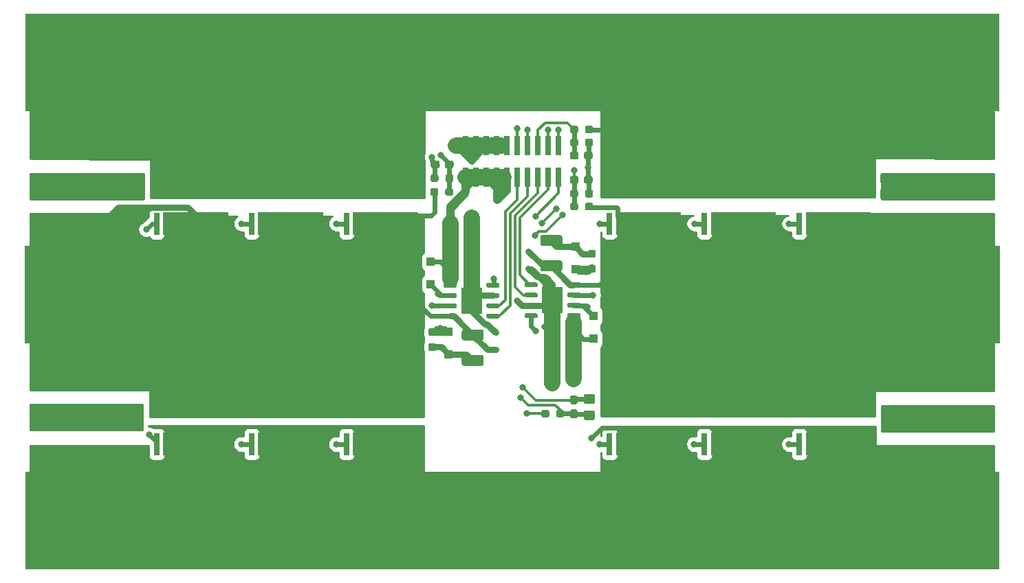
<source format=gbr>
%TF.GenerationSoftware,KiCad,Pcbnew,5.1.9*%
%TF.CreationDate,2021-04-12T00:54:04-03:00*%
%TF.ProjectId,Switches,53776974-6368-4657-932e-6b696361645f,rev?*%
%TF.SameCoordinates,Original*%
%TF.FileFunction,Copper,L1,Top*%
%TF.FilePolarity,Positive*%
%FSLAX46Y46*%
G04 Gerber Fmt 4.6, Leading zero omitted, Abs format (unit mm)*
G04 Created by KiCad (PCBNEW 5.1.9) date 2021-04-12 00:54:04*
%MOMM*%
%LPD*%
G01*
G04 APERTURE LIST*
%TA.AperFunction,ComponentPad*%
%ADD10C,0.600000*%
%TD*%
%TA.AperFunction,SMDPad,CuDef*%
%ADD11R,0.800000X2.800000*%
%TD*%
%TA.AperFunction,SMDPad,CuDef*%
%ADD12C,0.100000*%
%TD*%
%TA.AperFunction,SMDPad,CuDef*%
%ADD13R,1.100000X1.100000*%
%TD*%
%TA.AperFunction,SMDPad,CuDef*%
%ADD14R,120.000000X12.000000*%
%TD*%
%TA.AperFunction,ComponentPad*%
%ADD15C,5.000000*%
%TD*%
%TA.AperFunction,SMDPad,CuDef*%
%ADD16R,48.000000X12.000000*%
%TD*%
%TA.AperFunction,SMDPad,CuDef*%
%ADD17R,2.514000X3.200000*%
%TD*%
%TA.AperFunction,ComponentPad*%
%ADD18C,0.500000*%
%TD*%
%TA.AperFunction,SMDPad,CuDef*%
%ADD19R,0.450000X0.600000*%
%TD*%
%TA.AperFunction,SMDPad,CuDef*%
%ADD20R,0.740000X2.400000*%
%TD*%
%TA.AperFunction,ViaPad*%
%ADD21C,0.800000*%
%TD*%
%TA.AperFunction,Conductor*%
%ADD22C,0.600000*%
%TD*%
%TA.AperFunction,Conductor*%
%ADD23C,0.800000*%
%TD*%
%TA.AperFunction,Conductor*%
%ADD24C,2.000000*%
%TD*%
%TA.AperFunction,Conductor*%
%ADD25C,0.300000*%
%TD*%
%TA.AperFunction,Conductor*%
%ADD26C,1.000000*%
%TD*%
%TA.AperFunction,Conductor*%
%ADD27C,0.254000*%
%TD*%
%TA.AperFunction,Conductor*%
%ADD28C,0.100000*%
%TD*%
G04 APERTURE END LIST*
D10*
%TO.P,Q112,3*%
%TO.N,/SL2*%
X206800000Y-108250000D03*
X206800000Y-109250000D03*
X196800000Y-109250000D03*
X196800000Y-108250000D03*
X199300000Y-108750000D03*
X204800000Y-109250000D03*
X200300000Y-108750000D03*
X199800000Y-108250000D03*
X205800000Y-108250000D03*
X198800000Y-108250000D03*
X197300000Y-108750000D03*
X197800000Y-108250000D03*
X199800000Y-109250000D03*
X204800000Y-108250000D03*
X205300000Y-108750000D03*
X203800000Y-109250000D03*
X202300000Y-108750000D03*
X200800000Y-109250000D03*
X203300000Y-108750000D03*
X202800000Y-109250000D03*
X201300000Y-108750000D03*
X201800000Y-108250000D03*
X197800000Y-109250000D03*
X200800000Y-108250000D03*
X198800000Y-109250000D03*
X201800000Y-109250000D03*
X206300000Y-108750000D03*
X202800000Y-108250000D03*
X204300000Y-108750000D03*
X205800000Y-109250000D03*
X198300000Y-108750000D03*
X203800000Y-108250000D03*
X199300000Y-111750000D03*
X198300000Y-110750000D03*
X204800000Y-112250000D03*
X205300000Y-109750000D03*
X198800000Y-110250000D03*
X200300000Y-111750000D03*
X203300000Y-109750000D03*
X198300000Y-109750000D03*
X199800000Y-111250000D03*
X203300000Y-110750000D03*
X205800000Y-111250000D03*
X202300000Y-109750000D03*
X197800000Y-110250000D03*
X198800000Y-111250000D03*
X202300000Y-110750000D03*
X197800000Y-111250000D03*
X199800000Y-112250000D03*
X203800000Y-110250000D03*
X204800000Y-111250000D03*
X204800000Y-110250000D03*
X205300000Y-110750000D03*
X205300000Y-111750000D03*
X203800000Y-112250000D03*
X200300000Y-109750000D03*
X202300000Y-111750000D03*
X200800000Y-112250000D03*
X203300000Y-111750000D03*
X202800000Y-112250000D03*
X201800000Y-110250000D03*
X199300000Y-109750000D03*
X201300000Y-111750000D03*
X201800000Y-111250000D03*
X201300000Y-109750000D03*
X197800000Y-112250000D03*
X200300000Y-110750000D03*
X200800000Y-111250000D03*
X200800000Y-110250000D03*
X202800000Y-110250000D03*
X198800000Y-112250000D03*
X201800000Y-112250000D03*
X204300000Y-109750000D03*
X204300000Y-110750000D03*
X201300000Y-110750000D03*
X202800000Y-111250000D03*
X199800000Y-110250000D03*
X204300000Y-111750000D03*
X199300000Y-110750000D03*
X205800000Y-112250000D03*
X205800000Y-110250000D03*
X198300000Y-111750000D03*
X203800000Y-111250000D03*
X206300000Y-114750000D03*
X206300000Y-112750000D03*
X205800000Y-113250000D03*
X205800000Y-115250000D03*
X206300000Y-115750000D03*
X205800000Y-114250000D03*
X206300000Y-113750000D03*
X205300000Y-114750000D03*
X205300000Y-112750000D03*
X204800000Y-113250000D03*
X204800000Y-115250000D03*
X205300000Y-115750000D03*
X204800000Y-114250000D03*
X205300000Y-113750000D03*
X204300000Y-114750000D03*
X204300000Y-112750000D03*
X203800000Y-113250000D03*
X203800000Y-115250000D03*
X204300000Y-115750000D03*
X203800000Y-114250000D03*
X204300000Y-113750000D03*
X203300000Y-114750000D03*
X203300000Y-112750000D03*
X202800000Y-113250000D03*
X202800000Y-115250000D03*
X203300000Y-115750000D03*
X202800000Y-114250000D03*
X203300000Y-113750000D03*
X202300000Y-114750000D03*
X202300000Y-112750000D03*
X201800000Y-113250000D03*
X201800000Y-115250000D03*
X202300000Y-115750000D03*
X201800000Y-114250000D03*
X202300000Y-113750000D03*
X201300000Y-114750000D03*
X201300000Y-112750000D03*
X200800000Y-113250000D03*
X200800000Y-115250000D03*
X201300000Y-115750000D03*
X200800000Y-114250000D03*
X201300000Y-113750000D03*
X200300000Y-114750000D03*
X200300000Y-112750000D03*
X199800000Y-113250000D03*
X199800000Y-115250000D03*
X200300000Y-115750000D03*
X199800000Y-114250000D03*
X200300000Y-113750000D03*
X199300000Y-114750000D03*
X199300000Y-112750000D03*
X198800000Y-113250000D03*
X198800000Y-115250000D03*
X199300000Y-115750000D03*
X198800000Y-114250000D03*
X199300000Y-113750000D03*
X198300000Y-112750000D03*
X198300000Y-113750000D03*
X197800000Y-113250000D03*
X197800000Y-114250000D03*
X197800000Y-115250000D03*
X198300000Y-114750000D03*
X198300000Y-115750000D03*
X197300000Y-112750000D03*
X197300000Y-113750000D03*
D11*
%TO.P,Q112,1*%
%TO.N,/GL3_3*%
X197600000Y-119900000D03*
%TA.AperFunction,SMDPad,CuDef*%
D12*
%TO.P,Q112,2*%
%TO.N,GND*%
G36*
X206400000Y-118500000D02*
G01*
X206400000Y-121300000D01*
X205600000Y-121300000D01*
X205600000Y-119300000D01*
X205200000Y-119300000D01*
X205200000Y-121300000D01*
X204400000Y-121300000D01*
X204400000Y-119300000D01*
X204000000Y-119300000D01*
X204000000Y-121300000D01*
X203200000Y-121300000D01*
X203200000Y-119300000D01*
X202800000Y-119300000D01*
X202800000Y-121300000D01*
X202000000Y-121300000D01*
X202000000Y-119300000D01*
X201600000Y-119300000D01*
X201600000Y-121300000D01*
X200800000Y-121300000D01*
X200800000Y-119300000D01*
X200400000Y-119300000D01*
X200400000Y-121300000D01*
X199600000Y-121300000D01*
X199600000Y-119300000D01*
X199200000Y-119300000D01*
X199200000Y-121300000D01*
X198400000Y-121300000D01*
X198400000Y-118500000D01*
X206400000Y-118500000D01*
G37*
%TD.AperFunction*%
D10*
%TO.P,Q112,3*%
%TO.N,/SL2*%
X197300000Y-115750000D03*
X197300000Y-114750000D03*
%TA.AperFunction,SMDPad,CuDef*%
D12*
G36*
X206850000Y-108000000D02*
G01*
X206850000Y-109500000D01*
X206150000Y-109500000D01*
X206150000Y-112300000D01*
X206650000Y-112300000D01*
X206650000Y-116000000D01*
X196950000Y-116000000D01*
X196950000Y-112300000D01*
X197450000Y-112300000D01*
X197450000Y-109500000D01*
X196750000Y-109500000D01*
X196750000Y-108000000D01*
X206850000Y-108000000D01*
G37*
%TD.AperFunction*%
%TD*%
D10*
%TO.P,Q111,3*%
%TO.N,/SL2*%
X195125000Y-108250000D03*
X195125000Y-109250000D03*
X185125000Y-109250000D03*
X185125000Y-108250000D03*
X187625000Y-108750000D03*
X193125000Y-109250000D03*
X188625000Y-108750000D03*
X188125000Y-108250000D03*
X194125000Y-108250000D03*
X187125000Y-108250000D03*
X185625000Y-108750000D03*
X186125000Y-108250000D03*
X188125000Y-109250000D03*
X193125000Y-108250000D03*
X193625000Y-108750000D03*
X192125000Y-109250000D03*
X190625000Y-108750000D03*
X189125000Y-109250000D03*
X191625000Y-108750000D03*
X191125000Y-109250000D03*
X189625000Y-108750000D03*
X190125000Y-108250000D03*
X186125000Y-109250000D03*
X189125000Y-108250000D03*
X187125000Y-109250000D03*
X190125000Y-109250000D03*
X194625000Y-108750000D03*
X191125000Y-108250000D03*
X192625000Y-108750000D03*
X194125000Y-109250000D03*
X186625000Y-108750000D03*
X192125000Y-108250000D03*
X187625000Y-111750000D03*
X186625000Y-110750000D03*
X193125000Y-112250000D03*
X193625000Y-109750000D03*
X187125000Y-110250000D03*
X188625000Y-111750000D03*
X191625000Y-109750000D03*
X186625000Y-109750000D03*
X188125000Y-111250000D03*
X191625000Y-110750000D03*
X194125000Y-111250000D03*
X190625000Y-109750000D03*
X186125000Y-110250000D03*
X187125000Y-111250000D03*
X190625000Y-110750000D03*
X186125000Y-111250000D03*
X188125000Y-112250000D03*
X192125000Y-110250000D03*
X193125000Y-111250000D03*
X193125000Y-110250000D03*
X193625000Y-110750000D03*
X193625000Y-111750000D03*
X192125000Y-112250000D03*
X188625000Y-109750000D03*
X190625000Y-111750000D03*
X189125000Y-112250000D03*
X191625000Y-111750000D03*
X191125000Y-112250000D03*
X190125000Y-110250000D03*
X187625000Y-109750000D03*
X189625000Y-111750000D03*
X190125000Y-111250000D03*
X189625000Y-109750000D03*
X186125000Y-112250000D03*
X188625000Y-110750000D03*
X189125000Y-111250000D03*
X189125000Y-110250000D03*
X191125000Y-110250000D03*
X187125000Y-112250000D03*
X190125000Y-112250000D03*
X192625000Y-109750000D03*
X192625000Y-110750000D03*
X189625000Y-110750000D03*
X191125000Y-111250000D03*
X188125000Y-110250000D03*
X192625000Y-111750000D03*
X187625000Y-110750000D03*
X194125000Y-112250000D03*
X194125000Y-110250000D03*
X186625000Y-111750000D03*
X192125000Y-111250000D03*
X194625000Y-114750000D03*
X194625000Y-112750000D03*
X194125000Y-113250000D03*
X194125000Y-115250000D03*
X194625000Y-115750000D03*
X194125000Y-114250000D03*
X194625000Y-113750000D03*
X193625000Y-114750000D03*
X193625000Y-112750000D03*
X193125000Y-113250000D03*
X193125000Y-115250000D03*
X193625000Y-115750000D03*
X193125000Y-114250000D03*
X193625000Y-113750000D03*
X192625000Y-114750000D03*
X192625000Y-112750000D03*
X192125000Y-113250000D03*
X192125000Y-115250000D03*
X192625000Y-115750000D03*
X192125000Y-114250000D03*
X192625000Y-113750000D03*
X191625000Y-114750000D03*
X191625000Y-112750000D03*
X191125000Y-113250000D03*
X191125000Y-115250000D03*
X191625000Y-115750000D03*
X191125000Y-114250000D03*
X191625000Y-113750000D03*
X190625000Y-114750000D03*
X190625000Y-112750000D03*
X190125000Y-113250000D03*
X190125000Y-115250000D03*
X190625000Y-115750000D03*
X190125000Y-114250000D03*
X190625000Y-113750000D03*
X189625000Y-114750000D03*
X189625000Y-112750000D03*
X189125000Y-113250000D03*
X189125000Y-115250000D03*
X189625000Y-115750000D03*
X189125000Y-114250000D03*
X189625000Y-113750000D03*
X188625000Y-114750000D03*
X188625000Y-112750000D03*
X188125000Y-113250000D03*
X188125000Y-115250000D03*
X188625000Y-115750000D03*
X188125000Y-114250000D03*
X188625000Y-113750000D03*
X187625000Y-114750000D03*
X187625000Y-112750000D03*
X187125000Y-113250000D03*
X187125000Y-115250000D03*
X187625000Y-115750000D03*
X187125000Y-114250000D03*
X187625000Y-113750000D03*
X186625000Y-112750000D03*
X186625000Y-113750000D03*
X186125000Y-113250000D03*
X186125000Y-114250000D03*
X186125000Y-115250000D03*
X186625000Y-114750000D03*
X186625000Y-115750000D03*
X185625000Y-112750000D03*
X185625000Y-113750000D03*
D11*
%TO.P,Q111,1*%
%TO.N,/GL2_2*%
X185925000Y-119900000D03*
%TA.AperFunction,SMDPad,CuDef*%
D12*
%TO.P,Q111,2*%
%TO.N,GND*%
G36*
X194725000Y-118500000D02*
G01*
X194725000Y-121300000D01*
X193925000Y-121300000D01*
X193925000Y-119300000D01*
X193525000Y-119300000D01*
X193525000Y-121300000D01*
X192725000Y-121300000D01*
X192725000Y-119300000D01*
X192325000Y-119300000D01*
X192325000Y-121300000D01*
X191525000Y-121300000D01*
X191525000Y-119300000D01*
X191125000Y-119300000D01*
X191125000Y-121300000D01*
X190325000Y-121300000D01*
X190325000Y-119300000D01*
X189925000Y-119300000D01*
X189925000Y-121300000D01*
X189125000Y-121300000D01*
X189125000Y-119300000D01*
X188725000Y-119300000D01*
X188725000Y-121300000D01*
X187925000Y-121300000D01*
X187925000Y-119300000D01*
X187525000Y-119300000D01*
X187525000Y-121300000D01*
X186725000Y-121300000D01*
X186725000Y-118500000D01*
X194725000Y-118500000D01*
G37*
%TD.AperFunction*%
D10*
%TO.P,Q111,3*%
%TO.N,/SL2*%
X185625000Y-115750000D03*
X185625000Y-114750000D03*
%TA.AperFunction,SMDPad,CuDef*%
D12*
G36*
X195175000Y-108000000D02*
G01*
X195175000Y-109500000D01*
X194475000Y-109500000D01*
X194475000Y-112300000D01*
X194975000Y-112300000D01*
X194975000Y-116000000D01*
X185275000Y-116000000D01*
X185275000Y-112300000D01*
X185775000Y-112300000D01*
X185775000Y-109500000D01*
X185075000Y-109500000D01*
X185075000Y-108000000D01*
X195175000Y-108000000D01*
G37*
%TD.AperFunction*%
%TD*%
D10*
%TO.P,Q110,3*%
%TO.N,/SL2*%
X183450000Y-108250000D03*
X183450000Y-109250000D03*
X173450000Y-109250000D03*
X173450000Y-108250000D03*
X175950000Y-108750000D03*
X181450000Y-109250000D03*
X176950000Y-108750000D03*
X176450000Y-108250000D03*
X182450000Y-108250000D03*
X175450000Y-108250000D03*
X173950000Y-108750000D03*
X174450000Y-108250000D03*
X176450000Y-109250000D03*
X181450000Y-108250000D03*
X181950000Y-108750000D03*
X180450000Y-109250000D03*
X178950000Y-108750000D03*
X177450000Y-109250000D03*
X179950000Y-108750000D03*
X179450000Y-109250000D03*
X177950000Y-108750000D03*
X178450000Y-108250000D03*
X174450000Y-109250000D03*
X177450000Y-108250000D03*
X175450000Y-109250000D03*
X178450000Y-109250000D03*
X182950000Y-108750000D03*
X179450000Y-108250000D03*
X180950000Y-108750000D03*
X182450000Y-109250000D03*
X174950000Y-108750000D03*
X180450000Y-108250000D03*
X175950000Y-111750000D03*
X174950000Y-110750000D03*
X181450000Y-112250000D03*
X181950000Y-109750000D03*
X175450000Y-110250000D03*
X176950000Y-111750000D03*
X179950000Y-109750000D03*
X174950000Y-109750000D03*
X176450000Y-111250000D03*
X179950000Y-110750000D03*
X182450000Y-111250000D03*
X178950000Y-109750000D03*
X174450000Y-110250000D03*
X175450000Y-111250000D03*
X178950000Y-110750000D03*
X174450000Y-111250000D03*
X176450000Y-112250000D03*
X180450000Y-110250000D03*
X181450000Y-111250000D03*
X181450000Y-110250000D03*
X181950000Y-110750000D03*
X181950000Y-111750000D03*
X180450000Y-112250000D03*
X176950000Y-109750000D03*
X178950000Y-111750000D03*
X177450000Y-112250000D03*
X179950000Y-111750000D03*
X179450000Y-112250000D03*
X178450000Y-110250000D03*
X175950000Y-109750000D03*
X177950000Y-111750000D03*
X178450000Y-111250000D03*
X177950000Y-109750000D03*
X174450000Y-112250000D03*
X176950000Y-110750000D03*
X177450000Y-111250000D03*
X177450000Y-110250000D03*
X179450000Y-110250000D03*
X175450000Y-112250000D03*
X178450000Y-112250000D03*
X180950000Y-109750000D03*
X180950000Y-110750000D03*
X177950000Y-110750000D03*
X179450000Y-111250000D03*
X176450000Y-110250000D03*
X180950000Y-111750000D03*
X175950000Y-110750000D03*
X182450000Y-112250000D03*
X182450000Y-110250000D03*
X174950000Y-111750000D03*
X180450000Y-111250000D03*
X182950000Y-114750000D03*
X182950000Y-112750000D03*
X182450000Y-113250000D03*
X182450000Y-115250000D03*
X182950000Y-115750000D03*
X182450000Y-114250000D03*
X182950000Y-113750000D03*
X181950000Y-114750000D03*
X181950000Y-112750000D03*
X181450000Y-113250000D03*
X181450000Y-115250000D03*
X181950000Y-115750000D03*
X181450000Y-114250000D03*
X181950000Y-113750000D03*
X180950000Y-114750000D03*
X180950000Y-112750000D03*
X180450000Y-113250000D03*
X180450000Y-115250000D03*
X180950000Y-115750000D03*
X180450000Y-114250000D03*
X180950000Y-113750000D03*
X179950000Y-114750000D03*
X179950000Y-112750000D03*
X179450000Y-113250000D03*
X179450000Y-115250000D03*
X179950000Y-115750000D03*
X179450000Y-114250000D03*
X179950000Y-113750000D03*
X178950000Y-114750000D03*
X178950000Y-112750000D03*
X178450000Y-113250000D03*
X178450000Y-115250000D03*
X178950000Y-115750000D03*
X178450000Y-114250000D03*
X178950000Y-113750000D03*
X177950000Y-114750000D03*
X177950000Y-112750000D03*
X177450000Y-113250000D03*
X177450000Y-115250000D03*
X177950000Y-115750000D03*
X177450000Y-114250000D03*
X177950000Y-113750000D03*
X176950000Y-114750000D03*
X176950000Y-112750000D03*
X176450000Y-113250000D03*
X176450000Y-115250000D03*
X176950000Y-115750000D03*
X176450000Y-114250000D03*
X176950000Y-113750000D03*
X175950000Y-114750000D03*
X175950000Y-112750000D03*
X175450000Y-113250000D03*
X175450000Y-115250000D03*
X175950000Y-115750000D03*
X175450000Y-114250000D03*
X175950000Y-113750000D03*
X174950000Y-112750000D03*
X174950000Y-113750000D03*
X174450000Y-113250000D03*
X174450000Y-114250000D03*
X174450000Y-115250000D03*
X174950000Y-114750000D03*
X174950000Y-115750000D03*
X173950000Y-112750000D03*
X173950000Y-113750000D03*
D11*
%TO.P,Q110,1*%
%TO.N,/GL2_1*%
X174250000Y-119900000D03*
%TA.AperFunction,SMDPad,CuDef*%
D12*
%TO.P,Q110,2*%
%TO.N,GND*%
G36*
X183050000Y-118500000D02*
G01*
X183050000Y-121300000D01*
X182250000Y-121300000D01*
X182250000Y-119300000D01*
X181850000Y-119300000D01*
X181850000Y-121300000D01*
X181050000Y-121300000D01*
X181050000Y-119300000D01*
X180650000Y-119300000D01*
X180650000Y-121300000D01*
X179850000Y-121300000D01*
X179850000Y-119300000D01*
X179450000Y-119300000D01*
X179450000Y-121300000D01*
X178650000Y-121300000D01*
X178650000Y-119300000D01*
X178250000Y-119300000D01*
X178250000Y-121300000D01*
X177450000Y-121300000D01*
X177450000Y-119300000D01*
X177050000Y-119300000D01*
X177050000Y-121300000D01*
X176250000Y-121300000D01*
X176250000Y-119300000D01*
X175850000Y-119300000D01*
X175850000Y-121300000D01*
X175050000Y-121300000D01*
X175050000Y-118500000D01*
X183050000Y-118500000D01*
G37*
%TD.AperFunction*%
D10*
%TO.P,Q110,3*%
%TO.N,/SL2*%
X173950000Y-115750000D03*
X173950000Y-114750000D03*
%TA.AperFunction,SMDPad,CuDef*%
D12*
G36*
X183500000Y-108000000D02*
G01*
X183500000Y-109500000D01*
X182800000Y-109500000D01*
X182800000Y-112300000D01*
X183300000Y-112300000D01*
X183300000Y-116000000D01*
X173600000Y-116000000D01*
X173600000Y-112300000D01*
X174100000Y-112300000D01*
X174100000Y-109500000D01*
X173400000Y-109500000D01*
X173400000Y-108000000D01*
X183500000Y-108000000D01*
G37*
%TD.AperFunction*%
%TD*%
D10*
%TO.P,Q109,3*%
%TO.N,/SL1*%
X151050000Y-108250000D03*
X151050000Y-109250000D03*
X141050000Y-109250000D03*
X141050000Y-108250000D03*
X143550000Y-108750000D03*
X149050000Y-109250000D03*
X144550000Y-108750000D03*
X144050000Y-108250000D03*
X150050000Y-108250000D03*
X143050000Y-108250000D03*
X141550000Y-108750000D03*
X142050000Y-108250000D03*
X144050000Y-109250000D03*
X149050000Y-108250000D03*
X149550000Y-108750000D03*
X148050000Y-109250000D03*
X146550000Y-108750000D03*
X145050000Y-109250000D03*
X147550000Y-108750000D03*
X147050000Y-109250000D03*
X145550000Y-108750000D03*
X146050000Y-108250000D03*
X142050000Y-109250000D03*
X145050000Y-108250000D03*
X143050000Y-109250000D03*
X146050000Y-109250000D03*
X150550000Y-108750000D03*
X147050000Y-108250000D03*
X148550000Y-108750000D03*
X150050000Y-109250000D03*
X142550000Y-108750000D03*
X148050000Y-108250000D03*
X143550000Y-111750000D03*
X142550000Y-110750000D03*
X149050000Y-112250000D03*
X149550000Y-109750000D03*
X143050000Y-110250000D03*
X144550000Y-111750000D03*
X147550000Y-109750000D03*
X142550000Y-109750000D03*
X144050000Y-111250000D03*
X147550000Y-110750000D03*
X150050000Y-111250000D03*
X146550000Y-109750000D03*
X142050000Y-110250000D03*
X143050000Y-111250000D03*
X146550000Y-110750000D03*
X142050000Y-111250000D03*
X144050000Y-112250000D03*
X148050000Y-110250000D03*
X149050000Y-111250000D03*
X149050000Y-110250000D03*
X149550000Y-110750000D03*
X149550000Y-111750000D03*
X148050000Y-112250000D03*
X144550000Y-109750000D03*
X146550000Y-111750000D03*
X145050000Y-112250000D03*
X147550000Y-111750000D03*
X147050000Y-112250000D03*
X146050000Y-110250000D03*
X143550000Y-109750000D03*
X145550000Y-111750000D03*
X146050000Y-111250000D03*
X145550000Y-109750000D03*
X142050000Y-112250000D03*
X144550000Y-110750000D03*
X145050000Y-111250000D03*
X145050000Y-110250000D03*
X147050000Y-110250000D03*
X143050000Y-112250000D03*
X146050000Y-112250000D03*
X148550000Y-109750000D03*
X148550000Y-110750000D03*
X145550000Y-110750000D03*
X147050000Y-111250000D03*
X144050000Y-110250000D03*
X148550000Y-111750000D03*
X143550000Y-110750000D03*
X150050000Y-112250000D03*
X150050000Y-110250000D03*
X142550000Y-111750000D03*
X148050000Y-111250000D03*
X150550000Y-114750000D03*
X150550000Y-112750000D03*
X150050000Y-113250000D03*
X150050000Y-115250000D03*
X150550000Y-115750000D03*
X150050000Y-114250000D03*
X150550000Y-113750000D03*
X149550000Y-114750000D03*
X149550000Y-112750000D03*
X149050000Y-113250000D03*
X149050000Y-115250000D03*
X149550000Y-115750000D03*
X149050000Y-114250000D03*
X149550000Y-113750000D03*
X148550000Y-114750000D03*
X148550000Y-112750000D03*
X148050000Y-113250000D03*
X148050000Y-115250000D03*
X148550000Y-115750000D03*
X148050000Y-114250000D03*
X148550000Y-113750000D03*
X147550000Y-114750000D03*
X147550000Y-112750000D03*
X147050000Y-113250000D03*
X147050000Y-115250000D03*
X147550000Y-115750000D03*
X147050000Y-114250000D03*
X147550000Y-113750000D03*
X146550000Y-114750000D03*
X146550000Y-112750000D03*
X146050000Y-113250000D03*
X146050000Y-115250000D03*
X146550000Y-115750000D03*
X146050000Y-114250000D03*
X146550000Y-113750000D03*
X145550000Y-114750000D03*
X145550000Y-112750000D03*
X145050000Y-113250000D03*
X145050000Y-115250000D03*
X145550000Y-115750000D03*
X145050000Y-114250000D03*
X145550000Y-113750000D03*
X144550000Y-114750000D03*
X144550000Y-112750000D03*
X144050000Y-113250000D03*
X144050000Y-115250000D03*
X144550000Y-115750000D03*
X144050000Y-114250000D03*
X144550000Y-113750000D03*
X143550000Y-114750000D03*
X143550000Y-112750000D03*
X143050000Y-113250000D03*
X143050000Y-115250000D03*
X143550000Y-115750000D03*
X143050000Y-114250000D03*
X143550000Y-113750000D03*
X142550000Y-112750000D03*
X142550000Y-113750000D03*
X142050000Y-113250000D03*
X142050000Y-114250000D03*
X142050000Y-115250000D03*
X142550000Y-114750000D03*
X142550000Y-115750000D03*
X141550000Y-112750000D03*
X141550000Y-113750000D03*
D11*
%TO.P,Q109,1*%
%TO.N,/GL1_3*%
X141850000Y-119900000D03*
%TA.AperFunction,SMDPad,CuDef*%
D12*
%TO.P,Q109,2*%
%TO.N,GND*%
G36*
X150650000Y-118500000D02*
G01*
X150650000Y-121300000D01*
X149850000Y-121300000D01*
X149850000Y-119300000D01*
X149450000Y-119300000D01*
X149450000Y-121300000D01*
X148650000Y-121300000D01*
X148650000Y-119300000D01*
X148250000Y-119300000D01*
X148250000Y-121300000D01*
X147450000Y-121300000D01*
X147450000Y-119300000D01*
X147050000Y-119300000D01*
X147050000Y-121300000D01*
X146250000Y-121300000D01*
X146250000Y-119300000D01*
X145850000Y-119300000D01*
X145850000Y-121300000D01*
X145050000Y-121300000D01*
X145050000Y-119300000D01*
X144650000Y-119300000D01*
X144650000Y-121300000D01*
X143850000Y-121300000D01*
X143850000Y-119300000D01*
X143450000Y-119300000D01*
X143450000Y-121300000D01*
X142650000Y-121300000D01*
X142650000Y-118500000D01*
X150650000Y-118500000D01*
G37*
%TD.AperFunction*%
D10*
%TO.P,Q109,3*%
%TO.N,/SL1*%
X141550000Y-115750000D03*
X141550000Y-114750000D03*
%TA.AperFunction,SMDPad,CuDef*%
D12*
G36*
X151100000Y-108000000D02*
G01*
X151100000Y-109500000D01*
X150400000Y-109500000D01*
X150400000Y-112300000D01*
X150900000Y-112300000D01*
X150900000Y-116000000D01*
X141200000Y-116000000D01*
X141200000Y-112300000D01*
X141700000Y-112300000D01*
X141700000Y-109500000D01*
X141000000Y-109500000D01*
X141000000Y-108000000D01*
X151100000Y-108000000D01*
G37*
%TD.AperFunction*%
%TD*%
D10*
%TO.P,Q108,3*%
%TO.N,/SL1*%
X139375000Y-108250000D03*
X139375000Y-109250000D03*
X129375000Y-109250000D03*
X129375000Y-108250000D03*
X131875000Y-108750000D03*
X137375000Y-109250000D03*
X132875000Y-108750000D03*
X132375000Y-108250000D03*
X138375000Y-108250000D03*
X131375000Y-108250000D03*
X129875000Y-108750000D03*
X130375000Y-108250000D03*
X132375000Y-109250000D03*
X137375000Y-108250000D03*
X137875000Y-108750000D03*
X136375000Y-109250000D03*
X134875000Y-108750000D03*
X133375000Y-109250000D03*
X135875000Y-108750000D03*
X135375000Y-109250000D03*
X133875000Y-108750000D03*
X134375000Y-108250000D03*
X130375000Y-109250000D03*
X133375000Y-108250000D03*
X131375000Y-109250000D03*
X134375000Y-109250000D03*
X138875000Y-108750000D03*
X135375000Y-108250000D03*
X136875000Y-108750000D03*
X138375000Y-109250000D03*
X130875000Y-108750000D03*
X136375000Y-108250000D03*
X131875000Y-111750000D03*
X130875000Y-110750000D03*
X137375000Y-112250000D03*
X137875000Y-109750000D03*
X131375000Y-110250000D03*
X132875000Y-111750000D03*
X135875000Y-109750000D03*
X130875000Y-109750000D03*
X132375000Y-111250000D03*
X135875000Y-110750000D03*
X138375000Y-111250000D03*
X134875000Y-109750000D03*
X130375000Y-110250000D03*
X131375000Y-111250000D03*
X134875000Y-110750000D03*
X130375000Y-111250000D03*
X132375000Y-112250000D03*
X136375000Y-110250000D03*
X137375000Y-111250000D03*
X137375000Y-110250000D03*
X137875000Y-110750000D03*
X137875000Y-111750000D03*
X136375000Y-112250000D03*
X132875000Y-109750000D03*
X134875000Y-111750000D03*
X133375000Y-112250000D03*
X135875000Y-111750000D03*
X135375000Y-112250000D03*
X134375000Y-110250000D03*
X131875000Y-109750000D03*
X133875000Y-111750000D03*
X134375000Y-111250000D03*
X133875000Y-109750000D03*
X130375000Y-112250000D03*
X132875000Y-110750000D03*
X133375000Y-111250000D03*
X133375000Y-110250000D03*
X135375000Y-110250000D03*
X131375000Y-112250000D03*
X134375000Y-112250000D03*
X136875000Y-109750000D03*
X136875000Y-110750000D03*
X133875000Y-110750000D03*
X135375000Y-111250000D03*
X132375000Y-110250000D03*
X136875000Y-111750000D03*
X131875000Y-110750000D03*
X138375000Y-112250000D03*
X138375000Y-110250000D03*
X130875000Y-111750000D03*
X136375000Y-111250000D03*
X138875000Y-114750000D03*
X138875000Y-112750000D03*
X138375000Y-113250000D03*
X138375000Y-115250000D03*
X138875000Y-115750000D03*
X138375000Y-114250000D03*
X138875000Y-113750000D03*
X137875000Y-114750000D03*
X137875000Y-112750000D03*
X137375000Y-113250000D03*
X137375000Y-115250000D03*
X137875000Y-115750000D03*
X137375000Y-114250000D03*
X137875000Y-113750000D03*
X136875000Y-114750000D03*
X136875000Y-112750000D03*
X136375000Y-113250000D03*
X136375000Y-115250000D03*
X136875000Y-115750000D03*
X136375000Y-114250000D03*
X136875000Y-113750000D03*
X135875000Y-114750000D03*
X135875000Y-112750000D03*
X135375000Y-113250000D03*
X135375000Y-115250000D03*
X135875000Y-115750000D03*
X135375000Y-114250000D03*
X135875000Y-113750000D03*
X134875000Y-114750000D03*
X134875000Y-112750000D03*
X134375000Y-113250000D03*
X134375000Y-115250000D03*
X134875000Y-115750000D03*
X134375000Y-114250000D03*
X134875000Y-113750000D03*
X133875000Y-114750000D03*
X133875000Y-112750000D03*
X133375000Y-113250000D03*
X133375000Y-115250000D03*
X133875000Y-115750000D03*
X133375000Y-114250000D03*
X133875000Y-113750000D03*
X132875000Y-114750000D03*
X132875000Y-112750000D03*
X132375000Y-113250000D03*
X132375000Y-115250000D03*
X132875000Y-115750000D03*
X132375000Y-114250000D03*
X132875000Y-113750000D03*
X131875000Y-114750000D03*
X131875000Y-112750000D03*
X131375000Y-113250000D03*
X131375000Y-115250000D03*
X131875000Y-115750000D03*
X131375000Y-114250000D03*
X131875000Y-113750000D03*
X130875000Y-112750000D03*
X130875000Y-113750000D03*
X130375000Y-113250000D03*
X130375000Y-114250000D03*
X130375000Y-115250000D03*
X130875000Y-114750000D03*
X130875000Y-115750000D03*
X129875000Y-112750000D03*
X129875000Y-113750000D03*
D11*
%TO.P,Q108,1*%
%TO.N,/GL1_2*%
X130175000Y-119900000D03*
%TA.AperFunction,SMDPad,CuDef*%
D12*
%TO.P,Q108,2*%
%TO.N,GND*%
G36*
X138975000Y-118500000D02*
G01*
X138975000Y-121300000D01*
X138175000Y-121300000D01*
X138175000Y-119300000D01*
X137775000Y-119300000D01*
X137775000Y-121300000D01*
X136975000Y-121300000D01*
X136975000Y-119300000D01*
X136575000Y-119300000D01*
X136575000Y-121300000D01*
X135775000Y-121300000D01*
X135775000Y-119300000D01*
X135375000Y-119300000D01*
X135375000Y-121300000D01*
X134575000Y-121300000D01*
X134575000Y-119300000D01*
X134175000Y-119300000D01*
X134175000Y-121300000D01*
X133375000Y-121300000D01*
X133375000Y-119300000D01*
X132975000Y-119300000D01*
X132975000Y-121300000D01*
X132175000Y-121300000D01*
X132175000Y-119300000D01*
X131775000Y-119300000D01*
X131775000Y-121300000D01*
X130975000Y-121300000D01*
X130975000Y-118500000D01*
X138975000Y-118500000D01*
G37*
%TD.AperFunction*%
D10*
%TO.P,Q108,3*%
%TO.N,/SL1*%
X129875000Y-115750000D03*
X129875000Y-114750000D03*
%TA.AperFunction,SMDPad,CuDef*%
D12*
G36*
X139425000Y-108000000D02*
G01*
X139425000Y-109500000D01*
X138725000Y-109500000D01*
X138725000Y-112300000D01*
X139225000Y-112300000D01*
X139225000Y-116000000D01*
X129525000Y-116000000D01*
X129525000Y-112300000D01*
X130025000Y-112300000D01*
X130025000Y-109500000D01*
X129325000Y-109500000D01*
X129325000Y-108000000D01*
X139425000Y-108000000D01*
G37*
%TD.AperFunction*%
%TD*%
D10*
%TO.P,Q107,3*%
%TO.N,/SL1*%
X127700000Y-108250000D03*
X127700000Y-109250000D03*
X117700000Y-109250000D03*
X117700000Y-108250000D03*
X120200000Y-108750000D03*
X125700000Y-109250000D03*
X121200000Y-108750000D03*
X120700000Y-108250000D03*
X126700000Y-108250000D03*
X119700000Y-108250000D03*
X118200000Y-108750000D03*
X118700000Y-108250000D03*
X120700000Y-109250000D03*
X125700000Y-108250000D03*
X126200000Y-108750000D03*
X124700000Y-109250000D03*
X123200000Y-108750000D03*
X121700000Y-109250000D03*
X124200000Y-108750000D03*
X123700000Y-109250000D03*
X122200000Y-108750000D03*
X122700000Y-108250000D03*
X118700000Y-109250000D03*
X121700000Y-108250000D03*
X119700000Y-109250000D03*
X122700000Y-109250000D03*
X127200000Y-108750000D03*
X123700000Y-108250000D03*
X125200000Y-108750000D03*
X126700000Y-109250000D03*
X119200000Y-108750000D03*
X124700000Y-108250000D03*
X120200000Y-111750000D03*
X119200000Y-110750000D03*
X125700000Y-112250000D03*
X126200000Y-109750000D03*
X119700000Y-110250000D03*
X121200000Y-111750000D03*
X124200000Y-109750000D03*
X119200000Y-109750000D03*
X120700000Y-111250000D03*
X124200000Y-110750000D03*
X126700000Y-111250000D03*
X123200000Y-109750000D03*
X118700000Y-110250000D03*
X119700000Y-111250000D03*
X123200000Y-110750000D03*
X118700000Y-111250000D03*
X120700000Y-112250000D03*
X124700000Y-110250000D03*
X125700000Y-111250000D03*
X125700000Y-110250000D03*
X126200000Y-110750000D03*
X126200000Y-111750000D03*
X124700000Y-112250000D03*
X121200000Y-109750000D03*
X123200000Y-111750000D03*
X121700000Y-112250000D03*
X124200000Y-111750000D03*
X123700000Y-112250000D03*
X122700000Y-110250000D03*
X120200000Y-109750000D03*
X122200000Y-111750000D03*
X122700000Y-111250000D03*
X122200000Y-109750000D03*
X118700000Y-112250000D03*
X121200000Y-110750000D03*
X121700000Y-111250000D03*
X121700000Y-110250000D03*
X123700000Y-110250000D03*
X119700000Y-112250000D03*
X122700000Y-112250000D03*
X125200000Y-109750000D03*
X125200000Y-110750000D03*
X122200000Y-110750000D03*
X123700000Y-111250000D03*
X120700000Y-110250000D03*
X125200000Y-111750000D03*
X120200000Y-110750000D03*
X126700000Y-112250000D03*
X126700000Y-110250000D03*
X119200000Y-111750000D03*
X124700000Y-111250000D03*
X127200000Y-114750000D03*
X127200000Y-112750000D03*
X126700000Y-113250000D03*
X126700000Y-115250000D03*
X127200000Y-115750000D03*
X126700000Y-114250000D03*
X127200000Y-113750000D03*
X126200000Y-114750000D03*
X126200000Y-112750000D03*
X125700000Y-113250000D03*
X125700000Y-115250000D03*
X126200000Y-115750000D03*
X125700000Y-114250000D03*
X126200000Y-113750000D03*
X125200000Y-114750000D03*
X125200000Y-112750000D03*
X124700000Y-113250000D03*
X124700000Y-115250000D03*
X125200000Y-115750000D03*
X124700000Y-114250000D03*
X125200000Y-113750000D03*
X124200000Y-114750000D03*
X124200000Y-112750000D03*
X123700000Y-113250000D03*
X123700000Y-115250000D03*
X124200000Y-115750000D03*
X123700000Y-114250000D03*
X124200000Y-113750000D03*
X123200000Y-114750000D03*
X123200000Y-112750000D03*
X122700000Y-113250000D03*
X122700000Y-115250000D03*
X123200000Y-115750000D03*
X122700000Y-114250000D03*
X123200000Y-113750000D03*
X122200000Y-114750000D03*
X122200000Y-112750000D03*
X121700000Y-113250000D03*
X121700000Y-115250000D03*
X122200000Y-115750000D03*
X121700000Y-114250000D03*
X122200000Y-113750000D03*
X121200000Y-114750000D03*
X121200000Y-112750000D03*
X120700000Y-113250000D03*
X120700000Y-115250000D03*
X121200000Y-115750000D03*
X120700000Y-114250000D03*
X121200000Y-113750000D03*
X120200000Y-114750000D03*
X120200000Y-112750000D03*
X119700000Y-113250000D03*
X119700000Y-115250000D03*
X120200000Y-115750000D03*
X119700000Y-114250000D03*
X120200000Y-113750000D03*
X119200000Y-112750000D03*
X119200000Y-113750000D03*
X118700000Y-113250000D03*
X118700000Y-114250000D03*
X118700000Y-115250000D03*
X119200000Y-114750000D03*
X119200000Y-115750000D03*
X118200000Y-112750000D03*
X118200000Y-113750000D03*
D11*
%TO.P,Q107,1*%
%TO.N,/GL1_1*%
X118500000Y-119900000D03*
%TA.AperFunction,SMDPad,CuDef*%
D12*
%TO.P,Q107,2*%
%TO.N,GND*%
G36*
X127300000Y-118500000D02*
G01*
X127300000Y-121300000D01*
X126500000Y-121300000D01*
X126500000Y-119300000D01*
X126100000Y-119300000D01*
X126100000Y-121300000D01*
X125300000Y-121300000D01*
X125300000Y-119300000D01*
X124900000Y-119300000D01*
X124900000Y-121300000D01*
X124100000Y-121300000D01*
X124100000Y-119300000D01*
X123700000Y-119300000D01*
X123700000Y-121300000D01*
X122900000Y-121300000D01*
X122900000Y-119300000D01*
X122500000Y-119300000D01*
X122500000Y-121300000D01*
X121700000Y-121300000D01*
X121700000Y-119300000D01*
X121300000Y-119300000D01*
X121300000Y-121300000D01*
X120500000Y-121300000D01*
X120500000Y-119300000D01*
X120100000Y-119300000D01*
X120100000Y-121300000D01*
X119300000Y-121300000D01*
X119300000Y-118500000D01*
X127300000Y-118500000D01*
G37*
%TD.AperFunction*%
D10*
%TO.P,Q107,3*%
%TO.N,/SL1*%
X118200000Y-115750000D03*
X118200000Y-114750000D03*
%TA.AperFunction,SMDPad,CuDef*%
D12*
G36*
X127750000Y-108000000D02*
G01*
X127750000Y-109500000D01*
X127050000Y-109500000D01*
X127050000Y-112300000D01*
X127550000Y-112300000D01*
X127550000Y-116000000D01*
X117850000Y-116000000D01*
X117850000Y-112300000D01*
X118350000Y-112300000D01*
X118350000Y-109500000D01*
X117650000Y-109500000D01*
X117650000Y-108000000D01*
X127750000Y-108000000D01*
G37*
%TD.AperFunction*%
%TD*%
D10*
%TO.P,Q106,3*%
%TO.N,+BATT*%
X206800000Y-81050000D03*
X206800000Y-82050000D03*
X196800000Y-82050000D03*
X196800000Y-81050000D03*
X199300000Y-81550000D03*
X204800000Y-82050000D03*
X200300000Y-81550000D03*
X199800000Y-81050000D03*
X205800000Y-81050000D03*
X198800000Y-81050000D03*
X197300000Y-81550000D03*
X197800000Y-81050000D03*
X199800000Y-82050000D03*
X204800000Y-81050000D03*
X205300000Y-81550000D03*
X203800000Y-82050000D03*
X202300000Y-81550000D03*
X200800000Y-82050000D03*
X203300000Y-81550000D03*
X202800000Y-82050000D03*
X201300000Y-81550000D03*
X201800000Y-81050000D03*
X197800000Y-82050000D03*
X200800000Y-81050000D03*
X198800000Y-82050000D03*
X201800000Y-82050000D03*
X206300000Y-81550000D03*
X202800000Y-81050000D03*
X204300000Y-81550000D03*
X205800000Y-82050000D03*
X198300000Y-81550000D03*
X203800000Y-81050000D03*
X199300000Y-84550000D03*
X198300000Y-83550000D03*
X204800000Y-85050000D03*
X205300000Y-82550000D03*
X198800000Y-83050000D03*
X200300000Y-84550000D03*
X203300000Y-82550000D03*
X198300000Y-82550000D03*
X199800000Y-84050000D03*
X203300000Y-83550000D03*
X205800000Y-84050000D03*
X202300000Y-82550000D03*
X197800000Y-83050000D03*
X198800000Y-84050000D03*
X202300000Y-83550000D03*
X197800000Y-84050000D03*
X199800000Y-85050000D03*
X203800000Y-83050000D03*
X204800000Y-84050000D03*
X204800000Y-83050000D03*
X205300000Y-83550000D03*
X205300000Y-84550000D03*
X203800000Y-85050000D03*
X200300000Y-82550000D03*
X202300000Y-84550000D03*
X200800000Y-85050000D03*
X203300000Y-84550000D03*
X202800000Y-85050000D03*
X201800000Y-83050000D03*
X199300000Y-82550000D03*
X201300000Y-84550000D03*
X201800000Y-84050000D03*
X201300000Y-82550000D03*
X197800000Y-85050000D03*
X200300000Y-83550000D03*
X200800000Y-84050000D03*
X200800000Y-83050000D03*
X202800000Y-83050000D03*
X198800000Y-85050000D03*
X201800000Y-85050000D03*
X204300000Y-82550000D03*
X204300000Y-83550000D03*
X201300000Y-83550000D03*
X202800000Y-84050000D03*
X199800000Y-83050000D03*
X204300000Y-84550000D03*
X199300000Y-83550000D03*
X205800000Y-85050000D03*
X205800000Y-83050000D03*
X198300000Y-84550000D03*
X203800000Y-84050000D03*
X206300000Y-87550000D03*
X206300000Y-85550000D03*
X205800000Y-86050000D03*
X205800000Y-88050000D03*
X206300000Y-88550000D03*
X205800000Y-87050000D03*
X206300000Y-86550000D03*
X205300000Y-87550000D03*
X205300000Y-85550000D03*
X204800000Y-86050000D03*
X204800000Y-88050000D03*
X205300000Y-88550000D03*
X204800000Y-87050000D03*
X205300000Y-86550000D03*
X204300000Y-87550000D03*
X204300000Y-85550000D03*
X203800000Y-86050000D03*
X203800000Y-88050000D03*
X204300000Y-88550000D03*
X203800000Y-87050000D03*
X204300000Y-86550000D03*
X203300000Y-87550000D03*
X203300000Y-85550000D03*
X202800000Y-86050000D03*
X202800000Y-88050000D03*
X203300000Y-88550000D03*
X202800000Y-87050000D03*
X203300000Y-86550000D03*
X202300000Y-87550000D03*
X202300000Y-85550000D03*
X201800000Y-86050000D03*
X201800000Y-88050000D03*
X202300000Y-88550000D03*
X201800000Y-87050000D03*
X202300000Y-86550000D03*
X201300000Y-87550000D03*
X201300000Y-85550000D03*
X200800000Y-86050000D03*
X200800000Y-88050000D03*
X201300000Y-88550000D03*
X200800000Y-87050000D03*
X201300000Y-86550000D03*
X200300000Y-87550000D03*
X200300000Y-85550000D03*
X199800000Y-86050000D03*
X199800000Y-88050000D03*
X200300000Y-88550000D03*
X199800000Y-87050000D03*
X200300000Y-86550000D03*
X199300000Y-87550000D03*
X199300000Y-85550000D03*
X198800000Y-86050000D03*
X198800000Y-88050000D03*
X199300000Y-88550000D03*
X198800000Y-87050000D03*
X199300000Y-86550000D03*
X198300000Y-85550000D03*
X198300000Y-86550000D03*
X197800000Y-86050000D03*
X197800000Y-87050000D03*
X197800000Y-88050000D03*
X198300000Y-87550000D03*
X198300000Y-88550000D03*
X197300000Y-85550000D03*
X197300000Y-86550000D03*
D11*
%TO.P,Q106,1*%
%TO.N,/GH2_3*%
X197600000Y-92700000D03*
%TA.AperFunction,SMDPad,CuDef*%
D12*
%TO.P,Q106,2*%
%TO.N,/SL2*%
G36*
X206400000Y-91300000D02*
G01*
X206400000Y-94100000D01*
X205600000Y-94100000D01*
X205600000Y-92100000D01*
X205200000Y-92100000D01*
X205200000Y-94100000D01*
X204400000Y-94100000D01*
X204400000Y-92100000D01*
X204000000Y-92100000D01*
X204000000Y-94100000D01*
X203200000Y-94100000D01*
X203200000Y-92100000D01*
X202800000Y-92100000D01*
X202800000Y-94100000D01*
X202000000Y-94100000D01*
X202000000Y-92100000D01*
X201600000Y-92100000D01*
X201600000Y-94100000D01*
X200800000Y-94100000D01*
X200800000Y-92100000D01*
X200400000Y-92100000D01*
X200400000Y-94100000D01*
X199600000Y-94100000D01*
X199600000Y-92100000D01*
X199200000Y-92100000D01*
X199200000Y-94100000D01*
X198400000Y-94100000D01*
X198400000Y-91300000D01*
X206400000Y-91300000D01*
G37*
%TD.AperFunction*%
D10*
%TO.P,Q106,3*%
%TO.N,+BATT*%
X197300000Y-88550000D03*
X197300000Y-87550000D03*
%TA.AperFunction,SMDPad,CuDef*%
D12*
G36*
X206850000Y-80800000D02*
G01*
X206850000Y-82300000D01*
X206150000Y-82300000D01*
X206150000Y-85100000D01*
X206650000Y-85100000D01*
X206650000Y-88800000D01*
X196950000Y-88800000D01*
X196950000Y-85100000D01*
X197450000Y-85100000D01*
X197450000Y-82300000D01*
X196750000Y-82300000D01*
X196750000Y-80800000D01*
X206850000Y-80800000D01*
G37*
%TD.AperFunction*%
%TD*%
D10*
%TO.P,Q105,3*%
%TO.N,+BATT*%
X195125000Y-81050000D03*
X195125000Y-82050000D03*
X185125000Y-82050000D03*
X185125000Y-81050000D03*
X187625000Y-81550000D03*
X193125000Y-82050000D03*
X188625000Y-81550000D03*
X188125000Y-81050000D03*
X194125000Y-81050000D03*
X187125000Y-81050000D03*
X185625000Y-81550000D03*
X186125000Y-81050000D03*
X188125000Y-82050000D03*
X193125000Y-81050000D03*
X193625000Y-81550000D03*
X192125000Y-82050000D03*
X190625000Y-81550000D03*
X189125000Y-82050000D03*
X191625000Y-81550000D03*
X191125000Y-82050000D03*
X189625000Y-81550000D03*
X190125000Y-81050000D03*
X186125000Y-82050000D03*
X189125000Y-81050000D03*
X187125000Y-82050000D03*
X190125000Y-82050000D03*
X194625000Y-81550000D03*
X191125000Y-81050000D03*
X192625000Y-81550000D03*
X194125000Y-82050000D03*
X186625000Y-81550000D03*
X192125000Y-81050000D03*
X187625000Y-84550000D03*
X186625000Y-83550000D03*
X193125000Y-85050000D03*
X193625000Y-82550000D03*
X187125000Y-83050000D03*
X188625000Y-84550000D03*
X191625000Y-82550000D03*
X186625000Y-82550000D03*
X188125000Y-84050000D03*
X191625000Y-83550000D03*
X194125000Y-84050000D03*
X190625000Y-82550000D03*
X186125000Y-83050000D03*
X187125000Y-84050000D03*
X190625000Y-83550000D03*
X186125000Y-84050000D03*
X188125000Y-85050000D03*
X192125000Y-83050000D03*
X193125000Y-84050000D03*
X193125000Y-83050000D03*
X193625000Y-83550000D03*
X193625000Y-84550000D03*
X192125000Y-85050000D03*
X188625000Y-82550000D03*
X190625000Y-84550000D03*
X189125000Y-85050000D03*
X191625000Y-84550000D03*
X191125000Y-85050000D03*
X190125000Y-83050000D03*
X187625000Y-82550000D03*
X189625000Y-84550000D03*
X190125000Y-84050000D03*
X189625000Y-82550000D03*
X186125000Y-85050000D03*
X188625000Y-83550000D03*
X189125000Y-84050000D03*
X189125000Y-83050000D03*
X191125000Y-83050000D03*
X187125000Y-85050000D03*
X190125000Y-85050000D03*
X192625000Y-82550000D03*
X192625000Y-83550000D03*
X189625000Y-83550000D03*
X191125000Y-84050000D03*
X188125000Y-83050000D03*
X192625000Y-84550000D03*
X187625000Y-83550000D03*
X194125000Y-85050000D03*
X194125000Y-83050000D03*
X186625000Y-84550000D03*
X192125000Y-84050000D03*
X194625000Y-87550000D03*
X194625000Y-85550000D03*
X194125000Y-86050000D03*
X194125000Y-88050000D03*
X194625000Y-88550000D03*
X194125000Y-87050000D03*
X194625000Y-86550000D03*
X193625000Y-87550000D03*
X193625000Y-85550000D03*
X193125000Y-86050000D03*
X193125000Y-88050000D03*
X193625000Y-88550000D03*
X193125000Y-87050000D03*
X193625000Y-86550000D03*
X192625000Y-87550000D03*
X192625000Y-85550000D03*
X192125000Y-86050000D03*
X192125000Y-88050000D03*
X192625000Y-88550000D03*
X192125000Y-87050000D03*
X192625000Y-86550000D03*
X191625000Y-87550000D03*
X191625000Y-85550000D03*
X191125000Y-86050000D03*
X191125000Y-88050000D03*
X191625000Y-88550000D03*
X191125000Y-87050000D03*
X191625000Y-86550000D03*
X190625000Y-87550000D03*
X190625000Y-85550000D03*
X190125000Y-86050000D03*
X190125000Y-88050000D03*
X190625000Y-88550000D03*
X190125000Y-87050000D03*
X190625000Y-86550000D03*
X189625000Y-87550000D03*
X189625000Y-85550000D03*
X189125000Y-86050000D03*
X189125000Y-88050000D03*
X189625000Y-88550000D03*
X189125000Y-87050000D03*
X189625000Y-86550000D03*
X188625000Y-87550000D03*
X188625000Y-85550000D03*
X188125000Y-86050000D03*
X188125000Y-88050000D03*
X188625000Y-88550000D03*
X188125000Y-87050000D03*
X188625000Y-86550000D03*
X187625000Y-87550000D03*
X187625000Y-85550000D03*
X187125000Y-86050000D03*
X187125000Y-88050000D03*
X187625000Y-88550000D03*
X187125000Y-87050000D03*
X187625000Y-86550000D03*
X186625000Y-85550000D03*
X186625000Y-86550000D03*
X186125000Y-86050000D03*
X186125000Y-87050000D03*
X186125000Y-88050000D03*
X186625000Y-87550000D03*
X186625000Y-88550000D03*
X185625000Y-85550000D03*
X185625000Y-86550000D03*
D11*
%TO.P,Q105,1*%
%TO.N,/GH2_2*%
X185925000Y-92700000D03*
%TA.AperFunction,SMDPad,CuDef*%
D12*
%TO.P,Q105,2*%
%TO.N,/SL2*%
G36*
X194725000Y-91300000D02*
G01*
X194725000Y-94100000D01*
X193925000Y-94100000D01*
X193925000Y-92100000D01*
X193525000Y-92100000D01*
X193525000Y-94100000D01*
X192725000Y-94100000D01*
X192725000Y-92100000D01*
X192325000Y-92100000D01*
X192325000Y-94100000D01*
X191525000Y-94100000D01*
X191525000Y-92100000D01*
X191125000Y-92100000D01*
X191125000Y-94100000D01*
X190325000Y-94100000D01*
X190325000Y-92100000D01*
X189925000Y-92100000D01*
X189925000Y-94100000D01*
X189125000Y-94100000D01*
X189125000Y-92100000D01*
X188725000Y-92100000D01*
X188725000Y-94100000D01*
X187925000Y-94100000D01*
X187925000Y-92100000D01*
X187525000Y-92100000D01*
X187525000Y-94100000D01*
X186725000Y-94100000D01*
X186725000Y-91300000D01*
X194725000Y-91300000D01*
G37*
%TD.AperFunction*%
D10*
%TO.P,Q105,3*%
%TO.N,+BATT*%
X185625000Y-88550000D03*
X185625000Y-87550000D03*
%TA.AperFunction,SMDPad,CuDef*%
D12*
G36*
X195175000Y-80800000D02*
G01*
X195175000Y-82300000D01*
X194475000Y-82300000D01*
X194475000Y-85100000D01*
X194975000Y-85100000D01*
X194975000Y-88800000D01*
X185275000Y-88800000D01*
X185275000Y-85100000D01*
X185775000Y-85100000D01*
X185775000Y-82300000D01*
X185075000Y-82300000D01*
X185075000Y-80800000D01*
X195175000Y-80800000D01*
G37*
%TD.AperFunction*%
%TD*%
D10*
%TO.P,Q104,3*%
%TO.N,+BATT*%
X183450000Y-81050000D03*
X183450000Y-82050000D03*
X173450000Y-82050000D03*
X173450000Y-81050000D03*
X175950000Y-81550000D03*
X181450000Y-82050000D03*
X176950000Y-81550000D03*
X176450000Y-81050000D03*
X182450000Y-81050000D03*
X175450000Y-81050000D03*
X173950000Y-81550000D03*
X174450000Y-81050000D03*
X176450000Y-82050000D03*
X181450000Y-81050000D03*
X181950000Y-81550000D03*
X180450000Y-82050000D03*
X178950000Y-81550000D03*
X177450000Y-82050000D03*
X179950000Y-81550000D03*
X179450000Y-82050000D03*
X177950000Y-81550000D03*
X178450000Y-81050000D03*
X174450000Y-82050000D03*
X177450000Y-81050000D03*
X175450000Y-82050000D03*
X178450000Y-82050000D03*
X182950000Y-81550000D03*
X179450000Y-81050000D03*
X180950000Y-81550000D03*
X182450000Y-82050000D03*
X174950000Y-81550000D03*
X180450000Y-81050000D03*
X175950000Y-84550000D03*
X174950000Y-83550000D03*
X181450000Y-85050000D03*
X181950000Y-82550000D03*
X175450000Y-83050000D03*
X176950000Y-84550000D03*
X179950000Y-82550000D03*
X174950000Y-82550000D03*
X176450000Y-84050000D03*
X179950000Y-83550000D03*
X182450000Y-84050000D03*
X178950000Y-82550000D03*
X174450000Y-83050000D03*
X175450000Y-84050000D03*
X178950000Y-83550000D03*
X174450000Y-84050000D03*
X176450000Y-85050000D03*
X180450000Y-83050000D03*
X181450000Y-84050000D03*
X181450000Y-83050000D03*
X181950000Y-83550000D03*
X181950000Y-84550000D03*
X180450000Y-85050000D03*
X176950000Y-82550000D03*
X178950000Y-84550000D03*
X177450000Y-85050000D03*
X179950000Y-84550000D03*
X179450000Y-85050000D03*
X178450000Y-83050000D03*
X175950000Y-82550000D03*
X177950000Y-84550000D03*
X178450000Y-84050000D03*
X177950000Y-82550000D03*
X174450000Y-85050000D03*
X176950000Y-83550000D03*
X177450000Y-84050000D03*
X177450000Y-83050000D03*
X179450000Y-83050000D03*
X175450000Y-85050000D03*
X178450000Y-85050000D03*
X180950000Y-82550000D03*
X180950000Y-83550000D03*
X177950000Y-83550000D03*
X179450000Y-84050000D03*
X176450000Y-83050000D03*
X180950000Y-84550000D03*
X175950000Y-83550000D03*
X182450000Y-85050000D03*
X182450000Y-83050000D03*
X174950000Y-84550000D03*
X180450000Y-84050000D03*
X182950000Y-87550000D03*
X182950000Y-85550000D03*
X182450000Y-86050000D03*
X182450000Y-88050000D03*
X182950000Y-88550000D03*
X182450000Y-87050000D03*
X182950000Y-86550000D03*
X181950000Y-87550000D03*
X181950000Y-85550000D03*
X181450000Y-86050000D03*
X181450000Y-88050000D03*
X181950000Y-88550000D03*
X181450000Y-87050000D03*
X181950000Y-86550000D03*
X180950000Y-87550000D03*
X180950000Y-85550000D03*
X180450000Y-86050000D03*
X180450000Y-88050000D03*
X180950000Y-88550000D03*
X180450000Y-87050000D03*
X180950000Y-86550000D03*
X179950000Y-87550000D03*
X179950000Y-85550000D03*
X179450000Y-86050000D03*
X179450000Y-88050000D03*
X179950000Y-88550000D03*
X179450000Y-87050000D03*
X179950000Y-86550000D03*
X178950000Y-87550000D03*
X178950000Y-85550000D03*
X178450000Y-86050000D03*
X178450000Y-88050000D03*
X178950000Y-88550000D03*
X178450000Y-87050000D03*
X178950000Y-86550000D03*
X177950000Y-87550000D03*
X177950000Y-85550000D03*
X177450000Y-86050000D03*
X177450000Y-88050000D03*
X177950000Y-88550000D03*
X177450000Y-87050000D03*
X177950000Y-86550000D03*
X176950000Y-87550000D03*
X176950000Y-85550000D03*
X176450000Y-86050000D03*
X176450000Y-88050000D03*
X176950000Y-88550000D03*
X176450000Y-87050000D03*
X176950000Y-86550000D03*
X175950000Y-87550000D03*
X175950000Y-85550000D03*
X175450000Y-86050000D03*
X175450000Y-88050000D03*
X175950000Y-88550000D03*
X175450000Y-87050000D03*
X175950000Y-86550000D03*
X174950000Y-85550000D03*
X174950000Y-86550000D03*
X174450000Y-86050000D03*
X174450000Y-87050000D03*
X174450000Y-88050000D03*
X174950000Y-87550000D03*
X174950000Y-88550000D03*
X173950000Y-85550000D03*
X173950000Y-86550000D03*
D11*
%TO.P,Q104,1*%
%TO.N,/GH2_1*%
X174250000Y-92700000D03*
%TA.AperFunction,SMDPad,CuDef*%
D12*
%TO.P,Q104,2*%
%TO.N,/SL2*%
G36*
X183050000Y-91300000D02*
G01*
X183050000Y-94100000D01*
X182250000Y-94100000D01*
X182250000Y-92100000D01*
X181850000Y-92100000D01*
X181850000Y-94100000D01*
X181050000Y-94100000D01*
X181050000Y-92100000D01*
X180650000Y-92100000D01*
X180650000Y-94100000D01*
X179850000Y-94100000D01*
X179850000Y-92100000D01*
X179450000Y-92100000D01*
X179450000Y-94100000D01*
X178650000Y-94100000D01*
X178650000Y-92100000D01*
X178250000Y-92100000D01*
X178250000Y-94100000D01*
X177450000Y-94100000D01*
X177450000Y-92100000D01*
X177050000Y-92100000D01*
X177050000Y-94100000D01*
X176250000Y-94100000D01*
X176250000Y-92100000D01*
X175850000Y-92100000D01*
X175850000Y-94100000D01*
X175050000Y-94100000D01*
X175050000Y-91300000D01*
X183050000Y-91300000D01*
G37*
%TD.AperFunction*%
D10*
%TO.P,Q104,3*%
%TO.N,+BATT*%
X173950000Y-88550000D03*
X173950000Y-87550000D03*
%TA.AperFunction,SMDPad,CuDef*%
D12*
G36*
X183500000Y-80800000D02*
G01*
X183500000Y-82300000D01*
X182800000Y-82300000D01*
X182800000Y-85100000D01*
X183300000Y-85100000D01*
X183300000Y-88800000D01*
X173600000Y-88800000D01*
X173600000Y-85100000D01*
X174100000Y-85100000D01*
X174100000Y-82300000D01*
X173400000Y-82300000D01*
X173400000Y-80800000D01*
X183500000Y-80800000D01*
G37*
%TD.AperFunction*%
%TD*%
D10*
%TO.P,Q103,3*%
%TO.N,+BATT*%
X151050000Y-81050000D03*
X151050000Y-82050000D03*
X141050000Y-82050000D03*
X141050000Y-81050000D03*
X143550000Y-81550000D03*
X149050000Y-82050000D03*
X144550000Y-81550000D03*
X144050000Y-81050000D03*
X150050000Y-81050000D03*
X143050000Y-81050000D03*
X141550000Y-81550000D03*
X142050000Y-81050000D03*
X144050000Y-82050000D03*
X149050000Y-81050000D03*
X149550000Y-81550000D03*
X148050000Y-82050000D03*
X146550000Y-81550000D03*
X145050000Y-82050000D03*
X147550000Y-81550000D03*
X147050000Y-82050000D03*
X145550000Y-81550000D03*
X146050000Y-81050000D03*
X142050000Y-82050000D03*
X145050000Y-81050000D03*
X143050000Y-82050000D03*
X146050000Y-82050000D03*
X150550000Y-81550000D03*
X147050000Y-81050000D03*
X148550000Y-81550000D03*
X150050000Y-82050000D03*
X142550000Y-81550000D03*
X148050000Y-81050000D03*
X143550000Y-84550000D03*
X142550000Y-83550000D03*
X149050000Y-85050000D03*
X149550000Y-82550000D03*
X143050000Y-83050000D03*
X144550000Y-84550000D03*
X147550000Y-82550000D03*
X142550000Y-82550000D03*
X144050000Y-84050000D03*
X147550000Y-83550000D03*
X150050000Y-84050000D03*
X146550000Y-82550000D03*
X142050000Y-83050000D03*
X143050000Y-84050000D03*
X146550000Y-83550000D03*
X142050000Y-84050000D03*
X144050000Y-85050000D03*
X148050000Y-83050000D03*
X149050000Y-84050000D03*
X149050000Y-83050000D03*
X149550000Y-83550000D03*
X149550000Y-84550000D03*
X148050000Y-85050000D03*
X144550000Y-82550000D03*
X146550000Y-84550000D03*
X145050000Y-85050000D03*
X147550000Y-84550000D03*
X147050000Y-85050000D03*
X146050000Y-83050000D03*
X143550000Y-82550000D03*
X145550000Y-84550000D03*
X146050000Y-84050000D03*
X145550000Y-82550000D03*
X142050000Y-85050000D03*
X144550000Y-83550000D03*
X145050000Y-84050000D03*
X145050000Y-83050000D03*
X147050000Y-83050000D03*
X143050000Y-85050000D03*
X146050000Y-85050000D03*
X148550000Y-82550000D03*
X148550000Y-83550000D03*
X145550000Y-83550000D03*
X147050000Y-84050000D03*
X144050000Y-83050000D03*
X148550000Y-84550000D03*
X143550000Y-83550000D03*
X150050000Y-85050000D03*
X150050000Y-83050000D03*
X142550000Y-84550000D03*
X148050000Y-84050000D03*
X150550000Y-87550000D03*
X150550000Y-85550000D03*
X150050000Y-86050000D03*
X150050000Y-88050000D03*
X150550000Y-88550000D03*
X150050000Y-87050000D03*
X150550000Y-86550000D03*
X149550000Y-87550000D03*
X149550000Y-85550000D03*
X149050000Y-86050000D03*
X149050000Y-88050000D03*
X149550000Y-88550000D03*
X149050000Y-87050000D03*
X149550000Y-86550000D03*
X148550000Y-87550000D03*
X148550000Y-85550000D03*
X148050000Y-86050000D03*
X148050000Y-88050000D03*
X148550000Y-88550000D03*
X148050000Y-87050000D03*
X148550000Y-86550000D03*
X147550000Y-87550000D03*
X147550000Y-85550000D03*
X147050000Y-86050000D03*
X147050000Y-88050000D03*
X147550000Y-88550000D03*
X147050000Y-87050000D03*
X147550000Y-86550000D03*
X146550000Y-87550000D03*
X146550000Y-85550000D03*
X146050000Y-86050000D03*
X146050000Y-88050000D03*
X146550000Y-88550000D03*
X146050000Y-87050000D03*
X146550000Y-86550000D03*
X145550000Y-87550000D03*
X145550000Y-85550000D03*
X145050000Y-86050000D03*
X145050000Y-88050000D03*
X145550000Y-88550000D03*
X145050000Y-87050000D03*
X145550000Y-86550000D03*
X144550000Y-87550000D03*
X144550000Y-85550000D03*
X144050000Y-86050000D03*
X144050000Y-88050000D03*
X144550000Y-88550000D03*
X144050000Y-87050000D03*
X144550000Y-86550000D03*
X143550000Y-87550000D03*
X143550000Y-85550000D03*
X143050000Y-86050000D03*
X143050000Y-88050000D03*
X143550000Y-88550000D03*
X143050000Y-87050000D03*
X143550000Y-86550000D03*
X142550000Y-85550000D03*
X142550000Y-86550000D03*
X142050000Y-86050000D03*
X142050000Y-87050000D03*
X142050000Y-88050000D03*
X142550000Y-87550000D03*
X142550000Y-88550000D03*
X141550000Y-85550000D03*
X141550000Y-86550000D03*
D11*
%TO.P,Q103,1*%
%TO.N,/GH1_3*%
X141850000Y-92700000D03*
%TA.AperFunction,SMDPad,CuDef*%
D12*
%TO.P,Q103,2*%
%TO.N,/SL1*%
G36*
X150650000Y-91300000D02*
G01*
X150650000Y-94100000D01*
X149850000Y-94100000D01*
X149850000Y-92100000D01*
X149450000Y-92100000D01*
X149450000Y-94100000D01*
X148650000Y-94100000D01*
X148650000Y-92100000D01*
X148250000Y-92100000D01*
X148250000Y-94100000D01*
X147450000Y-94100000D01*
X147450000Y-92100000D01*
X147050000Y-92100000D01*
X147050000Y-94100000D01*
X146250000Y-94100000D01*
X146250000Y-92100000D01*
X145850000Y-92100000D01*
X145850000Y-94100000D01*
X145050000Y-94100000D01*
X145050000Y-92100000D01*
X144650000Y-92100000D01*
X144650000Y-94100000D01*
X143850000Y-94100000D01*
X143850000Y-92100000D01*
X143450000Y-92100000D01*
X143450000Y-94100000D01*
X142650000Y-94100000D01*
X142650000Y-91300000D01*
X150650000Y-91300000D01*
G37*
%TD.AperFunction*%
D10*
%TO.P,Q103,3*%
%TO.N,+BATT*%
X141550000Y-88550000D03*
X141550000Y-87550000D03*
%TA.AperFunction,SMDPad,CuDef*%
D12*
G36*
X151100000Y-80800000D02*
G01*
X151100000Y-82300000D01*
X150400000Y-82300000D01*
X150400000Y-85100000D01*
X150900000Y-85100000D01*
X150900000Y-88800000D01*
X141200000Y-88800000D01*
X141200000Y-85100000D01*
X141700000Y-85100000D01*
X141700000Y-82300000D01*
X141000000Y-82300000D01*
X141000000Y-80800000D01*
X151100000Y-80800000D01*
G37*
%TD.AperFunction*%
%TD*%
D10*
%TO.P,Q102,3*%
%TO.N,+BATT*%
X139375000Y-81050000D03*
X139375000Y-82050000D03*
X129375000Y-82050000D03*
X129375000Y-81050000D03*
X131875000Y-81550000D03*
X137375000Y-82050000D03*
X132875000Y-81550000D03*
X132375000Y-81050000D03*
X138375000Y-81050000D03*
X131375000Y-81050000D03*
X129875000Y-81550000D03*
X130375000Y-81050000D03*
X132375000Y-82050000D03*
X137375000Y-81050000D03*
X137875000Y-81550000D03*
X136375000Y-82050000D03*
X134875000Y-81550000D03*
X133375000Y-82050000D03*
X135875000Y-81550000D03*
X135375000Y-82050000D03*
X133875000Y-81550000D03*
X134375000Y-81050000D03*
X130375000Y-82050000D03*
X133375000Y-81050000D03*
X131375000Y-82050000D03*
X134375000Y-82050000D03*
X138875000Y-81550000D03*
X135375000Y-81050000D03*
X136875000Y-81550000D03*
X138375000Y-82050000D03*
X130875000Y-81550000D03*
X136375000Y-81050000D03*
X131875000Y-84550000D03*
X130875000Y-83550000D03*
X137375000Y-85050000D03*
X137875000Y-82550000D03*
X131375000Y-83050000D03*
X132875000Y-84550000D03*
X135875000Y-82550000D03*
X130875000Y-82550000D03*
X132375000Y-84050000D03*
X135875000Y-83550000D03*
X138375000Y-84050000D03*
X134875000Y-82550000D03*
X130375000Y-83050000D03*
X131375000Y-84050000D03*
X134875000Y-83550000D03*
X130375000Y-84050000D03*
X132375000Y-85050000D03*
X136375000Y-83050000D03*
X137375000Y-84050000D03*
X137375000Y-83050000D03*
X137875000Y-83550000D03*
X137875000Y-84550000D03*
X136375000Y-85050000D03*
X132875000Y-82550000D03*
X134875000Y-84550000D03*
X133375000Y-85050000D03*
X135875000Y-84550000D03*
X135375000Y-85050000D03*
X134375000Y-83050000D03*
X131875000Y-82550000D03*
X133875000Y-84550000D03*
X134375000Y-84050000D03*
X133875000Y-82550000D03*
X130375000Y-85050000D03*
X132875000Y-83550000D03*
X133375000Y-84050000D03*
X133375000Y-83050000D03*
X135375000Y-83050000D03*
X131375000Y-85050000D03*
X134375000Y-85050000D03*
X136875000Y-82550000D03*
X136875000Y-83550000D03*
X133875000Y-83550000D03*
X135375000Y-84050000D03*
X132375000Y-83050000D03*
X136875000Y-84550000D03*
X131875000Y-83550000D03*
X138375000Y-85050000D03*
X138375000Y-83050000D03*
X130875000Y-84550000D03*
X136375000Y-84050000D03*
X138875000Y-87550000D03*
X138875000Y-85550000D03*
X138375000Y-86050000D03*
X138375000Y-88050000D03*
X138875000Y-88550000D03*
X138375000Y-87050000D03*
X138875000Y-86550000D03*
X137875000Y-87550000D03*
X137875000Y-85550000D03*
X137375000Y-86050000D03*
X137375000Y-88050000D03*
X137875000Y-88550000D03*
X137375000Y-87050000D03*
X137875000Y-86550000D03*
X136875000Y-87550000D03*
X136875000Y-85550000D03*
X136375000Y-86050000D03*
X136375000Y-88050000D03*
X136875000Y-88550000D03*
X136375000Y-87050000D03*
X136875000Y-86550000D03*
X135875000Y-87550000D03*
X135875000Y-85550000D03*
X135375000Y-86050000D03*
X135375000Y-88050000D03*
X135875000Y-88550000D03*
X135375000Y-87050000D03*
X135875000Y-86550000D03*
X134875000Y-87550000D03*
X134875000Y-85550000D03*
X134375000Y-86050000D03*
X134375000Y-88050000D03*
X134875000Y-88550000D03*
X134375000Y-87050000D03*
X134875000Y-86550000D03*
X133875000Y-87550000D03*
X133875000Y-85550000D03*
X133375000Y-86050000D03*
X133375000Y-88050000D03*
X133875000Y-88550000D03*
X133375000Y-87050000D03*
X133875000Y-86550000D03*
X132875000Y-87550000D03*
X132875000Y-85550000D03*
X132375000Y-86050000D03*
X132375000Y-88050000D03*
X132875000Y-88550000D03*
X132375000Y-87050000D03*
X132875000Y-86550000D03*
X131875000Y-87550000D03*
X131875000Y-85550000D03*
X131375000Y-86050000D03*
X131375000Y-88050000D03*
X131875000Y-88550000D03*
X131375000Y-87050000D03*
X131875000Y-86550000D03*
X130875000Y-85550000D03*
X130875000Y-86550000D03*
X130375000Y-86050000D03*
X130375000Y-87050000D03*
X130375000Y-88050000D03*
X130875000Y-87550000D03*
X130875000Y-88550000D03*
X129875000Y-85550000D03*
X129875000Y-86550000D03*
D11*
%TO.P,Q102,1*%
%TO.N,/GH1_2*%
X130175000Y-92700000D03*
%TA.AperFunction,SMDPad,CuDef*%
D12*
%TO.P,Q102,2*%
%TO.N,/SL1*%
G36*
X138975000Y-91300000D02*
G01*
X138975000Y-94100000D01*
X138175000Y-94100000D01*
X138175000Y-92100000D01*
X137775000Y-92100000D01*
X137775000Y-94100000D01*
X136975000Y-94100000D01*
X136975000Y-92100000D01*
X136575000Y-92100000D01*
X136575000Y-94100000D01*
X135775000Y-94100000D01*
X135775000Y-92100000D01*
X135375000Y-92100000D01*
X135375000Y-94100000D01*
X134575000Y-94100000D01*
X134575000Y-92100000D01*
X134175000Y-92100000D01*
X134175000Y-94100000D01*
X133375000Y-94100000D01*
X133375000Y-92100000D01*
X132975000Y-92100000D01*
X132975000Y-94100000D01*
X132175000Y-94100000D01*
X132175000Y-92100000D01*
X131775000Y-92100000D01*
X131775000Y-94100000D01*
X130975000Y-94100000D01*
X130975000Y-91300000D01*
X138975000Y-91300000D01*
G37*
%TD.AperFunction*%
D10*
%TO.P,Q102,3*%
%TO.N,+BATT*%
X129875000Y-88550000D03*
X129875000Y-87550000D03*
%TA.AperFunction,SMDPad,CuDef*%
D12*
G36*
X139425000Y-80800000D02*
G01*
X139425000Y-82300000D01*
X138725000Y-82300000D01*
X138725000Y-85100000D01*
X139225000Y-85100000D01*
X139225000Y-88800000D01*
X129525000Y-88800000D01*
X129525000Y-85100000D01*
X130025000Y-85100000D01*
X130025000Y-82300000D01*
X129325000Y-82300000D01*
X129325000Y-80800000D01*
X139425000Y-80800000D01*
G37*
%TD.AperFunction*%
%TD*%
D10*
%TO.P,Q101,3*%
%TO.N,+BATT*%
X127700000Y-81050000D03*
X127700000Y-82050000D03*
X117700000Y-82050000D03*
X117700000Y-81050000D03*
X120200000Y-81550000D03*
X125700000Y-82050000D03*
X121200000Y-81550000D03*
X120700000Y-81050000D03*
X126700000Y-81050000D03*
X119700000Y-81050000D03*
X118200000Y-81550000D03*
X118700000Y-81050000D03*
X120700000Y-82050000D03*
X125700000Y-81050000D03*
X126200000Y-81550000D03*
X124700000Y-82050000D03*
X123200000Y-81550000D03*
X121700000Y-82050000D03*
X124200000Y-81550000D03*
X123700000Y-82050000D03*
X122200000Y-81550000D03*
X122700000Y-81050000D03*
X118700000Y-82050000D03*
X121700000Y-81050000D03*
X119700000Y-82050000D03*
X122700000Y-82050000D03*
X127200000Y-81550000D03*
X123700000Y-81050000D03*
X125200000Y-81550000D03*
X126700000Y-82050000D03*
X119200000Y-81550000D03*
X124700000Y-81050000D03*
X120200000Y-84550000D03*
X119200000Y-83550000D03*
X125700000Y-85050000D03*
X126200000Y-82550000D03*
X119700000Y-83050000D03*
X121200000Y-84550000D03*
X124200000Y-82550000D03*
X119200000Y-82550000D03*
X120700000Y-84050000D03*
X124200000Y-83550000D03*
X126700000Y-84050000D03*
X123200000Y-82550000D03*
X118700000Y-83050000D03*
X119700000Y-84050000D03*
X123200000Y-83550000D03*
X118700000Y-84050000D03*
X120700000Y-85050000D03*
X124700000Y-83050000D03*
X125700000Y-84050000D03*
X125700000Y-83050000D03*
X126200000Y-83550000D03*
X126200000Y-84550000D03*
X124700000Y-85050000D03*
X121200000Y-82550000D03*
X123200000Y-84550000D03*
X121700000Y-85050000D03*
X124200000Y-84550000D03*
X123700000Y-85050000D03*
X122700000Y-83050000D03*
X120200000Y-82550000D03*
X122200000Y-84550000D03*
X122700000Y-84050000D03*
X122200000Y-82550000D03*
X118700000Y-85050000D03*
X121200000Y-83550000D03*
X121700000Y-84050000D03*
X121700000Y-83050000D03*
X123700000Y-83050000D03*
X119700000Y-85050000D03*
X122700000Y-85050000D03*
X125200000Y-82550000D03*
X125200000Y-83550000D03*
X122200000Y-83550000D03*
X123700000Y-84050000D03*
X120700000Y-83050000D03*
X125200000Y-84550000D03*
X120200000Y-83550000D03*
X126700000Y-85050000D03*
X126700000Y-83050000D03*
X119200000Y-84550000D03*
X124700000Y-84050000D03*
X127200000Y-87550000D03*
X127200000Y-85550000D03*
X126700000Y-86050000D03*
X126700000Y-88050000D03*
X127200000Y-88550000D03*
X126700000Y-87050000D03*
X127200000Y-86550000D03*
X126200000Y-87550000D03*
X126200000Y-85550000D03*
X125700000Y-86050000D03*
X125700000Y-88050000D03*
X126200000Y-88550000D03*
X125700000Y-87050000D03*
X126200000Y-86550000D03*
X125200000Y-87550000D03*
X125200000Y-85550000D03*
X124700000Y-86050000D03*
X124700000Y-88050000D03*
X125200000Y-88550000D03*
X124700000Y-87050000D03*
X125200000Y-86550000D03*
X124200000Y-87550000D03*
X124200000Y-85550000D03*
X123700000Y-86050000D03*
X123700000Y-88050000D03*
X124200000Y-88550000D03*
X123700000Y-87050000D03*
X124200000Y-86550000D03*
X123200000Y-87550000D03*
X123200000Y-85550000D03*
X122700000Y-86050000D03*
X122700000Y-88050000D03*
X123200000Y-88550000D03*
X122700000Y-87050000D03*
X123200000Y-86550000D03*
X122200000Y-87550000D03*
X122200000Y-85550000D03*
X121700000Y-86050000D03*
X121700000Y-88050000D03*
X122200000Y-88550000D03*
X121700000Y-87050000D03*
X122200000Y-86550000D03*
X121200000Y-87550000D03*
X121200000Y-85550000D03*
X120700000Y-86050000D03*
X120700000Y-88050000D03*
X121200000Y-88550000D03*
X120700000Y-87050000D03*
X121200000Y-86550000D03*
X120200000Y-87550000D03*
X120200000Y-85550000D03*
X119700000Y-86050000D03*
X119700000Y-88050000D03*
X120200000Y-88550000D03*
X119700000Y-87050000D03*
X120200000Y-86550000D03*
X119200000Y-85550000D03*
X119200000Y-86550000D03*
X118700000Y-86050000D03*
X118700000Y-87050000D03*
X118700000Y-88050000D03*
X119200000Y-87550000D03*
X119200000Y-88550000D03*
X118200000Y-85550000D03*
X118200000Y-86550000D03*
D11*
%TO.P,Q101,1*%
%TO.N,/GH1_1*%
X118500000Y-92700000D03*
%TA.AperFunction,SMDPad,CuDef*%
D12*
%TO.P,Q101,2*%
%TO.N,/SL1*%
G36*
X127300000Y-91300000D02*
G01*
X127300000Y-94100000D01*
X126500000Y-94100000D01*
X126500000Y-92100000D01*
X126100000Y-92100000D01*
X126100000Y-94100000D01*
X125300000Y-94100000D01*
X125300000Y-92100000D01*
X124900000Y-92100000D01*
X124900000Y-94100000D01*
X124100000Y-94100000D01*
X124100000Y-92100000D01*
X123700000Y-92100000D01*
X123700000Y-94100000D01*
X122900000Y-94100000D01*
X122900000Y-92100000D01*
X122500000Y-92100000D01*
X122500000Y-94100000D01*
X121700000Y-94100000D01*
X121700000Y-92100000D01*
X121300000Y-92100000D01*
X121300000Y-94100000D01*
X120500000Y-94100000D01*
X120500000Y-92100000D01*
X120100000Y-92100000D01*
X120100000Y-94100000D01*
X119300000Y-94100000D01*
X119300000Y-91300000D01*
X127300000Y-91300000D01*
G37*
%TD.AperFunction*%
D10*
%TO.P,Q101,3*%
%TO.N,+BATT*%
X118200000Y-88550000D03*
X118200000Y-87550000D03*
%TA.AperFunction,SMDPad,CuDef*%
D12*
G36*
X127750000Y-80800000D02*
G01*
X127750000Y-82300000D01*
X127050000Y-82300000D01*
X127050000Y-85100000D01*
X127550000Y-85100000D01*
X127550000Y-88800000D01*
X117850000Y-88800000D01*
X117850000Y-85100000D01*
X118350000Y-85100000D01*
X118350000Y-82300000D01*
X117650000Y-82300000D01*
X117650000Y-80800000D01*
X127750000Y-80800000D01*
G37*
%TD.AperFunction*%
%TD*%
%TO.P,Rsn108,2*%
%TO.N,Net-(Csn107-Pad1)*%
%TA.AperFunction,SMDPad,CuDef*%
G36*
G01*
X211145000Y-115100000D02*
X213295000Y-115100000D01*
G75*
G02*
X213545000Y-115350000I0J-250000D01*
G01*
X213545000Y-116150000D01*
G75*
G02*
X213295000Y-116400000I-250000J0D01*
G01*
X211145000Y-116400000D01*
G75*
G02*
X210895000Y-116150000I0J250000D01*
G01*
X210895000Y-115350000D01*
G75*
G02*
X211145000Y-115100000I250000J0D01*
G01*
G37*
%TD.AperFunction*%
%TO.P,Rsn108,1*%
%TO.N,/SL2*%
%TA.AperFunction,SMDPad,CuDef*%
G36*
G01*
X211145000Y-112000000D02*
X213295000Y-112000000D01*
G75*
G02*
X213545000Y-112250000I0J-250000D01*
G01*
X213545000Y-113050000D01*
G75*
G02*
X213295000Y-113300000I-250000J0D01*
G01*
X211145000Y-113300000D01*
G75*
G02*
X210895000Y-113050000I0J250000D01*
G01*
X210895000Y-112250000D01*
G75*
G02*
X211145000Y-112000000I250000J0D01*
G01*
G37*
%TD.AperFunction*%
%TD*%
%TO.P,Rsn107,2*%
%TO.N,Net-(Csn107-Pad1)*%
%TA.AperFunction,SMDPad,CuDef*%
G36*
G01*
X207925000Y-115100000D02*
X210075000Y-115100000D01*
G75*
G02*
X210325000Y-115350000I0J-250000D01*
G01*
X210325000Y-116150000D01*
G75*
G02*
X210075000Y-116400000I-250000J0D01*
G01*
X207925000Y-116400000D01*
G75*
G02*
X207675000Y-116150000I0J250000D01*
G01*
X207675000Y-115350000D01*
G75*
G02*
X207925000Y-115100000I250000J0D01*
G01*
G37*
%TD.AperFunction*%
%TO.P,Rsn107,1*%
%TO.N,/SL2*%
%TA.AperFunction,SMDPad,CuDef*%
G36*
G01*
X207925000Y-112000000D02*
X210075000Y-112000000D01*
G75*
G02*
X210325000Y-112250000I0J-250000D01*
G01*
X210325000Y-113050000D01*
G75*
G02*
X210075000Y-113300000I-250000J0D01*
G01*
X207925000Y-113300000D01*
G75*
G02*
X207675000Y-113050000I0J250000D01*
G01*
X207675000Y-112250000D01*
G75*
G02*
X207925000Y-112000000I250000J0D01*
G01*
G37*
%TD.AperFunction*%
%TD*%
%TO.P,Rsn106,2*%
%TO.N,Net-(Csn105-Pad1)*%
%TA.AperFunction,SMDPad,CuDef*%
G36*
G01*
X111225000Y-114950000D02*
X113375000Y-114950000D01*
G75*
G02*
X113625000Y-115200000I0J-250000D01*
G01*
X113625000Y-116000000D01*
G75*
G02*
X113375000Y-116250000I-250000J0D01*
G01*
X111225000Y-116250000D01*
G75*
G02*
X110975000Y-116000000I0J250000D01*
G01*
X110975000Y-115200000D01*
G75*
G02*
X111225000Y-114950000I250000J0D01*
G01*
G37*
%TD.AperFunction*%
%TO.P,Rsn106,1*%
%TO.N,/SL1*%
%TA.AperFunction,SMDPad,CuDef*%
G36*
G01*
X111225000Y-111850000D02*
X113375000Y-111850000D01*
G75*
G02*
X113625000Y-112100000I0J-250000D01*
G01*
X113625000Y-112900000D01*
G75*
G02*
X113375000Y-113150000I-250000J0D01*
G01*
X111225000Y-113150000D01*
G75*
G02*
X110975000Y-112900000I0J250000D01*
G01*
X110975000Y-112100000D01*
G75*
G02*
X111225000Y-111850000I250000J0D01*
G01*
G37*
%TD.AperFunction*%
%TD*%
%TO.P,Rsn105,2*%
%TO.N,Net-(Csn105-Pad1)*%
%TA.AperFunction,SMDPad,CuDef*%
G36*
G01*
X114425000Y-114950000D02*
X116575000Y-114950000D01*
G75*
G02*
X116825000Y-115200000I0J-250000D01*
G01*
X116825000Y-116000000D01*
G75*
G02*
X116575000Y-116250000I-250000J0D01*
G01*
X114425000Y-116250000D01*
G75*
G02*
X114175000Y-116000000I0J250000D01*
G01*
X114175000Y-115200000D01*
G75*
G02*
X114425000Y-114950000I250000J0D01*
G01*
G37*
%TD.AperFunction*%
%TO.P,Rsn105,1*%
%TO.N,/SL1*%
%TA.AperFunction,SMDPad,CuDef*%
G36*
G01*
X114425000Y-111850000D02*
X116575000Y-111850000D01*
G75*
G02*
X116825000Y-112100000I0J-250000D01*
G01*
X116825000Y-112900000D01*
G75*
G02*
X116575000Y-113150000I-250000J0D01*
G01*
X114425000Y-113150000D01*
G75*
G02*
X114175000Y-112900000I0J250000D01*
G01*
X114175000Y-112100000D01*
G75*
G02*
X114425000Y-111850000I250000J0D01*
G01*
G37*
%TD.AperFunction*%
%TD*%
%TO.P,Rsn104,2*%
%TO.N,Net-(Csn103-Pad1)*%
%TA.AperFunction,SMDPad,CuDef*%
G36*
G01*
X211125000Y-86500000D02*
X213275000Y-86500000D01*
G75*
G02*
X213525000Y-86750000I0J-250000D01*
G01*
X213525000Y-87550000D01*
G75*
G02*
X213275000Y-87800000I-250000J0D01*
G01*
X211125000Y-87800000D01*
G75*
G02*
X210875000Y-87550000I0J250000D01*
G01*
X210875000Y-86750000D01*
G75*
G02*
X211125000Y-86500000I250000J0D01*
G01*
G37*
%TD.AperFunction*%
%TO.P,Rsn104,1*%
%TO.N,+BATT*%
%TA.AperFunction,SMDPad,CuDef*%
G36*
G01*
X211125000Y-83400000D02*
X213275000Y-83400000D01*
G75*
G02*
X213525000Y-83650000I0J-250000D01*
G01*
X213525000Y-84450000D01*
G75*
G02*
X213275000Y-84700000I-250000J0D01*
G01*
X211125000Y-84700000D01*
G75*
G02*
X210875000Y-84450000I0J250000D01*
G01*
X210875000Y-83650000D01*
G75*
G02*
X211125000Y-83400000I250000J0D01*
G01*
G37*
%TD.AperFunction*%
%TD*%
%TO.P,Rsn102,2*%
%TO.N,Net-(Csn101-Pad1)*%
%TA.AperFunction,SMDPad,CuDef*%
G36*
G01*
X111225000Y-86500000D02*
X113375000Y-86500000D01*
G75*
G02*
X113625000Y-86750000I0J-250000D01*
G01*
X113625000Y-87550000D01*
G75*
G02*
X113375000Y-87800000I-250000J0D01*
G01*
X111225000Y-87800000D01*
G75*
G02*
X110975000Y-87550000I0J250000D01*
G01*
X110975000Y-86750000D01*
G75*
G02*
X111225000Y-86500000I250000J0D01*
G01*
G37*
%TD.AperFunction*%
%TO.P,Rsn102,1*%
%TO.N,+BATT*%
%TA.AperFunction,SMDPad,CuDef*%
G36*
G01*
X111225000Y-83400000D02*
X113375000Y-83400000D01*
G75*
G02*
X113625000Y-83650000I0J-250000D01*
G01*
X113625000Y-84450000D01*
G75*
G02*
X113375000Y-84700000I-250000J0D01*
G01*
X111225000Y-84700000D01*
G75*
G02*
X110975000Y-84450000I0J250000D01*
G01*
X110975000Y-83650000D01*
G75*
G02*
X111225000Y-83400000I250000J0D01*
G01*
G37*
%TD.AperFunction*%
%TD*%
%TO.P,Rsn101,2*%
%TO.N,Net-(Csn101-Pad1)*%
%TA.AperFunction,SMDPad,CuDef*%
G36*
G01*
X114425000Y-86500000D02*
X116575000Y-86500000D01*
G75*
G02*
X116825000Y-86750000I0J-250000D01*
G01*
X116825000Y-87550000D01*
G75*
G02*
X116575000Y-87800000I-250000J0D01*
G01*
X114425000Y-87800000D01*
G75*
G02*
X114175000Y-87550000I0J250000D01*
G01*
X114175000Y-86750000D01*
G75*
G02*
X114425000Y-86500000I250000J0D01*
G01*
G37*
%TD.AperFunction*%
%TO.P,Rsn101,1*%
%TO.N,+BATT*%
%TA.AperFunction,SMDPad,CuDef*%
G36*
G01*
X114425000Y-83400000D02*
X116575000Y-83400000D01*
G75*
G02*
X116825000Y-83650000I0J-250000D01*
G01*
X116825000Y-84450000D01*
G75*
G02*
X116575000Y-84700000I-250000J0D01*
G01*
X114425000Y-84700000D01*
G75*
G02*
X114175000Y-84450000I0J250000D01*
G01*
X114175000Y-83650000D01*
G75*
G02*
X114425000Y-83400000I250000J0D01*
G01*
G37*
%TD.AperFunction*%
%TD*%
D13*
%TO.P,Dsn108,2*%
%TO.N,/SL2*%
X217400000Y-112850000D03*
%TO.P,Dsn108,1*%
%TO.N,Net-(Csn107-Pad1)*%
X217400000Y-115650000D03*
%TD*%
%TO.P,Dsn107,2*%
%TO.N,/SL2*%
X215050000Y-112850000D03*
%TO.P,Dsn107,1*%
%TO.N,Net-(Csn107-Pad1)*%
X215050000Y-115650000D03*
%TD*%
%TO.P,Dsn106,2*%
%TO.N,/SL1*%
X109450000Y-112750000D03*
%TO.P,Dsn106,1*%
%TO.N,Net-(Csn105-Pad1)*%
X109450000Y-115550000D03*
%TD*%
%TO.P,Dsn105,2*%
%TO.N,/SL1*%
X107100000Y-112750000D03*
%TO.P,Dsn105,1*%
%TO.N,Net-(Csn105-Pad1)*%
X107100000Y-115550000D03*
%TD*%
%TO.P,Dsn104,2*%
%TO.N,+BATT*%
X217500000Y-84200000D03*
%TO.P,Dsn104,1*%
%TO.N,Net-(Csn103-Pad1)*%
X217500000Y-87000000D03*
%TD*%
%TO.P,Dsn103,2*%
%TO.N,+BATT*%
X215100000Y-84200000D03*
%TO.P,Dsn103,1*%
%TO.N,Net-(Csn103-Pad1)*%
X215100000Y-87000000D03*
%TD*%
%TO.P,Dsn102,2*%
%TO.N,+BATT*%
X109500000Y-84150000D03*
%TO.P,Dsn102,1*%
%TO.N,Net-(Csn101-Pad1)*%
X109500000Y-86950000D03*
%TD*%
%TO.P,Dsn101,2*%
%TO.N,+BATT*%
X107150000Y-84150000D03*
%TO.P,Dsn101,1*%
%TO.N,Net-(Csn101-Pad1)*%
X107150000Y-86950000D03*
%TD*%
%TO.P,Csn108,2*%
%TO.N,GND*%
%TA.AperFunction,SMDPad,CuDef*%
G36*
G01*
X207899999Y-120100000D02*
X210100001Y-120100000D01*
G75*
G02*
X210350000Y-120349999I0J-249999D01*
G01*
X210350000Y-121175001D01*
G75*
G02*
X210100001Y-121425000I-249999J0D01*
G01*
X207899999Y-121425000D01*
G75*
G02*
X207650000Y-121175001I0J249999D01*
G01*
X207650000Y-120349999D01*
G75*
G02*
X207899999Y-120100000I249999J0D01*
G01*
G37*
%TD.AperFunction*%
%TO.P,Csn108,1*%
%TO.N,Net-(Csn107-Pad1)*%
%TA.AperFunction,SMDPad,CuDef*%
G36*
G01*
X207899999Y-116975000D02*
X210100001Y-116975000D01*
G75*
G02*
X210350000Y-117224999I0J-249999D01*
G01*
X210350000Y-118050001D01*
G75*
G02*
X210100001Y-118300000I-249999J0D01*
G01*
X207899999Y-118300000D01*
G75*
G02*
X207650000Y-118050001I0J249999D01*
G01*
X207650000Y-117224999D01*
G75*
G02*
X207899999Y-116975000I249999J0D01*
G01*
G37*
%TD.AperFunction*%
%TD*%
%TO.P,Csn107,2*%
%TO.N,GND*%
%TA.AperFunction,SMDPad,CuDef*%
G36*
G01*
X211149999Y-120100000D02*
X213350001Y-120100000D01*
G75*
G02*
X213600000Y-120349999I0J-249999D01*
G01*
X213600000Y-121175001D01*
G75*
G02*
X213350001Y-121425000I-249999J0D01*
G01*
X211149999Y-121425000D01*
G75*
G02*
X210900000Y-121175001I0J249999D01*
G01*
X210900000Y-120349999D01*
G75*
G02*
X211149999Y-120100000I249999J0D01*
G01*
G37*
%TD.AperFunction*%
%TO.P,Csn107,1*%
%TO.N,Net-(Csn107-Pad1)*%
%TA.AperFunction,SMDPad,CuDef*%
G36*
G01*
X211149999Y-116975000D02*
X213350001Y-116975000D01*
G75*
G02*
X213600000Y-117224999I0J-249999D01*
G01*
X213600000Y-118050001D01*
G75*
G02*
X213350001Y-118300000I-249999J0D01*
G01*
X211149999Y-118300000D01*
G75*
G02*
X210900000Y-118050001I0J249999D01*
G01*
X210900000Y-117224999D01*
G75*
G02*
X211149999Y-116975000I249999J0D01*
G01*
G37*
%TD.AperFunction*%
%TD*%
%TO.P,Csn106,2*%
%TO.N,GND*%
%TA.AperFunction,SMDPad,CuDef*%
G36*
G01*
X111149999Y-120000000D02*
X113350001Y-120000000D01*
G75*
G02*
X113600000Y-120249999I0J-249999D01*
G01*
X113600000Y-121075001D01*
G75*
G02*
X113350001Y-121325000I-249999J0D01*
G01*
X111149999Y-121325000D01*
G75*
G02*
X110900000Y-121075001I0J249999D01*
G01*
X110900000Y-120249999D01*
G75*
G02*
X111149999Y-120000000I249999J0D01*
G01*
G37*
%TD.AperFunction*%
%TO.P,Csn106,1*%
%TO.N,Net-(Csn105-Pad1)*%
%TA.AperFunction,SMDPad,CuDef*%
G36*
G01*
X111149999Y-116875000D02*
X113350001Y-116875000D01*
G75*
G02*
X113600000Y-117124999I0J-249999D01*
G01*
X113600000Y-117950001D01*
G75*
G02*
X113350001Y-118200000I-249999J0D01*
G01*
X111149999Y-118200000D01*
G75*
G02*
X110900000Y-117950001I0J249999D01*
G01*
X110900000Y-117124999D01*
G75*
G02*
X111149999Y-116875000I249999J0D01*
G01*
G37*
%TD.AperFunction*%
%TD*%
%TO.P,Csn105,2*%
%TO.N,GND*%
%TA.AperFunction,SMDPad,CuDef*%
G36*
G01*
X114399999Y-120000000D02*
X116600001Y-120000000D01*
G75*
G02*
X116850000Y-120249999I0J-249999D01*
G01*
X116850000Y-121075001D01*
G75*
G02*
X116600001Y-121325000I-249999J0D01*
G01*
X114399999Y-121325000D01*
G75*
G02*
X114150000Y-121075001I0J249999D01*
G01*
X114150000Y-120249999D01*
G75*
G02*
X114399999Y-120000000I249999J0D01*
G01*
G37*
%TD.AperFunction*%
%TO.P,Csn105,1*%
%TO.N,Net-(Csn105-Pad1)*%
%TA.AperFunction,SMDPad,CuDef*%
G36*
G01*
X114399999Y-116875000D02*
X116600001Y-116875000D01*
G75*
G02*
X116850000Y-117124999I0J-249999D01*
G01*
X116850000Y-117950001D01*
G75*
G02*
X116600001Y-118200000I-249999J0D01*
G01*
X114399999Y-118200000D01*
G75*
G02*
X114150000Y-117950001I0J249999D01*
G01*
X114150000Y-117124999D01*
G75*
G02*
X114399999Y-116875000I249999J0D01*
G01*
G37*
%TD.AperFunction*%
%TD*%
%TO.P,Csn104,2*%
%TO.N,/SL2*%
%TA.AperFunction,SMDPad,CuDef*%
G36*
G01*
X211099999Y-91500000D02*
X213300001Y-91500000D01*
G75*
G02*
X213550000Y-91749999I0J-249999D01*
G01*
X213550000Y-92575001D01*
G75*
G02*
X213300001Y-92825000I-249999J0D01*
G01*
X211099999Y-92825000D01*
G75*
G02*
X210850000Y-92575001I0J249999D01*
G01*
X210850000Y-91749999D01*
G75*
G02*
X211099999Y-91500000I249999J0D01*
G01*
G37*
%TD.AperFunction*%
%TO.P,Csn104,1*%
%TO.N,Net-(Csn103-Pad1)*%
%TA.AperFunction,SMDPad,CuDef*%
G36*
G01*
X211099999Y-88375000D02*
X213300001Y-88375000D01*
G75*
G02*
X213550000Y-88624999I0J-249999D01*
G01*
X213550000Y-89450001D01*
G75*
G02*
X213300001Y-89700000I-249999J0D01*
G01*
X211099999Y-89700000D01*
G75*
G02*
X210850000Y-89450001I0J249999D01*
G01*
X210850000Y-88624999D01*
G75*
G02*
X211099999Y-88375000I249999J0D01*
G01*
G37*
%TD.AperFunction*%
%TD*%
%TO.P,Csn102,2*%
%TO.N,/SL1*%
%TA.AperFunction,SMDPad,CuDef*%
G36*
G01*
X111199999Y-91500000D02*
X113400001Y-91500000D01*
G75*
G02*
X113650000Y-91749999I0J-249999D01*
G01*
X113650000Y-92575001D01*
G75*
G02*
X113400001Y-92825000I-249999J0D01*
G01*
X111199999Y-92825000D01*
G75*
G02*
X110950000Y-92575001I0J249999D01*
G01*
X110950000Y-91749999D01*
G75*
G02*
X111199999Y-91500000I249999J0D01*
G01*
G37*
%TD.AperFunction*%
%TO.P,Csn102,1*%
%TO.N,Net-(Csn101-Pad1)*%
%TA.AperFunction,SMDPad,CuDef*%
G36*
G01*
X111199999Y-88375000D02*
X113400001Y-88375000D01*
G75*
G02*
X113650000Y-88624999I0J-249999D01*
G01*
X113650000Y-89450001D01*
G75*
G02*
X113400001Y-89700000I-249999J0D01*
G01*
X111199999Y-89700000D01*
G75*
G02*
X110950000Y-89450001I0J249999D01*
G01*
X110950000Y-88624999D01*
G75*
G02*
X111199999Y-88375000I249999J0D01*
G01*
G37*
%TD.AperFunction*%
%TD*%
%TO.P,Csn101,2*%
%TO.N,/SL1*%
%TA.AperFunction,SMDPad,CuDef*%
G36*
G01*
X114449999Y-91500000D02*
X116650001Y-91500000D01*
G75*
G02*
X116900000Y-91749999I0J-249999D01*
G01*
X116900000Y-92575001D01*
G75*
G02*
X116650001Y-92825000I-249999J0D01*
G01*
X114449999Y-92825000D01*
G75*
G02*
X114200000Y-92575001I0J249999D01*
G01*
X114200000Y-91749999D01*
G75*
G02*
X114449999Y-91500000I249999J0D01*
G01*
G37*
%TD.AperFunction*%
%TO.P,Csn101,1*%
%TO.N,Net-(Csn101-Pad1)*%
%TA.AperFunction,SMDPad,CuDef*%
G36*
G01*
X114449999Y-88375000D02*
X116650001Y-88375000D01*
G75*
G02*
X116900000Y-88624999I0J-249999D01*
G01*
X116900000Y-89450001D01*
G75*
G02*
X116650001Y-89700000I-249999J0D01*
G01*
X114449999Y-89700000D01*
G75*
G02*
X114200000Y-89450001I0J249999D01*
G01*
X114200000Y-88624999D01*
G75*
G02*
X114449999Y-88375000I249999J0D01*
G01*
G37*
%TD.AperFunction*%
%TD*%
D14*
%TO.P,J102,1*%
%TO.N,+BATT*%
X162250000Y-72800000D03*
D15*
X105650000Y-71550000D03*
X117316666Y-71550000D03*
X128983332Y-71550000D03*
X140650000Y-71550000D03*
X218850000Y-71550000D03*
X207183332Y-71550000D03*
X183850000Y-71550000D03*
X195516666Y-71550000D03*
%TD*%
D14*
%TO.P,J101,1*%
%TO.N,GND*%
X162250000Y-129300000D03*
D15*
X218850000Y-130550000D03*
X207183334Y-130550000D03*
X195516668Y-130550000D03*
X183850000Y-130550000D03*
X105650000Y-130550000D03*
X117316668Y-130550000D03*
X140650000Y-130550000D03*
X128983334Y-130550000D03*
%TD*%
D16*
%TO.P,J103,1*%
%TO.N,/SL1*%
X126200000Y-101450000D03*
%TD*%
%TO.P,J104,1*%
%TO.N,/SL2*%
X198300000Y-101450000D03*
%TD*%
%TO.P,U102,1*%
%TO.N,+15V*%
%TA.AperFunction,SMDPad,CuDef*%
G36*
G01*
X170662500Y-103900000D02*
X170662500Y-104200000D01*
G75*
G02*
X170512500Y-104350000I-150000J0D01*
G01*
X169187500Y-104350000D01*
G75*
G02*
X169037500Y-104200000I0J150000D01*
G01*
X169037500Y-103900000D01*
G75*
G02*
X169187500Y-103750000I150000J0D01*
G01*
X170512500Y-103750000D01*
G75*
G02*
X170662500Y-103900000I0J-150000D01*
G01*
G37*
%TD.AperFunction*%
%TO.P,U102,2*%
%TO.N,Net-(D110-Pad1)*%
%TA.AperFunction,SMDPad,CuDef*%
G36*
G01*
X170662500Y-102630000D02*
X170662500Y-102930000D01*
G75*
G02*
X170512500Y-103080000I-150000J0D01*
G01*
X169187500Y-103080000D01*
G75*
G02*
X169037500Y-102930000I0J150000D01*
G01*
X169037500Y-102630000D01*
G75*
G02*
X169187500Y-102480000I150000J0D01*
G01*
X170512500Y-102480000D01*
G75*
G02*
X170662500Y-102630000I0J-150000D01*
G01*
G37*
%TD.AperFunction*%
%TO.P,U102,3*%
%TO.N,Net-(R111-Pad2)*%
%TA.AperFunction,SMDPad,CuDef*%
G36*
G01*
X170662500Y-101360000D02*
X170662500Y-101660000D01*
G75*
G02*
X170512500Y-101810000I-150000J0D01*
G01*
X169187500Y-101810000D01*
G75*
G02*
X169037500Y-101660000I0J150000D01*
G01*
X169037500Y-101360000D01*
G75*
G02*
X169187500Y-101210000I150000J0D01*
G01*
X170512500Y-101210000D01*
G75*
G02*
X170662500Y-101360000I0J-150000D01*
G01*
G37*
%TD.AperFunction*%
%TO.P,U102,4*%
%TO.N,/SL2*%
%TA.AperFunction,SMDPad,CuDef*%
G36*
G01*
X170662500Y-100090000D02*
X170662500Y-100390000D01*
G75*
G02*
X170512500Y-100540000I-150000J0D01*
G01*
X169187500Y-100540000D01*
G75*
G02*
X169037500Y-100390000I0J150000D01*
G01*
X169037500Y-100090000D01*
G75*
G02*
X169187500Y-99940000I150000J0D01*
G01*
X170512500Y-99940000D01*
G75*
G02*
X170662500Y-100090000I0J-150000D01*
G01*
G37*
%TD.AperFunction*%
%TO.P,U102,5*%
%TO.N,/PWM_H2*%
%TA.AperFunction,SMDPad,CuDef*%
G36*
G01*
X165387500Y-100090000D02*
X165387500Y-100390000D01*
G75*
G02*
X165237500Y-100540000I-150000J0D01*
G01*
X163912500Y-100540000D01*
G75*
G02*
X163762500Y-100390000I0J150000D01*
G01*
X163762500Y-100090000D01*
G75*
G02*
X163912500Y-99940000I150000J0D01*
G01*
X165237500Y-99940000D01*
G75*
G02*
X165387500Y-100090000I0J-150000D01*
G01*
G37*
%TD.AperFunction*%
%TO.P,U102,6*%
%TO.N,/PWM_L2*%
%TA.AperFunction,SMDPad,CuDef*%
G36*
G01*
X165387500Y-101360000D02*
X165387500Y-101660000D01*
G75*
G02*
X165237500Y-101810000I-150000J0D01*
G01*
X163912500Y-101810000D01*
G75*
G02*
X163762500Y-101660000I0J150000D01*
G01*
X163762500Y-101360000D01*
G75*
G02*
X163912500Y-101210000I150000J0D01*
G01*
X165237500Y-101210000D01*
G75*
G02*
X165387500Y-101360000I0J-150000D01*
G01*
G37*
%TD.AperFunction*%
%TO.P,U102,7*%
%TO.N,GND*%
%TA.AperFunction,SMDPad,CuDef*%
G36*
G01*
X165387500Y-102630000D02*
X165387500Y-102930000D01*
G75*
G02*
X165237500Y-103080000I-150000J0D01*
G01*
X163912500Y-103080000D01*
G75*
G02*
X163762500Y-102930000I0J150000D01*
G01*
X163762500Y-102630000D01*
G75*
G02*
X163912500Y-102480000I150000J0D01*
G01*
X165237500Y-102480000D01*
G75*
G02*
X165387500Y-102630000I0J-150000D01*
G01*
G37*
%TD.AperFunction*%
%TO.P,U102,8*%
%TO.N,Net-(R114-Pad2)*%
%TA.AperFunction,SMDPad,CuDef*%
G36*
G01*
X165387500Y-103900000D02*
X165387500Y-104200000D01*
G75*
G02*
X165237500Y-104350000I-150000J0D01*
G01*
X163912500Y-104350000D01*
G75*
G02*
X163762500Y-104200000I0J150000D01*
G01*
X163762500Y-103900000D01*
G75*
G02*
X163912500Y-103750000I150000J0D01*
G01*
X165237500Y-103750000D01*
G75*
G02*
X165387500Y-103900000I0J-150000D01*
G01*
G37*
%TD.AperFunction*%
D17*
%TO.P,U102,9*%
%TO.N,GND*%
X167212500Y-102145000D03*
D18*
X167912500Y-103145000D03*
X166512500Y-103145000D03*
X167912500Y-102145000D03*
X166512500Y-102145000D03*
X167912500Y-101145000D03*
X166512500Y-101145000D03*
%TD*%
%TO.P,U101,1*%
%TO.N,+15V*%
%TA.AperFunction,SMDPad,CuDef*%
G36*
G01*
X153800000Y-100445000D02*
X153800000Y-100145000D01*
G75*
G02*
X153950000Y-99995000I150000J0D01*
G01*
X155275000Y-99995000D01*
G75*
G02*
X155425000Y-100145000I0J-150000D01*
G01*
X155425000Y-100445000D01*
G75*
G02*
X155275000Y-100595000I-150000J0D01*
G01*
X153950000Y-100595000D01*
G75*
G02*
X153800000Y-100445000I0J150000D01*
G01*
G37*
%TD.AperFunction*%
%TO.P,U101,2*%
%TO.N,Net-(D102-Pad1)*%
%TA.AperFunction,SMDPad,CuDef*%
G36*
G01*
X153800000Y-101715000D02*
X153800000Y-101415000D01*
G75*
G02*
X153950000Y-101265000I150000J0D01*
G01*
X155275000Y-101265000D01*
G75*
G02*
X155425000Y-101415000I0J-150000D01*
G01*
X155425000Y-101715000D01*
G75*
G02*
X155275000Y-101865000I-150000J0D01*
G01*
X153950000Y-101865000D01*
G75*
G02*
X153800000Y-101715000I0J150000D01*
G01*
G37*
%TD.AperFunction*%
%TO.P,U101,3*%
%TO.N,Net-(R103-Pad2)*%
%TA.AperFunction,SMDPad,CuDef*%
G36*
G01*
X153800000Y-102985000D02*
X153800000Y-102685000D01*
G75*
G02*
X153950000Y-102535000I150000J0D01*
G01*
X155275000Y-102535000D01*
G75*
G02*
X155425000Y-102685000I0J-150000D01*
G01*
X155425000Y-102985000D01*
G75*
G02*
X155275000Y-103135000I-150000J0D01*
G01*
X153950000Y-103135000D01*
G75*
G02*
X153800000Y-102985000I0J150000D01*
G01*
G37*
%TD.AperFunction*%
%TO.P,U101,4*%
%TO.N,/SL1*%
%TA.AperFunction,SMDPad,CuDef*%
G36*
G01*
X153800000Y-104255000D02*
X153800000Y-103955000D01*
G75*
G02*
X153950000Y-103805000I150000J0D01*
G01*
X155275000Y-103805000D01*
G75*
G02*
X155425000Y-103955000I0J-150000D01*
G01*
X155425000Y-104255000D01*
G75*
G02*
X155275000Y-104405000I-150000J0D01*
G01*
X153950000Y-104405000D01*
G75*
G02*
X153800000Y-104255000I0J150000D01*
G01*
G37*
%TD.AperFunction*%
%TO.P,U101,5*%
%TO.N,/PWM_H1*%
%TA.AperFunction,SMDPad,CuDef*%
G36*
G01*
X159075000Y-104255000D02*
X159075000Y-103955000D01*
G75*
G02*
X159225000Y-103805000I150000J0D01*
G01*
X160550000Y-103805000D01*
G75*
G02*
X160700000Y-103955000I0J-150000D01*
G01*
X160700000Y-104255000D01*
G75*
G02*
X160550000Y-104405000I-150000J0D01*
G01*
X159225000Y-104405000D01*
G75*
G02*
X159075000Y-104255000I0J150000D01*
G01*
G37*
%TD.AperFunction*%
%TO.P,U101,6*%
%TO.N,/PWM_L1*%
%TA.AperFunction,SMDPad,CuDef*%
G36*
G01*
X159075000Y-102985000D02*
X159075000Y-102685000D01*
G75*
G02*
X159225000Y-102535000I150000J0D01*
G01*
X160550000Y-102535000D01*
G75*
G02*
X160700000Y-102685000I0J-150000D01*
G01*
X160700000Y-102985000D01*
G75*
G02*
X160550000Y-103135000I-150000J0D01*
G01*
X159225000Y-103135000D01*
G75*
G02*
X159075000Y-102985000I0J150000D01*
G01*
G37*
%TD.AperFunction*%
%TO.P,U101,7*%
%TO.N,GND*%
%TA.AperFunction,SMDPad,CuDef*%
G36*
G01*
X159075000Y-101715000D02*
X159075000Y-101415000D01*
G75*
G02*
X159225000Y-101265000I150000J0D01*
G01*
X160550000Y-101265000D01*
G75*
G02*
X160700000Y-101415000I0J-150000D01*
G01*
X160700000Y-101715000D01*
G75*
G02*
X160550000Y-101865000I-150000J0D01*
G01*
X159225000Y-101865000D01*
G75*
G02*
X159075000Y-101715000I0J150000D01*
G01*
G37*
%TD.AperFunction*%
%TO.P,U101,8*%
%TO.N,Net-(R106-Pad2)*%
%TA.AperFunction,SMDPad,CuDef*%
G36*
G01*
X159075000Y-100445000D02*
X159075000Y-100145000D01*
G75*
G02*
X159225000Y-99995000I150000J0D01*
G01*
X160550000Y-99995000D01*
G75*
G02*
X160700000Y-100145000I0J-150000D01*
G01*
X160700000Y-100445000D01*
G75*
G02*
X160550000Y-100595000I-150000J0D01*
G01*
X159225000Y-100595000D01*
G75*
G02*
X159075000Y-100445000I0J150000D01*
G01*
G37*
%TD.AperFunction*%
D17*
%TO.P,U101,9*%
%TO.N,GND*%
X157250000Y-102200000D03*
D18*
X156550000Y-101200000D03*
X157950000Y-101200000D03*
X156550000Y-102200000D03*
X157950000Y-102200000D03*
X156550000Y-103200000D03*
X157950000Y-103200000D03*
%TD*%
%TO.P,TH101,2*%
%TO.N,GNDA*%
%TA.AperFunction,SMDPad,CuDef*%
G36*
G01*
X172200001Y-114925000D02*
X171299999Y-114925000D01*
G75*
G02*
X171050000Y-114675001I0J249999D01*
G01*
X171050000Y-113974999D01*
G75*
G02*
X171299999Y-113725000I249999J0D01*
G01*
X172200001Y-113725000D01*
G75*
G02*
X172450000Y-113974999I0J-249999D01*
G01*
X172450000Y-114675001D01*
G75*
G02*
X172200001Y-114925000I-249999J0D01*
G01*
G37*
%TD.AperFunction*%
%TO.P,TH101,1*%
%TO.N,/TEMP1*%
%TA.AperFunction,SMDPad,CuDef*%
G36*
G01*
X172200001Y-116925000D02*
X171299999Y-116925000D01*
G75*
G02*
X171050000Y-116675001I0J249999D01*
G01*
X171050000Y-115974999D01*
G75*
G02*
X171299999Y-115725000I249999J0D01*
G01*
X172200001Y-115725000D01*
G75*
G02*
X172450000Y-115974999I0J-249999D01*
G01*
X172450000Y-116675001D01*
G75*
G02*
X172200001Y-116925000I-249999J0D01*
G01*
G37*
%TD.AperFunction*%
%TD*%
%TO.P,C111,2*%
%TO.N,GND*%
%TA.AperFunction,SMDPad,CuDef*%
G36*
G01*
X168225000Y-107070000D02*
X168225000Y-108020000D01*
G75*
G02*
X167975000Y-108270000I-250000J0D01*
G01*
X167300000Y-108270000D01*
G75*
G02*
X167050000Y-108020000I0J250000D01*
G01*
X167050000Y-107070000D01*
G75*
G02*
X167300000Y-106820000I250000J0D01*
G01*
X167975000Y-106820000D01*
G75*
G02*
X168225000Y-107070000I0J-250000D01*
G01*
G37*
%TD.AperFunction*%
%TO.P,C111,1*%
%TO.N,+15V*%
%TA.AperFunction,SMDPad,CuDef*%
G36*
G01*
X170300000Y-107070000D02*
X170300000Y-108020000D01*
G75*
G02*
X170050000Y-108270000I-250000J0D01*
G01*
X169375000Y-108270000D01*
G75*
G02*
X169125000Y-108020000I0J250000D01*
G01*
X169125000Y-107070000D01*
G75*
G02*
X169375000Y-106820000I250000J0D01*
G01*
X170050000Y-106820000D01*
G75*
G02*
X170300000Y-107070000I0J-250000D01*
G01*
G37*
%TD.AperFunction*%
%TD*%
%TO.P,C110,2*%
%TO.N,+15V*%
%TA.AperFunction,SMDPad,CuDef*%
G36*
G01*
X169512500Y-111345001D02*
X169512500Y-109144999D01*
G75*
G02*
X169762499Y-108895000I249999J0D01*
G01*
X170587501Y-108895000D01*
G75*
G02*
X170837500Y-109144999I0J-249999D01*
G01*
X170837500Y-111345001D01*
G75*
G02*
X170587501Y-111595000I-249999J0D01*
G01*
X169762499Y-111595000D01*
G75*
G02*
X169512500Y-111345001I0J249999D01*
G01*
G37*
%TD.AperFunction*%
%TO.P,C110,1*%
%TO.N,GND*%
%TA.AperFunction,SMDPad,CuDef*%
G36*
G01*
X166387500Y-111345001D02*
X166387500Y-109144999D01*
G75*
G02*
X166637499Y-108895000I249999J0D01*
G01*
X167462501Y-108895000D01*
G75*
G02*
X167712500Y-109144999I0J-249999D01*
G01*
X167712500Y-111345001D01*
G75*
G02*
X167462501Y-111595000I-249999J0D01*
G01*
X166637499Y-111595000D01*
G75*
G02*
X166387500Y-111345001I0J249999D01*
G01*
G37*
%TD.AperFunction*%
%TD*%
%TO.P,C122,2*%
%TO.N,/SL2*%
%TA.AperFunction,SMDPad,CuDef*%
G36*
G01*
X165962499Y-97245000D02*
X168162501Y-97245000D01*
G75*
G02*
X168412500Y-97494999I0J-249999D01*
G01*
X168412500Y-98320001D01*
G75*
G02*
X168162501Y-98570000I-249999J0D01*
G01*
X165962499Y-98570000D01*
G75*
G02*
X165712500Y-98320001I0J249999D01*
G01*
X165712500Y-97494999D01*
G75*
G02*
X165962499Y-97245000I249999J0D01*
G01*
G37*
%TD.AperFunction*%
%TO.P,C122,1*%
%TO.N,Net-(C122-Pad1)*%
%TA.AperFunction,SMDPad,CuDef*%
G36*
G01*
X165962499Y-94120000D02*
X168162501Y-94120000D01*
G75*
G02*
X168412500Y-94369999I0J-249999D01*
G01*
X168412500Y-95195001D01*
G75*
G02*
X168162501Y-95445000I-249999J0D01*
G01*
X165962499Y-95445000D01*
G75*
G02*
X165712500Y-95195001I0J249999D01*
G01*
X165712500Y-94369999D01*
G75*
G02*
X165962499Y-94120000I249999J0D01*
G01*
G37*
%TD.AperFunction*%
%TD*%
%TO.P,C134,2*%
%TO.N,GNDA*%
%TA.AperFunction,SMDPad,CuDef*%
G36*
G01*
X170087500Y-114975000D02*
X169612500Y-114975000D01*
G75*
G02*
X169375000Y-114737500I0J237500D01*
G01*
X169375000Y-114137500D01*
G75*
G02*
X169612500Y-113900000I237500J0D01*
G01*
X170087500Y-113900000D01*
G75*
G02*
X170325000Y-114137500I0J-237500D01*
G01*
X170325000Y-114737500D01*
G75*
G02*
X170087500Y-114975000I-237500J0D01*
G01*
G37*
%TD.AperFunction*%
%TO.P,C134,1*%
%TO.N,/TEMP1*%
%TA.AperFunction,SMDPad,CuDef*%
G36*
G01*
X170087500Y-116700000D02*
X169612500Y-116700000D01*
G75*
G02*
X169375000Y-116462500I0J237500D01*
G01*
X169375000Y-115862500D01*
G75*
G02*
X169612500Y-115625000I237500J0D01*
G01*
X170087500Y-115625000D01*
G75*
G02*
X170325000Y-115862500I0J-237500D01*
G01*
X170325000Y-116462500D01*
G75*
G02*
X170087500Y-116700000I-237500J0D01*
G01*
G37*
%TD.AperFunction*%
%TD*%
%TO.P,R117,2*%
%TO.N,/TEMP1*%
%TA.AperFunction,SMDPad,CuDef*%
G36*
G01*
X167675000Y-116362500D02*
X167675000Y-115887500D01*
G75*
G02*
X167912500Y-115650000I237500J0D01*
G01*
X168412500Y-115650000D01*
G75*
G02*
X168650000Y-115887500I0J-237500D01*
G01*
X168650000Y-116362500D01*
G75*
G02*
X168412500Y-116600000I-237500J0D01*
G01*
X167912500Y-116600000D01*
G75*
G02*
X167675000Y-116362500I0J237500D01*
G01*
G37*
%TD.AperFunction*%
%TO.P,R117,1*%
%TO.N,+5VA*%
%TA.AperFunction,SMDPad,CuDef*%
G36*
G01*
X165850000Y-116362500D02*
X165850000Y-115887500D01*
G75*
G02*
X166087500Y-115650000I237500J0D01*
G01*
X166587500Y-115650000D01*
G75*
G02*
X166825000Y-115887500I0J-237500D01*
G01*
X166825000Y-116362500D01*
G75*
G02*
X166587500Y-116600000I-237500J0D01*
G01*
X166087500Y-116600000D01*
G75*
G02*
X165850000Y-116362500I0J237500D01*
G01*
G37*
%TD.AperFunction*%
%TD*%
D19*
%TO.P,D118,2*%
%TO.N,GND*%
X160200000Y-106150000D03*
%TO.P,D118,1*%
%TO.N,/SL1*%
X160200000Y-108250000D03*
%TD*%
%TO.P,R137,2*%
%TO.N,Net-(C122-Pad1)*%
%TA.AperFunction,SMDPad,CuDef*%
G36*
G01*
X172300000Y-96920000D02*
X171825000Y-96920000D01*
G75*
G02*
X171587500Y-96682500I0J237500D01*
G01*
X171587500Y-96182500D01*
G75*
G02*
X171825000Y-95945000I237500J0D01*
G01*
X172300000Y-95945000D01*
G75*
G02*
X172537500Y-96182500I0J-237500D01*
G01*
X172537500Y-96682500D01*
G75*
G02*
X172300000Y-96920000I-237500J0D01*
G01*
G37*
%TD.AperFunction*%
%TO.P,R137,1*%
%TO.N,Net-(D110-Pad1)*%
%TA.AperFunction,SMDPad,CuDef*%
G36*
G01*
X172300000Y-98745000D02*
X171825000Y-98745000D01*
G75*
G02*
X171587500Y-98507500I0J237500D01*
G01*
X171587500Y-98007500D01*
G75*
G02*
X171825000Y-97770000I237500J0D01*
G01*
X172300000Y-97770000D01*
G75*
G02*
X172537500Y-98007500I0J-237500D01*
G01*
X172537500Y-98507500D01*
G75*
G02*
X172300000Y-98745000I-237500J0D01*
G01*
G37*
%TD.AperFunction*%
%TD*%
%TO.P,R136,2*%
%TO.N,Net-(C109-Pad1)*%
%TA.AperFunction,SMDPad,CuDef*%
G36*
G01*
X152162500Y-107425000D02*
X152637500Y-107425000D01*
G75*
G02*
X152875000Y-107662500I0J-237500D01*
G01*
X152875000Y-108162500D01*
G75*
G02*
X152637500Y-108400000I-237500J0D01*
G01*
X152162500Y-108400000D01*
G75*
G02*
X151925000Y-108162500I0J237500D01*
G01*
X151925000Y-107662500D01*
G75*
G02*
X152162500Y-107425000I237500J0D01*
G01*
G37*
%TD.AperFunction*%
%TO.P,R136,1*%
%TO.N,Net-(D102-Pad1)*%
%TA.AperFunction,SMDPad,CuDef*%
G36*
G01*
X152162500Y-105600000D02*
X152637500Y-105600000D01*
G75*
G02*
X152875000Y-105837500I0J-237500D01*
G01*
X152875000Y-106337500D01*
G75*
G02*
X152637500Y-106575000I-237500J0D01*
G01*
X152162500Y-106575000D01*
G75*
G02*
X151925000Y-106337500I0J237500D01*
G01*
X151925000Y-105837500D01*
G75*
G02*
X152162500Y-105600000I237500J0D01*
G01*
G37*
%TD.AperFunction*%
%TD*%
%TO.P,D114,2*%
%TO.N,GND*%
X164262500Y-98195000D03*
%TO.P,D114,1*%
%TO.N,/SL2*%
X164262500Y-96095000D03*
%TD*%
D13*
%TO.P,D111,2*%
%TO.N,Net-(C122-Pad1)*%
X170062500Y-95545000D03*
%TO.P,D111,1*%
%TO.N,Net-(D110-Pad1)*%
X170062500Y-98345000D03*
%TD*%
%TO.P,D110,2*%
%TO.N,+15V*%
X172262500Y-106900000D03*
%TO.P,D110,1*%
%TO.N,Net-(D110-Pad1)*%
X172262500Y-104100000D03*
%TD*%
%TO.P,D103,2*%
%TO.N,Net-(C109-Pad1)*%
X154400000Y-108800000D03*
%TO.P,D103,1*%
%TO.N,Net-(D102-Pad1)*%
X154400000Y-106000000D03*
%TD*%
%TO.P,D102,2*%
%TO.N,+15V*%
X152200000Y-97400000D03*
%TO.P,D102,1*%
%TO.N,Net-(D102-Pad1)*%
X152200000Y-100200000D03*
%TD*%
%TO.P,C196,2*%
%TO.N,GND*%
%TA.AperFunction,SMDPad,CuDef*%
G36*
G01*
X168212500Y-105507500D02*
X168212500Y-105982500D01*
G75*
G02*
X167975000Y-106220000I-237500J0D01*
G01*
X167375000Y-106220000D01*
G75*
G02*
X167137500Y-105982500I0J237500D01*
G01*
X167137500Y-105507500D01*
G75*
G02*
X167375000Y-105270000I237500J0D01*
G01*
X167975000Y-105270000D01*
G75*
G02*
X168212500Y-105507500I0J-237500D01*
G01*
G37*
%TD.AperFunction*%
%TO.P,C196,1*%
%TO.N,+15V*%
%TA.AperFunction,SMDPad,CuDef*%
G36*
G01*
X169937500Y-105507500D02*
X169937500Y-105982500D01*
G75*
G02*
X169700000Y-106220000I-237500J0D01*
G01*
X169100000Y-106220000D01*
G75*
G02*
X168862500Y-105982500I0J237500D01*
G01*
X168862500Y-105507500D01*
G75*
G02*
X169100000Y-105270000I237500J0D01*
G01*
X169700000Y-105270000D01*
G75*
G02*
X169937500Y-105507500I0J-237500D01*
G01*
G37*
%TD.AperFunction*%
%TD*%
%TO.P,C195,2*%
%TO.N,GND*%
%TA.AperFunction,SMDPad,CuDef*%
G36*
G01*
X156262500Y-98837500D02*
X156262500Y-98362500D01*
G75*
G02*
X156500000Y-98125000I237500J0D01*
G01*
X157100000Y-98125000D01*
G75*
G02*
X157337500Y-98362500I0J-237500D01*
G01*
X157337500Y-98837500D01*
G75*
G02*
X157100000Y-99075000I-237500J0D01*
G01*
X156500000Y-99075000D01*
G75*
G02*
X156262500Y-98837500I0J237500D01*
G01*
G37*
%TD.AperFunction*%
%TO.P,C195,1*%
%TO.N,+15V*%
%TA.AperFunction,SMDPad,CuDef*%
G36*
G01*
X154537500Y-98837500D02*
X154537500Y-98362500D01*
G75*
G02*
X154775000Y-98125000I237500J0D01*
G01*
X155375000Y-98125000D01*
G75*
G02*
X155612500Y-98362500I0J-237500D01*
G01*
X155612500Y-98837500D01*
G75*
G02*
X155375000Y-99075000I-237500J0D01*
G01*
X154775000Y-99075000D01*
G75*
G02*
X154537500Y-98837500I0J237500D01*
G01*
G37*
%TD.AperFunction*%
%TD*%
%TO.P,C131,2*%
%TO.N,GNDA*%
%TA.AperFunction,SMDPad,CuDef*%
G36*
G01*
X153312500Y-85162500D02*
X153312500Y-85637500D01*
G75*
G02*
X153075000Y-85875000I-237500J0D01*
G01*
X152475000Y-85875000D01*
G75*
G02*
X152237500Y-85637500I0J237500D01*
G01*
X152237500Y-85162500D01*
G75*
G02*
X152475000Y-84925000I237500J0D01*
G01*
X153075000Y-84925000D01*
G75*
G02*
X153312500Y-85162500I0J-237500D01*
G01*
G37*
%TD.AperFunction*%
%TO.P,C131,1*%
%TO.N,/SL1_sen*%
%TA.AperFunction,SMDPad,CuDef*%
G36*
G01*
X155037500Y-85162500D02*
X155037500Y-85637500D01*
G75*
G02*
X154800000Y-85875000I-237500J0D01*
G01*
X154200000Y-85875000D01*
G75*
G02*
X153962500Y-85637500I0J237500D01*
G01*
X153962500Y-85162500D01*
G75*
G02*
X154200000Y-84925000I237500J0D01*
G01*
X154800000Y-84925000D01*
G75*
G02*
X155037500Y-85162500I0J-237500D01*
G01*
G37*
%TD.AperFunction*%
%TD*%
%TO.P,R123,2*%
%TO.N,GNDA*%
%TA.AperFunction,SMDPad,CuDef*%
G36*
G01*
X171225000Y-82937500D02*
X171225000Y-82462500D01*
G75*
G02*
X171462500Y-82225000I237500J0D01*
G01*
X171962500Y-82225000D01*
G75*
G02*
X172200000Y-82462500I0J-237500D01*
G01*
X172200000Y-82937500D01*
G75*
G02*
X171962500Y-83175000I-237500J0D01*
G01*
X171462500Y-83175000D01*
G75*
G02*
X171225000Y-82937500I0J237500D01*
G01*
G37*
%TD.AperFunction*%
%TO.P,R123,1*%
%TO.N,/Vin_sen*%
%TA.AperFunction,SMDPad,CuDef*%
G36*
G01*
X169400000Y-82937500D02*
X169400000Y-82462500D01*
G75*
G02*
X169637500Y-82225000I237500J0D01*
G01*
X170137500Y-82225000D01*
G75*
G02*
X170375000Y-82462500I0J-237500D01*
G01*
X170375000Y-82937500D01*
G75*
G02*
X170137500Y-83175000I-237500J0D01*
G01*
X169637500Y-83175000D01*
G75*
G02*
X169400000Y-82937500I0J237500D01*
G01*
G37*
%TD.AperFunction*%
%TD*%
%TO.P,R122,2*%
%TO.N,GNDA*%
%TA.AperFunction,SMDPad,CuDef*%
G36*
G01*
X171225000Y-89237500D02*
X171225000Y-88762500D01*
G75*
G02*
X171462500Y-88525000I237500J0D01*
G01*
X171962500Y-88525000D01*
G75*
G02*
X172200000Y-88762500I0J-237500D01*
G01*
X172200000Y-89237500D01*
G75*
G02*
X171962500Y-89475000I-237500J0D01*
G01*
X171462500Y-89475000D01*
G75*
G02*
X171225000Y-89237500I0J237500D01*
G01*
G37*
%TD.AperFunction*%
%TO.P,R122,1*%
%TO.N,/SL2_sen*%
%TA.AperFunction,SMDPad,CuDef*%
G36*
G01*
X169400000Y-89237500D02*
X169400000Y-88762500D01*
G75*
G02*
X169637500Y-88525000I237500J0D01*
G01*
X170137500Y-88525000D01*
G75*
G02*
X170375000Y-88762500I0J-237500D01*
G01*
X170375000Y-89237500D01*
G75*
G02*
X170137500Y-89475000I-237500J0D01*
G01*
X169637500Y-89475000D01*
G75*
G02*
X169400000Y-89237500I0J237500D01*
G01*
G37*
%TD.AperFunction*%
%TD*%
%TO.P,R121,2*%
%TO.N,GNDA*%
%TA.AperFunction,SMDPad,CuDef*%
G36*
G01*
X153175000Y-86862500D02*
X153175000Y-87337500D01*
G75*
G02*
X152937500Y-87575000I-237500J0D01*
G01*
X152437500Y-87575000D01*
G75*
G02*
X152200000Y-87337500I0J237500D01*
G01*
X152200000Y-86862500D01*
G75*
G02*
X152437500Y-86625000I237500J0D01*
G01*
X152937500Y-86625000D01*
G75*
G02*
X153175000Y-86862500I0J-237500D01*
G01*
G37*
%TD.AperFunction*%
%TO.P,R121,1*%
%TO.N,/SL1_sen*%
%TA.AperFunction,SMDPad,CuDef*%
G36*
G01*
X155000000Y-86862500D02*
X155000000Y-87337500D01*
G75*
G02*
X154762500Y-87575000I-237500J0D01*
G01*
X154262500Y-87575000D01*
G75*
G02*
X154025000Y-87337500I0J237500D01*
G01*
X154025000Y-86862500D01*
G75*
G02*
X154262500Y-86625000I237500J0D01*
G01*
X154762500Y-86625000D01*
G75*
G02*
X155000000Y-86862500I0J-237500D01*
G01*
G37*
%TD.AperFunction*%
%TD*%
%TO.P,R120,2*%
%TO.N,/Vin_sen*%
%TA.AperFunction,SMDPad,CuDef*%
G36*
G01*
X170375000Y-80862500D02*
X170375000Y-81337500D01*
G75*
G02*
X170137500Y-81575000I-237500J0D01*
G01*
X169637500Y-81575000D01*
G75*
G02*
X169400000Y-81337500I0J237500D01*
G01*
X169400000Y-80862500D01*
G75*
G02*
X169637500Y-80625000I237500J0D01*
G01*
X170137500Y-80625000D01*
G75*
G02*
X170375000Y-80862500I0J-237500D01*
G01*
G37*
%TD.AperFunction*%
%TO.P,R120,1*%
%TO.N,+BATT*%
%TA.AperFunction,SMDPad,CuDef*%
G36*
G01*
X172200000Y-80862500D02*
X172200000Y-81337500D01*
G75*
G02*
X171962500Y-81575000I-237500J0D01*
G01*
X171462500Y-81575000D01*
G75*
G02*
X171225000Y-81337500I0J237500D01*
G01*
X171225000Y-80862500D01*
G75*
G02*
X171462500Y-80625000I237500J0D01*
G01*
X171962500Y-80625000D01*
G75*
G02*
X172200000Y-80862500I0J-237500D01*
G01*
G37*
%TD.AperFunction*%
%TD*%
%TO.P,R119,2*%
%TO.N,/SL2_sen*%
%TA.AperFunction,SMDPad,CuDef*%
G36*
G01*
X170375000Y-90362500D02*
X170375000Y-90837500D01*
G75*
G02*
X170137500Y-91075000I-237500J0D01*
G01*
X169637500Y-91075000D01*
G75*
G02*
X169400000Y-90837500I0J237500D01*
G01*
X169400000Y-90362500D01*
G75*
G02*
X169637500Y-90125000I237500J0D01*
G01*
X170137500Y-90125000D01*
G75*
G02*
X170375000Y-90362500I0J-237500D01*
G01*
G37*
%TD.AperFunction*%
%TO.P,R119,1*%
%TO.N,/SL2*%
%TA.AperFunction,SMDPad,CuDef*%
G36*
G01*
X172200000Y-90362500D02*
X172200000Y-90837500D01*
G75*
G02*
X171962500Y-91075000I-237500J0D01*
G01*
X171462500Y-91075000D01*
G75*
G02*
X171225000Y-90837500I0J237500D01*
G01*
X171225000Y-90362500D01*
G75*
G02*
X171462500Y-90125000I237500J0D01*
G01*
X171962500Y-90125000D01*
G75*
G02*
X172200000Y-90362500I0J-237500D01*
G01*
G37*
%TD.AperFunction*%
%TD*%
%TO.P,R118,2*%
%TO.N,/SL1_sen*%
%TA.AperFunction,SMDPad,CuDef*%
G36*
G01*
X154012500Y-89037500D02*
X154012500Y-88562500D01*
G75*
G02*
X154250000Y-88325000I237500J0D01*
G01*
X154750000Y-88325000D01*
G75*
G02*
X154987500Y-88562500I0J-237500D01*
G01*
X154987500Y-89037500D01*
G75*
G02*
X154750000Y-89275000I-237500J0D01*
G01*
X154250000Y-89275000D01*
G75*
G02*
X154012500Y-89037500I0J237500D01*
G01*
G37*
%TD.AperFunction*%
%TO.P,R118,1*%
%TO.N,/SL1*%
%TA.AperFunction,SMDPad,CuDef*%
G36*
G01*
X152187500Y-89037500D02*
X152187500Y-88562500D01*
G75*
G02*
X152425000Y-88325000I237500J0D01*
G01*
X152925000Y-88325000D01*
G75*
G02*
X153162500Y-88562500I0J-237500D01*
G01*
X153162500Y-89037500D01*
G75*
G02*
X152925000Y-89275000I-237500J0D01*
G01*
X152425000Y-89275000D01*
G75*
G02*
X152187500Y-89037500I0J237500D01*
G01*
G37*
%TD.AperFunction*%
%TD*%
%TO.P,C133,2*%
%TO.N,GNDA*%
%TA.AperFunction,SMDPad,CuDef*%
G36*
G01*
X171087500Y-84537500D02*
X171087500Y-84062500D01*
G75*
G02*
X171325000Y-83825000I237500J0D01*
G01*
X171925000Y-83825000D01*
G75*
G02*
X172162500Y-84062500I0J-237500D01*
G01*
X172162500Y-84537500D01*
G75*
G02*
X171925000Y-84775000I-237500J0D01*
G01*
X171325000Y-84775000D01*
G75*
G02*
X171087500Y-84537500I0J237500D01*
G01*
G37*
%TD.AperFunction*%
%TO.P,C133,1*%
%TO.N,/Vin_sen*%
%TA.AperFunction,SMDPad,CuDef*%
G36*
G01*
X169362500Y-84537500D02*
X169362500Y-84062500D01*
G75*
G02*
X169600000Y-83825000I237500J0D01*
G01*
X170200000Y-83825000D01*
G75*
G02*
X170437500Y-84062500I0J-237500D01*
G01*
X170437500Y-84537500D01*
G75*
G02*
X170200000Y-84775000I-237500J0D01*
G01*
X169600000Y-84775000D01*
G75*
G02*
X169362500Y-84537500I0J237500D01*
G01*
G37*
%TD.AperFunction*%
%TD*%
%TO.P,C132,2*%
%TO.N,GNDA*%
%TA.AperFunction,SMDPad,CuDef*%
G36*
G01*
X171087500Y-87537500D02*
X171087500Y-87062500D01*
G75*
G02*
X171325000Y-86825000I237500J0D01*
G01*
X171925000Y-86825000D01*
G75*
G02*
X172162500Y-87062500I0J-237500D01*
G01*
X172162500Y-87537500D01*
G75*
G02*
X171925000Y-87775000I-237500J0D01*
G01*
X171325000Y-87775000D01*
G75*
G02*
X171087500Y-87537500I0J237500D01*
G01*
G37*
%TD.AperFunction*%
%TO.P,C132,1*%
%TO.N,/SL2_sen*%
%TA.AperFunction,SMDPad,CuDef*%
G36*
G01*
X169362500Y-87537500D02*
X169362500Y-87062500D01*
G75*
G02*
X169600000Y-86825000I237500J0D01*
G01*
X170200000Y-86825000D01*
G75*
G02*
X170437500Y-87062500I0J-237500D01*
G01*
X170437500Y-87537500D01*
G75*
G02*
X170200000Y-87775000I-237500J0D01*
G01*
X169600000Y-87775000D01*
G75*
G02*
X169362500Y-87537500I0J237500D01*
G01*
G37*
%TD.AperFunction*%
%TD*%
%TO.P,C108,2*%
%TO.N,GND*%
%TA.AperFunction,SMDPad,CuDef*%
G36*
G01*
X156250000Y-97275000D02*
X156250000Y-96325000D01*
G75*
G02*
X156500000Y-96075000I250000J0D01*
G01*
X157175000Y-96075000D01*
G75*
G02*
X157425000Y-96325000I0J-250000D01*
G01*
X157425000Y-97275000D01*
G75*
G02*
X157175000Y-97525000I-250000J0D01*
G01*
X156500000Y-97525000D01*
G75*
G02*
X156250000Y-97275000I0J250000D01*
G01*
G37*
%TD.AperFunction*%
%TO.P,C108,1*%
%TO.N,+15V*%
%TA.AperFunction,SMDPad,CuDef*%
G36*
G01*
X154175000Y-97275000D02*
X154175000Y-96325000D01*
G75*
G02*
X154425000Y-96075000I250000J0D01*
G01*
X155100000Y-96075000D01*
G75*
G02*
X155350000Y-96325000I0J-250000D01*
G01*
X155350000Y-97275000D01*
G75*
G02*
X155100000Y-97525000I-250000J0D01*
G01*
X154425000Y-97525000D01*
G75*
G02*
X154175000Y-97275000I0J250000D01*
G01*
G37*
%TD.AperFunction*%
%TD*%
%TO.P,C107,2*%
%TO.N,+15V*%
%TA.AperFunction,SMDPad,CuDef*%
G36*
G01*
X154937500Y-93099999D02*
X154937500Y-95300001D01*
G75*
G02*
X154687501Y-95550000I-249999J0D01*
G01*
X153862499Y-95550000D01*
G75*
G02*
X153612500Y-95300001I0J249999D01*
G01*
X153612500Y-93099999D01*
G75*
G02*
X153862499Y-92850000I249999J0D01*
G01*
X154687501Y-92850000D01*
G75*
G02*
X154937500Y-93099999I0J-249999D01*
G01*
G37*
%TD.AperFunction*%
%TO.P,C107,1*%
%TO.N,GND*%
%TA.AperFunction,SMDPad,CuDef*%
G36*
G01*
X158062500Y-93099999D02*
X158062500Y-95300001D01*
G75*
G02*
X157812501Y-95550000I-249999J0D01*
G01*
X156987499Y-95550000D01*
G75*
G02*
X156737500Y-95300001I0J249999D01*
G01*
X156737500Y-93099999D01*
G75*
G02*
X156987499Y-92850000I249999J0D01*
G01*
X157812501Y-92850000D01*
G75*
G02*
X158062500Y-93099999I0J-249999D01*
G01*
G37*
%TD.AperFunction*%
%TD*%
%TO.P,Csn103,2*%
%TO.N,/SL2*%
%TA.AperFunction,SMDPad,CuDef*%
G36*
G01*
X207799999Y-91500000D02*
X210000001Y-91500000D01*
G75*
G02*
X210250000Y-91749999I0J-249999D01*
G01*
X210250000Y-92575001D01*
G75*
G02*
X210000001Y-92825000I-249999J0D01*
G01*
X207799999Y-92825000D01*
G75*
G02*
X207550000Y-92575001I0J249999D01*
G01*
X207550000Y-91749999D01*
G75*
G02*
X207799999Y-91500000I249999J0D01*
G01*
G37*
%TD.AperFunction*%
%TO.P,Csn103,1*%
%TO.N,Net-(Csn103-Pad1)*%
%TA.AperFunction,SMDPad,CuDef*%
G36*
G01*
X207799999Y-88375000D02*
X210000001Y-88375000D01*
G75*
G02*
X210250000Y-88624999I0J-249999D01*
G01*
X210250000Y-89450001D01*
G75*
G02*
X210000001Y-89700000I-249999J0D01*
G01*
X207799999Y-89700000D01*
G75*
G02*
X207550000Y-89450001I0J249999D01*
G01*
X207550000Y-88624999D01*
G75*
G02*
X207799999Y-88375000I249999J0D01*
G01*
G37*
%TD.AperFunction*%
%TD*%
D20*
%TO.P,J105,20*%
%TO.N,GNDA*%
X167965000Y-83100000D03*
%TO.P,J105,19*%
%TO.N,+5VA*%
X167965000Y-87000000D03*
%TO.P,J105,18*%
%TO.N,/TEMP1*%
X166695000Y-83100000D03*
%TO.P,J105,17*%
%TO.N,/PWM_H2*%
X166695000Y-87000000D03*
%TO.P,J105,16*%
%TO.N,/Vin_sen*%
X165425000Y-83100000D03*
%TO.P,J105,15*%
%TO.N,/PWM_L2*%
X165425000Y-87000000D03*
%TO.P,J105,14*%
%TO.N,/SL2_sen*%
X164155000Y-83100000D03*
%TO.P,J105,13*%
%TO.N,/PWM_H1*%
X164155000Y-87000000D03*
%TO.P,J105,12*%
%TO.N,/SL1_sen*%
X162885000Y-83100000D03*
%TO.P,J105,11*%
%TO.N,/PWM_L1*%
X162885000Y-87000000D03*
%TO.P,J105,10*%
%TO.N,GND*%
X161615000Y-83100000D03*
%TO.P,J105,9*%
%TO.N,+15V*%
X161615000Y-87000000D03*
%TO.P,J105,8*%
%TO.N,GND*%
X160345000Y-83100000D03*
%TO.P,J105,7*%
%TO.N,+15V*%
X160345000Y-87000000D03*
%TO.P,J105,6*%
%TO.N,GND*%
X159075000Y-83100000D03*
%TO.P,J105,5*%
%TO.N,+15V*%
X159075000Y-87000000D03*
%TO.P,J105,4*%
%TO.N,GND*%
X157805000Y-83100000D03*
%TO.P,J105,3*%
%TO.N,+15V*%
X157805000Y-87000000D03*
%TO.P,J105,2*%
%TO.N,GND*%
X156535000Y-83100000D03*
%TO.P,J105,1*%
%TO.N,+15V*%
X156535000Y-87000000D03*
%TD*%
%TO.P,C109,2*%
%TO.N,/SL1*%
%TA.AperFunction,SMDPad,CuDef*%
G36*
G01*
X158500001Y-107100000D02*
X156299999Y-107100000D01*
G75*
G02*
X156050000Y-106850001I0J249999D01*
G01*
X156050000Y-106024999D01*
G75*
G02*
X156299999Y-105775000I249999J0D01*
G01*
X158500001Y-105775000D01*
G75*
G02*
X158750000Y-106024999I0J-249999D01*
G01*
X158750000Y-106850001D01*
G75*
G02*
X158500001Y-107100000I-249999J0D01*
G01*
G37*
%TD.AperFunction*%
%TO.P,C109,1*%
%TO.N,Net-(C109-Pad1)*%
%TA.AperFunction,SMDPad,CuDef*%
G36*
G01*
X158500001Y-110225000D02*
X156299999Y-110225000D01*
G75*
G02*
X156050000Y-109975001I0J249999D01*
G01*
X156050000Y-109149999D01*
G75*
G02*
X156299999Y-108900000I249999J0D01*
G01*
X158500001Y-108900000D01*
G75*
G02*
X158750000Y-109149999I0J-249999D01*
G01*
X158750000Y-109975001D01*
G75*
G02*
X158500001Y-110225000I-249999J0D01*
G01*
G37*
%TD.AperFunction*%
%TD*%
%TO.P,Rsn103,2*%
%TO.N,Net-(Csn103-Pad1)*%
%TA.AperFunction,SMDPad,CuDef*%
G36*
G01*
X207825000Y-86500000D02*
X209975000Y-86500000D01*
G75*
G02*
X210225000Y-86750000I0J-250000D01*
G01*
X210225000Y-87550000D01*
G75*
G02*
X209975000Y-87800000I-250000J0D01*
G01*
X207825000Y-87800000D01*
G75*
G02*
X207575000Y-87550000I0J250000D01*
G01*
X207575000Y-86750000D01*
G75*
G02*
X207825000Y-86500000I250000J0D01*
G01*
G37*
%TD.AperFunction*%
%TO.P,Rsn103,1*%
%TO.N,+BATT*%
%TA.AperFunction,SMDPad,CuDef*%
G36*
G01*
X207825000Y-83400000D02*
X209975000Y-83400000D01*
G75*
G02*
X210225000Y-83650000I0J-250000D01*
G01*
X210225000Y-84450000D01*
G75*
G02*
X209975000Y-84700000I-250000J0D01*
G01*
X207825000Y-84700000D01*
G75*
G02*
X207575000Y-84450000I0J250000D01*
G01*
X207575000Y-83650000D01*
G75*
G02*
X207825000Y-83400000I250000J0D01*
G01*
G37*
%TD.AperFunction*%
%TD*%
D21*
%TO.N,+BATT*%
X196750000Y-74750000D03*
X179250000Y-73750000D03*
X192000000Y-73750000D03*
X180250000Y-71750000D03*
X212250000Y-73750000D03*
X214250000Y-73750000D03*
X217250000Y-75750000D03*
X211250000Y-69750000D03*
X211750000Y-74750000D03*
X216250000Y-75750000D03*
X181250000Y-67750000D03*
X215750000Y-68750000D03*
X210250000Y-69750000D03*
X216750000Y-76750000D03*
X182750000Y-74750000D03*
X173750000Y-72750000D03*
X214750000Y-76750000D03*
X198250000Y-75750000D03*
X190750000Y-74750000D03*
X201250000Y-73750000D03*
X196250000Y-77750000D03*
X183250000Y-67750000D03*
X178250000Y-77750000D03*
X202750000Y-74750000D03*
X186250000Y-77750000D03*
X178750000Y-68750000D03*
X204750000Y-68750000D03*
X209250000Y-73750000D03*
X217750000Y-74750000D03*
X204250000Y-69750000D03*
X189000000Y-69750000D03*
X174750000Y-76750000D03*
X205250000Y-75750000D03*
X220250000Y-77750000D03*
X174250000Y-67750000D03*
X193000000Y-71750000D03*
X178750000Y-76750000D03*
X200750000Y-74750000D03*
X176250000Y-67750000D03*
X221250000Y-77750000D03*
X213750000Y-70750000D03*
X193250000Y-75750000D03*
X198750000Y-76750000D03*
X203250000Y-77750000D03*
X192250000Y-75750000D03*
X183250000Y-75750000D03*
X181750000Y-76750000D03*
X191500000Y-70750000D03*
X187500000Y-70750000D03*
X204250000Y-77750000D03*
X176750000Y-76750000D03*
X175250000Y-71750000D03*
X191500000Y-72750000D03*
X187000000Y-73750000D03*
X200750000Y-76750000D03*
X199250000Y-67750000D03*
X211250000Y-73750000D03*
X185250000Y-75750000D03*
X187500000Y-72750000D03*
X204250000Y-67750000D03*
X203250000Y-67750000D03*
X213250000Y-69750000D03*
X199750000Y-76750000D03*
X190750000Y-76750000D03*
X175750000Y-76750000D03*
X179250000Y-71750000D03*
X206750000Y-74750000D03*
X186500000Y-68750000D03*
X173750000Y-70750000D03*
X211750000Y-76750000D03*
X176250000Y-71750000D03*
X174250000Y-71750000D03*
X219250000Y-67750000D03*
X218250000Y-67750000D03*
X179750000Y-70750000D03*
X189500000Y-72750000D03*
X214250000Y-71750000D03*
X173750000Y-76750000D03*
X184250000Y-75750000D03*
X175750000Y-70750000D03*
X196750000Y-76750000D03*
X219250000Y-77750000D03*
X204750000Y-70750000D03*
X213750000Y-72750000D03*
X220250000Y-75750000D03*
X214250000Y-75750000D03*
X184250000Y-77750000D03*
X193750000Y-68750000D03*
X185750000Y-76750000D03*
X178250000Y-69750000D03*
X175250000Y-77750000D03*
X209750000Y-72750000D03*
X186250000Y-67750000D03*
X210250000Y-67750000D03*
X209250000Y-67750000D03*
X178250000Y-67750000D03*
X197250000Y-67750000D03*
X193750000Y-76750000D03*
X210750000Y-76750000D03*
X179750000Y-72750000D03*
X195750000Y-76750000D03*
X190000000Y-69750000D03*
X212750000Y-72750000D03*
X211750000Y-72750000D03*
X209750000Y-76750000D03*
X177250000Y-67750000D03*
X194250000Y-75750000D03*
X214250000Y-67750000D03*
X213250000Y-67750000D03*
X200750000Y-68750000D03*
X202250000Y-71750000D03*
X174750000Y-72750000D03*
X179250000Y-75750000D03*
X215750000Y-70750000D03*
X176250000Y-73750000D03*
X176750000Y-72750000D03*
X194250000Y-67750000D03*
X208250000Y-75750000D03*
X200250000Y-77750000D03*
X198750000Y-74750000D03*
X200250000Y-75750000D03*
X203250000Y-73750000D03*
X213250000Y-73750000D03*
X173750000Y-68750000D03*
X210250000Y-71750000D03*
X190250000Y-75750000D03*
X206750000Y-76750000D03*
X190000000Y-73750000D03*
X202750000Y-70750000D03*
X200250000Y-73750000D03*
X214250000Y-69750000D03*
X212250000Y-67750000D03*
X211250000Y-67750000D03*
X187750000Y-74750000D03*
X203750000Y-76750000D03*
X212750000Y-70750000D03*
X211750000Y-70750000D03*
X215250000Y-73750000D03*
X175250000Y-69750000D03*
X208250000Y-67750000D03*
X207250000Y-67750000D03*
X182250000Y-67750000D03*
X191750000Y-76750000D03*
X213750000Y-68750000D03*
X201750000Y-76750000D03*
X188250000Y-77750000D03*
X216250000Y-77750000D03*
X193250000Y-67750000D03*
X215250000Y-75750000D03*
X200250000Y-69750000D03*
X218250000Y-75750000D03*
X175750000Y-74750000D03*
X182250000Y-75750000D03*
X180250000Y-73750000D03*
X178250000Y-75750000D03*
X188250000Y-67750000D03*
X189250000Y-77750000D03*
X180250000Y-75750000D03*
X178750000Y-72750000D03*
X192000000Y-69750000D03*
X189500000Y-68750000D03*
X202250000Y-75750000D03*
X187750000Y-76750000D03*
X211250000Y-75750000D03*
X220750000Y-76750000D03*
X187250000Y-75750000D03*
X183250000Y-77750000D03*
X207250000Y-75750000D03*
X221250000Y-75750000D03*
X215750000Y-76750000D03*
X214750000Y-74750000D03*
X216750000Y-74750000D03*
X181250000Y-77750000D03*
X205250000Y-77750000D03*
X179250000Y-67750000D03*
X175250000Y-67750000D03*
X197750000Y-68750000D03*
X219750000Y-74750000D03*
X212250000Y-75750000D03*
X176250000Y-75750000D03*
X192500000Y-68750000D03*
X187000000Y-69750000D03*
X216750000Y-68750000D03*
X174750000Y-70750000D03*
X214750000Y-72750000D03*
X191250000Y-67750000D03*
X193750000Y-74750000D03*
X213250000Y-75750000D03*
X181250000Y-73750000D03*
X208250000Y-77750000D03*
X209750000Y-70750000D03*
X176750000Y-70750000D03*
X177250000Y-77750000D03*
X192000000Y-71750000D03*
X192500000Y-72750000D03*
X199250000Y-73750000D03*
X201750000Y-68750000D03*
X215250000Y-69750000D03*
X207250000Y-77750000D03*
X187250000Y-67750000D03*
X187250000Y-77750000D03*
X185250000Y-67750000D03*
X220750000Y-74750000D03*
X218750000Y-74750000D03*
X174750000Y-68750000D03*
X181750000Y-68750000D03*
X183750000Y-76750000D03*
X177250000Y-69750000D03*
X189750000Y-74750000D03*
X190250000Y-77750000D03*
X193000000Y-73750000D03*
X179750000Y-68750000D03*
X204250000Y-75750000D03*
X192250000Y-77750000D03*
X191000000Y-73750000D03*
X192250000Y-67750000D03*
X204750000Y-76750000D03*
X181750000Y-74750000D03*
X195250000Y-67750000D03*
X188500000Y-72750000D03*
X188250000Y-75750000D03*
X201750000Y-72750000D03*
X200750000Y-72750000D03*
X199250000Y-69750000D03*
X190500000Y-72750000D03*
X217750000Y-76750000D03*
X202750000Y-76750000D03*
X210250000Y-77750000D03*
X197250000Y-77750000D03*
X179250000Y-77750000D03*
X190250000Y-67750000D03*
X182250000Y-77750000D03*
X174750000Y-74750000D03*
X179750000Y-74750000D03*
X216250000Y-73750000D03*
X204750000Y-72750000D03*
X198750000Y-68750000D03*
X206250000Y-67750000D03*
X205250000Y-67750000D03*
X186750000Y-74750000D03*
X217250000Y-77750000D03*
X189250000Y-67750000D03*
X180250000Y-77750000D03*
X200250000Y-67750000D03*
X189500000Y-70750000D03*
X180750000Y-68750000D03*
X181250000Y-69750000D03*
X215250000Y-67750000D03*
X198750000Y-72750000D03*
X183750000Y-74750000D03*
X192750000Y-74750000D03*
X211250000Y-71750000D03*
X212250000Y-69750000D03*
X197250000Y-75750000D03*
X189250000Y-75750000D03*
X202250000Y-69750000D03*
X203250000Y-71750000D03*
X184750000Y-74750000D03*
X204750000Y-74750000D03*
X204250000Y-73750000D03*
X190000000Y-71750000D03*
X189000000Y-71750000D03*
X176750000Y-74750000D03*
X215750000Y-74750000D03*
X175750000Y-68750000D03*
X194250000Y-77750000D03*
X212750000Y-76750000D03*
X192750000Y-76750000D03*
X177750000Y-76750000D03*
X177250000Y-73750000D03*
X207750000Y-74750000D03*
X212750000Y-74750000D03*
X199250000Y-75750000D03*
X210750000Y-72750000D03*
X215250000Y-77750000D03*
X205750000Y-74750000D03*
X211250000Y-77750000D03*
X196250000Y-67750000D03*
X203750000Y-74750000D03*
X208750000Y-76750000D03*
X220250000Y-67750000D03*
X218750000Y-76750000D03*
X198250000Y-67750000D03*
X201250000Y-77750000D03*
X186000000Y-69750000D03*
X203750000Y-70750000D03*
X199750000Y-70750000D03*
X216250000Y-69750000D03*
X210250000Y-73750000D03*
X209750000Y-74750000D03*
X176750000Y-68750000D03*
X200250000Y-71750000D03*
X201250000Y-69750000D03*
X190500000Y-70750000D03*
X188000000Y-73750000D03*
X189000000Y-73750000D03*
X178750000Y-74750000D03*
X179250000Y-69750000D03*
X174250000Y-69750000D03*
X219750000Y-76750000D03*
X188000000Y-71750000D03*
X209250000Y-77750000D03*
X213250000Y-77750000D03*
X193000000Y-69750000D03*
X184750000Y-76750000D03*
X196250000Y-75750000D03*
X202750000Y-72750000D03*
X212750000Y-68750000D03*
X211750000Y-68750000D03*
X199250000Y-77750000D03*
X186750000Y-76750000D03*
X180750000Y-76750000D03*
X180750000Y-72750000D03*
X210250000Y-75750000D03*
X206250000Y-77750000D03*
X201250000Y-75750000D03*
X177250000Y-75750000D03*
X175250000Y-75750000D03*
X191000000Y-71750000D03*
X173750000Y-74750000D03*
X199750000Y-72750000D03*
X198250000Y-69750000D03*
X210750000Y-74750000D03*
X202250000Y-73750000D03*
X199250000Y-71750000D03*
X177750000Y-72750000D03*
X218250000Y-77750000D03*
X197750000Y-74750000D03*
X178250000Y-71750000D03*
X174250000Y-75750000D03*
%TO.N,/SL1*%
X108750000Y-96250000D03*
X115750000Y-96250000D03*
X116750000Y-96250000D03*
X109750000Y-96250000D03*
X112750000Y-96250000D03*
X104750000Y-96250000D03*
X105750000Y-96250000D03*
X106750000Y-96250000D03*
X113750000Y-96250000D03*
X110750000Y-96250000D03*
X111750000Y-96250000D03*
X114750000Y-96250000D03*
X107750000Y-96250000D03*
X103750000Y-96250000D03*
%TO.N,GND*%
X174250000Y-130250000D03*
X189000000Y-132250000D03*
X177750000Y-131250000D03*
X195250000Y-126250000D03*
X190500000Y-133250000D03*
X214250000Y-126250000D03*
X185250000Y-124250000D03*
X184250000Y-124250000D03*
X206750000Y-127250000D03*
X177250000Y-128250000D03*
X216250000Y-124250000D03*
X184250000Y-126250000D03*
X203750000Y-125250000D03*
X193250000Y-126250000D03*
X190000000Y-130250000D03*
X189000000Y-130250000D03*
X176750000Y-127250000D03*
X191750000Y-127250000D03*
X174750000Y-131250000D03*
X185250000Y-134250000D03*
X194250000Y-134250000D03*
X191500000Y-131250000D03*
X206250000Y-126250000D03*
X187000000Y-130250000D03*
X186500000Y-129250000D03*
X211250000Y-124250000D03*
X196250000Y-134250000D03*
X192000000Y-132250000D03*
X187500000Y-129250000D03*
X206250000Y-134250000D03*
X205250000Y-134250000D03*
X177250000Y-132250000D03*
X189750000Y-127250000D03*
X185750000Y-127250000D03*
X219750000Y-127250000D03*
X178750000Y-125250000D03*
X207250000Y-126250000D03*
X193250000Y-134250000D03*
X174250000Y-134250000D03*
X213750000Y-133250000D03*
X192000000Y-128250000D03*
X182250000Y-126250000D03*
X180250000Y-128250000D03*
X179750000Y-133250000D03*
X190000000Y-132250000D03*
X205250000Y-124250000D03*
X201750000Y-127250000D03*
X194750000Y-127250000D03*
X208750000Y-125250000D03*
X206750000Y-125250000D03*
X190000000Y-128250000D03*
X214750000Y-127250000D03*
X216750000Y-127250000D03*
X216250000Y-130250000D03*
X215250000Y-130250000D03*
X186250000Y-134250000D03*
X174250000Y-128250000D03*
X199750000Y-125250000D03*
X219250000Y-124250000D03*
X178750000Y-133250000D03*
X181750000Y-133250000D03*
X183750000Y-125250000D03*
X205750000Y-125250000D03*
X201250000Y-126250000D03*
X193000000Y-130250000D03*
X210750000Y-125250000D03*
X174250000Y-132250000D03*
X185500000Y-133250000D03*
X201750000Y-131250000D03*
X220250000Y-124250000D03*
X208250000Y-124250000D03*
X173250000Y-132250000D03*
X189500000Y-131250000D03*
X180750000Y-133250000D03*
X176750000Y-125250000D03*
X211250000Y-132250000D03*
X217250000Y-126250000D03*
X200250000Y-130250000D03*
X201250000Y-132250000D03*
X190500000Y-131250000D03*
X190500000Y-129250000D03*
X186750000Y-127250000D03*
X177250000Y-124250000D03*
X209750000Y-131250000D03*
X176250000Y-128250000D03*
X200250000Y-124250000D03*
X198750000Y-127250000D03*
X202250000Y-126250000D03*
X177750000Y-127250000D03*
X199250000Y-130250000D03*
X177750000Y-129250000D03*
X218250000Y-124250000D03*
X203750000Y-131250000D03*
X199750000Y-131250000D03*
X216250000Y-132250000D03*
X197750000Y-133250000D03*
X221250000Y-134250000D03*
X182750000Y-125250000D03*
X191250000Y-126250000D03*
X187250000Y-126250000D03*
X183250000Y-124250000D03*
X173750000Y-125250000D03*
X176250000Y-126250000D03*
X197250000Y-134250000D03*
X178250000Y-124250000D03*
X215750000Y-133250000D03*
X175750000Y-129250000D03*
X191500000Y-133250000D03*
X173250000Y-134250000D03*
X215250000Y-124250000D03*
X205750000Y-127250000D03*
X174250000Y-126250000D03*
X186000000Y-132250000D03*
X184750000Y-125250000D03*
X196250000Y-126250000D03*
X178250000Y-134250000D03*
X202750000Y-125250000D03*
X211750000Y-129250000D03*
X196250000Y-124250000D03*
X180750000Y-131250000D03*
X203750000Y-133250000D03*
X200250000Y-126250000D03*
X207250000Y-124250000D03*
X179250000Y-126250000D03*
X190750000Y-125250000D03*
X187750000Y-127250000D03*
X193750000Y-125250000D03*
X197750000Y-125250000D03*
X197250000Y-126250000D03*
X189250000Y-126250000D03*
X180750000Y-127250000D03*
X214250000Y-124250000D03*
X203250000Y-132250000D03*
X209250000Y-128250000D03*
X204250000Y-134250000D03*
X190250000Y-134250000D03*
X182250000Y-124250000D03*
X210250000Y-128250000D03*
X207750000Y-125250000D03*
X196750000Y-127250000D03*
X215750000Y-129250000D03*
X199250000Y-132250000D03*
X211250000Y-128250000D03*
X198250000Y-126250000D03*
X214250000Y-130250000D03*
X192250000Y-126250000D03*
X214750000Y-129250000D03*
X191250000Y-134250000D03*
X179250000Y-128250000D03*
X187000000Y-128250000D03*
X215750000Y-125250000D03*
X218750000Y-127250000D03*
X176250000Y-134250000D03*
X175250000Y-130250000D03*
X220250000Y-126250000D03*
X183250000Y-126250000D03*
X214250000Y-128250000D03*
X199750000Y-127250000D03*
X203250000Y-126250000D03*
X209750000Y-125250000D03*
X200250000Y-128250000D03*
X214250000Y-132250000D03*
X208250000Y-134250000D03*
X179250000Y-124250000D03*
X173250000Y-124250000D03*
X194250000Y-124250000D03*
X212750000Y-125250000D03*
X176750000Y-133250000D03*
X179750000Y-129250000D03*
X185750000Y-125250000D03*
X199750000Y-133250000D03*
X177250000Y-130250000D03*
X181250000Y-132250000D03*
X192500000Y-133250000D03*
X187000000Y-132250000D03*
X202250000Y-132250000D03*
X203250000Y-130250000D03*
X184750000Y-127250000D03*
X176750000Y-131250000D03*
X207750000Y-127250000D03*
X213250000Y-130250000D03*
X212250000Y-130250000D03*
X189500000Y-133250000D03*
X175250000Y-132250000D03*
X181750000Y-125250000D03*
X200250000Y-134250000D03*
X188000000Y-132250000D03*
X211750000Y-127250000D03*
X178250000Y-132250000D03*
X187250000Y-124250000D03*
X208750000Y-127250000D03*
X216250000Y-128250000D03*
X220750000Y-127250000D03*
X210250000Y-124250000D03*
X197250000Y-124250000D03*
X199750000Y-129250000D03*
X208250000Y-126250000D03*
X186500000Y-133250000D03*
X177750000Y-133250000D03*
X212250000Y-126250000D03*
X179750000Y-125250000D03*
X202250000Y-134250000D03*
X204250000Y-132250000D03*
X200250000Y-132250000D03*
X175250000Y-128250000D03*
X221250000Y-124250000D03*
X199250000Y-134250000D03*
X187500000Y-133250000D03*
X179250000Y-130250000D03*
X179250000Y-132250000D03*
X175750000Y-131250000D03*
X198750000Y-125250000D03*
X204750000Y-127250000D03*
X204250000Y-128250000D03*
X177250000Y-126250000D03*
X213250000Y-132250000D03*
X204750000Y-131250000D03*
X214750000Y-131250000D03*
X190250000Y-126250000D03*
X215250000Y-132250000D03*
X218250000Y-134250000D03*
X193750000Y-127250000D03*
X190750000Y-127250000D03*
X203750000Y-127250000D03*
X202750000Y-131250000D03*
X192500000Y-129250000D03*
X199250000Y-128250000D03*
X201750000Y-133250000D03*
X217750000Y-127250000D03*
X198750000Y-129250000D03*
X183750000Y-127250000D03*
X197750000Y-127250000D03*
X178250000Y-130250000D03*
X175250000Y-126250000D03*
X173750000Y-127250000D03*
X202750000Y-127250000D03*
X209250000Y-126250000D03*
X204250000Y-124250000D03*
X201250000Y-130250000D03*
X212250000Y-134250000D03*
X211250000Y-134250000D03*
X198250000Y-134250000D03*
X213250000Y-126250000D03*
X178250000Y-128250000D03*
X173750000Y-129250000D03*
X187500000Y-131250000D03*
X193250000Y-124250000D03*
X191000000Y-130250000D03*
X213750000Y-131250000D03*
X173250000Y-126250000D03*
X211750000Y-125250000D03*
X213250000Y-134250000D03*
X182750000Y-127250000D03*
X203250000Y-124250000D03*
X195750000Y-127250000D03*
X209250000Y-134250000D03*
X210750000Y-131250000D03*
X202750000Y-133250000D03*
X178250000Y-126250000D03*
X188250000Y-134250000D03*
X214750000Y-125250000D03*
X209750000Y-127250000D03*
X194250000Y-126250000D03*
X174750000Y-127250000D03*
X179750000Y-127250000D03*
X193750000Y-133250000D03*
X220750000Y-125250000D03*
X190250000Y-124250000D03*
X201750000Y-129250000D03*
X200750000Y-129250000D03*
X187750000Y-125250000D03*
X188250000Y-124250000D03*
X200750000Y-127250000D03*
X212750000Y-129250000D03*
X179750000Y-131250000D03*
X219750000Y-125250000D03*
X188000000Y-130250000D03*
X206250000Y-124250000D03*
X199250000Y-124250000D03*
X221250000Y-126250000D03*
X191000000Y-132250000D03*
X215750000Y-131250000D03*
X183250000Y-134250000D03*
X173750000Y-131250000D03*
X176250000Y-124250000D03*
X189750000Y-125250000D03*
X192500000Y-131250000D03*
X188000000Y-128250000D03*
X189000000Y-128250000D03*
X178750000Y-127250000D03*
X198250000Y-128250000D03*
X176250000Y-132250000D03*
X174250000Y-124250000D03*
X195250000Y-124250000D03*
X203250000Y-128250000D03*
X210750000Y-129250000D03*
X192250000Y-134250000D03*
X204750000Y-125250000D03*
X175750000Y-127250000D03*
X188750000Y-125250000D03*
X186500000Y-131250000D03*
X212250000Y-124250000D03*
X188250000Y-126250000D03*
X209750000Y-129250000D03*
X201250000Y-124250000D03*
X200750000Y-131250000D03*
X203750000Y-129250000D03*
X198750000Y-131250000D03*
X194750000Y-125250000D03*
X189500000Y-129250000D03*
X205250000Y-126250000D03*
X210250000Y-132250000D03*
X213750000Y-129250000D03*
X189250000Y-124250000D03*
X201250000Y-128250000D03*
X213250000Y-128250000D03*
X218250000Y-126250000D03*
X173250000Y-130250000D03*
X177250000Y-134250000D03*
X175750000Y-125250000D03*
X204750000Y-129250000D03*
X198750000Y-133250000D03*
X203250000Y-134250000D03*
X179250000Y-134250000D03*
X175250000Y-134250000D03*
X186250000Y-124250000D03*
X210250000Y-134250000D03*
X181250000Y-124250000D03*
X192750000Y-125250000D03*
X177750000Y-125250000D03*
X174750000Y-125250000D03*
X175250000Y-124250000D03*
X180250000Y-130250000D03*
X202750000Y-129250000D03*
X212750000Y-127250000D03*
X199250000Y-126250000D03*
X181750000Y-127250000D03*
X195250000Y-134250000D03*
X211250000Y-126250000D03*
X220250000Y-134250000D03*
X218750000Y-125250000D03*
X173250000Y-128250000D03*
X191500000Y-129250000D03*
X217750000Y-125250000D03*
X193000000Y-132250000D03*
X180250000Y-124250000D03*
X207250000Y-134250000D03*
X212750000Y-133250000D03*
X211750000Y-133250000D03*
X202250000Y-124250000D03*
X202250000Y-130250000D03*
X198250000Y-130250000D03*
X204250000Y-130250000D03*
X219250000Y-134250000D03*
X201750000Y-125250000D03*
X174750000Y-129250000D03*
X173750000Y-133250000D03*
X184250000Y-134250000D03*
X198250000Y-132250000D03*
X210750000Y-127250000D03*
X202250000Y-128250000D03*
X176750000Y-129250000D03*
X178750000Y-131250000D03*
X198250000Y-124250000D03*
X188500000Y-133250000D03*
X209250000Y-124250000D03*
X213250000Y-124250000D03*
X213750000Y-125250000D03*
X195750000Y-125250000D03*
X192000000Y-130250000D03*
X187250000Y-134250000D03*
X186250000Y-126250000D03*
X181250000Y-128250000D03*
X180750000Y-125250000D03*
X180750000Y-129250000D03*
X188500000Y-129250000D03*
X212250000Y-128250000D03*
X191250000Y-124250000D03*
X217250000Y-134250000D03*
X216250000Y-134250000D03*
X209750000Y-133250000D03*
X180250000Y-134250000D03*
X200750000Y-133250000D03*
X191750000Y-125250000D03*
X216250000Y-126250000D03*
X196750000Y-125250000D03*
X185250000Y-126250000D03*
X212750000Y-131250000D03*
X211750000Y-131250000D03*
X215250000Y-128250000D03*
X210250000Y-130250000D03*
X181250000Y-126250000D03*
X216750000Y-133250000D03*
X178750000Y-129250000D03*
X180250000Y-126250000D03*
X176250000Y-130250000D03*
X216750000Y-125250000D03*
X174750000Y-133250000D03*
X215250000Y-134250000D03*
X201250000Y-134250000D03*
X210250000Y-126250000D03*
X181250000Y-134250000D03*
X215750000Y-127250000D03*
X175750000Y-133250000D03*
X213750000Y-127250000D03*
X188750000Y-127250000D03*
X180250000Y-132250000D03*
X204750000Y-133250000D03*
X214250000Y-134250000D03*
X193000000Y-128250000D03*
X192750000Y-127250000D03*
X211250000Y-130250000D03*
X212250000Y-132250000D03*
X215250000Y-126250000D03*
X182250000Y-134250000D03*
X204250000Y-126250000D03*
X192250000Y-124250000D03*
X191000000Y-128250000D03*
X214750000Y-133250000D03*
X210750000Y-133250000D03*
X188500000Y-131250000D03*
X219250000Y-126250000D03*
X186750000Y-125250000D03*
X217250000Y-124250000D03*
X189250000Y-134250000D03*
X200750000Y-125250000D03*
%TO.N,+BATT*%
X173250000Y-67750000D03*
X173250000Y-75750000D03*
X173250000Y-69750000D03*
X173250000Y-71750000D03*
X173250000Y-77750000D03*
X173250000Y-73750000D03*
X188500000Y-68750000D03*
X188500000Y-70750000D03*
X219250000Y-75750000D03*
X201250000Y-67750000D03*
X181250000Y-75750000D03*
X175250000Y-73750000D03*
X212250000Y-77750000D03*
X191000000Y-69750000D03*
X221250000Y-67750000D03*
X182750000Y-76750000D03*
X191250000Y-75750000D03*
X213250000Y-71750000D03*
X212250000Y-71750000D03*
X201250000Y-71750000D03*
X176250000Y-77750000D03*
X176250000Y-69750000D03*
X193250000Y-77750000D03*
X195750000Y-74750000D03*
X213750000Y-74750000D03*
X188750000Y-74750000D03*
X186250000Y-75750000D03*
X199750000Y-74750000D03*
X203250000Y-75750000D03*
X174250000Y-77750000D03*
X195250000Y-77750000D03*
X185500000Y-68750000D03*
X201750000Y-70750000D03*
X200750000Y-70750000D03*
X188750000Y-76750000D03*
X186500000Y-70750000D03*
X184250000Y-67750000D03*
X213750000Y-76750000D03*
X214750000Y-70750000D03*
X210750000Y-70750000D03*
X202750000Y-68750000D03*
X203750000Y-72750000D03*
X198750000Y-70750000D03*
X197750000Y-76750000D03*
X208750000Y-74750000D03*
X205750000Y-76750000D03*
X214750000Y-68750000D03*
X210750000Y-68750000D03*
X190500000Y-68750000D03*
X180750000Y-70750000D03*
X203750000Y-68750000D03*
X199750000Y-68750000D03*
X177250000Y-71750000D03*
X178250000Y-73750000D03*
X198250000Y-71750000D03*
X204250000Y-71750000D03*
X185250000Y-77750000D03*
X189750000Y-76750000D03*
X192500000Y-70750000D03*
X175750000Y-72750000D03*
X198250000Y-77750000D03*
X191500000Y-68750000D03*
X187500000Y-68750000D03*
X209250000Y-75750000D03*
X216250000Y-71750000D03*
X215250000Y-71750000D03*
X177750000Y-70750000D03*
X195250000Y-75750000D03*
X191250000Y-77750000D03*
X217250000Y-67750000D03*
X216250000Y-67750000D03*
X198250000Y-73750000D03*
X174250000Y-73750000D03*
X207750000Y-76750000D03*
X202250000Y-77750000D03*
X206250000Y-75750000D03*
X187000000Y-71750000D03*
X186500000Y-72750000D03*
X215750000Y-72750000D03*
X180750000Y-74750000D03*
X214250000Y-77750000D03*
X203250000Y-69750000D03*
X201750000Y-74750000D03*
X194750000Y-74750000D03*
X178750000Y-70750000D03*
X194750000Y-76750000D03*
X209750000Y-68750000D03*
X180250000Y-67750000D03*
X179750000Y-76750000D03*
X202250000Y-67750000D03*
X180250000Y-69750000D03*
X185750000Y-74750000D03*
X188000000Y-69750000D03*
X191750000Y-74750000D03*
X177750000Y-68750000D03*
X177750000Y-74750000D03*
%TO.N,GND*%
X127750000Y-127250000D03*
X145250000Y-128250000D03*
X132500000Y-128250000D03*
X168250000Y-128250000D03*
X144250000Y-130250000D03*
X153750000Y-127250000D03*
X169250000Y-132250000D03*
X155250000Y-128250000D03*
X112250000Y-128250000D03*
X110250000Y-128250000D03*
X107250000Y-126250000D03*
X113250000Y-132250000D03*
X153750000Y-131250000D03*
X159250000Y-130250000D03*
X161750000Y-125250000D03*
X112750000Y-127250000D03*
X172750000Y-127250000D03*
X108250000Y-126250000D03*
X169250000Y-130250000D03*
X158250000Y-130250000D03*
X143250000Y-134250000D03*
X108750000Y-133250000D03*
X114250000Y-132250000D03*
X107750000Y-125250000D03*
X141750000Y-127250000D03*
X150750000Y-129250000D03*
X163750000Y-129250000D03*
X109750000Y-125250000D03*
X126250000Y-126250000D03*
X133750000Y-127250000D03*
X123250000Y-128250000D03*
X170750000Y-125250000D03*
X128250000Y-124250000D03*
X141250000Y-134250000D03*
X146250000Y-124250000D03*
X121750000Y-127250000D03*
X138250000Y-124250000D03*
X145750000Y-133250000D03*
X119750000Y-133250000D03*
X115250000Y-128250000D03*
X158750000Y-125250000D03*
X106750000Y-127250000D03*
X120250000Y-132250000D03*
X135500000Y-132250000D03*
X149750000Y-125250000D03*
X119250000Y-126250000D03*
X152750000Y-125250000D03*
X162750000Y-129250000D03*
X151250000Y-126250000D03*
X104250000Y-124250000D03*
X155250000Y-124250000D03*
X172750000Y-131250000D03*
X150250000Y-134250000D03*
X131500000Y-130250000D03*
X145750000Y-125250000D03*
X123750000Y-127250000D03*
X157250000Y-128250000D03*
X154750000Y-133250000D03*
X163250000Y-134250000D03*
X163750000Y-131250000D03*
X148250000Y-134250000D03*
X103250000Y-124250000D03*
X110750000Y-131250000D03*
X155250000Y-132250000D03*
X162250000Y-126250000D03*
X131250000Y-126250000D03*
X125750000Y-125250000D03*
X121250000Y-124250000D03*
X152250000Y-134250000D03*
X166250000Y-128250000D03*
X157250000Y-132250000D03*
X132250000Y-126250000D03*
X154250000Y-132250000D03*
X153750000Y-129250000D03*
X141250000Y-126250000D03*
X142750000Y-125250000D03*
X133000000Y-131250000D03*
X137000000Y-131250000D03*
X120250000Y-124250000D03*
X147750000Y-125250000D03*
X149250000Y-130250000D03*
X133000000Y-129250000D03*
X137500000Y-128250000D03*
X123750000Y-125250000D03*
X125250000Y-134250000D03*
X113250000Y-128250000D03*
X139250000Y-126250000D03*
X137000000Y-129250000D03*
X156250000Y-126250000D03*
X120250000Y-134250000D03*
X121250000Y-134250000D03*
X163750000Y-125250000D03*
X111250000Y-132250000D03*
X172250000Y-134250000D03*
X156750000Y-133250000D03*
X124750000Y-125250000D03*
X133750000Y-125250000D03*
X148750000Y-125250000D03*
X145250000Y-130250000D03*
X117750000Y-127250000D03*
X153250000Y-126250000D03*
X166750000Y-127250000D03*
X138000000Y-133250000D03*
X159750000Y-125250000D03*
X150750000Y-131250000D03*
X154250000Y-130250000D03*
X112750000Y-125250000D03*
X167750000Y-129250000D03*
X148250000Y-130250000D03*
X150250000Y-130250000D03*
X167750000Y-133250000D03*
X166750000Y-131250000D03*
X160250000Y-134250000D03*
X105250000Y-134250000D03*
X106250000Y-134250000D03*
X164250000Y-132250000D03*
X155250000Y-130250000D03*
X169750000Y-133250000D03*
X144750000Y-131250000D03*
X171750000Y-133250000D03*
X135000000Y-129250000D03*
X110250000Y-130250000D03*
X150750000Y-125250000D03*
X160750000Y-129250000D03*
X140250000Y-126250000D03*
X161750000Y-131250000D03*
X148750000Y-131250000D03*
X152250000Y-128250000D03*
X127750000Y-125250000D03*
X156750000Y-125250000D03*
X105250000Y-124250000D03*
X119750000Y-131250000D03*
X110750000Y-129250000D03*
X104250000Y-126250000D03*
X110250000Y-126250000D03*
X171250000Y-132250000D03*
X140250000Y-124250000D03*
X130750000Y-133250000D03*
X138750000Y-125250000D03*
X162250000Y-134250000D03*
X146250000Y-132250000D03*
X149250000Y-124250000D03*
X152250000Y-130250000D03*
X114750000Y-129250000D03*
X152250000Y-124250000D03*
X138250000Y-134250000D03*
X114250000Y-134250000D03*
X115250000Y-134250000D03*
X163250000Y-124250000D03*
X168750000Y-133250000D03*
X146250000Y-134250000D03*
X161250000Y-132250000D03*
X168250000Y-130250000D03*
X127250000Y-134250000D03*
X151750000Y-129250000D03*
X169250000Y-134250000D03*
X170250000Y-132250000D03*
X169750000Y-129250000D03*
X130750000Y-125250000D03*
X113750000Y-125250000D03*
X164250000Y-128250000D03*
X144750000Y-129250000D03*
X128750000Y-125250000D03*
X134500000Y-132250000D03*
X111750000Y-129250000D03*
X112750000Y-129250000D03*
X114750000Y-125250000D03*
X147250000Y-134250000D03*
X130250000Y-126250000D03*
X110250000Y-134250000D03*
X111250000Y-134250000D03*
X123750000Y-133250000D03*
X122250000Y-130250000D03*
X169250000Y-124250000D03*
X149750000Y-129250000D03*
X158250000Y-124250000D03*
X145250000Y-126250000D03*
X108750000Y-131250000D03*
X148250000Y-128250000D03*
X147750000Y-129250000D03*
X130250000Y-134250000D03*
X116250000Y-126250000D03*
X171250000Y-130250000D03*
X124250000Y-124250000D03*
X125750000Y-127250000D03*
X172750000Y-133250000D03*
X164750000Y-129250000D03*
X170750000Y-133250000D03*
X124250000Y-126250000D03*
X165250000Y-126250000D03*
X154750000Y-129250000D03*
X171250000Y-126250000D03*
X164750000Y-125250000D03*
X121250000Y-128250000D03*
X111250000Y-128250000D03*
X156750000Y-129250000D03*
X169750000Y-131250000D03*
X151250000Y-130250000D03*
X161750000Y-127250000D03*
X169750000Y-127250000D03*
X150750000Y-133250000D03*
X168250000Y-132250000D03*
X153250000Y-128250000D03*
X166250000Y-132250000D03*
X114250000Y-130250000D03*
X162250000Y-128250000D03*
X134250000Y-126250000D03*
X153750000Y-125250000D03*
X117750000Y-125250000D03*
X134500000Y-128250000D03*
X121750000Y-131250000D03*
X124250000Y-128250000D03*
X110250000Y-132250000D03*
X154250000Y-126250000D03*
X112250000Y-134250000D03*
X113250000Y-134250000D03*
X136750000Y-127250000D03*
X152250000Y-126250000D03*
X159750000Y-127250000D03*
X120750000Y-125250000D03*
X111750000Y-131250000D03*
X112750000Y-131250000D03*
X109250000Y-128250000D03*
X172250000Y-126250000D03*
X166250000Y-130250000D03*
X158250000Y-128250000D03*
X149250000Y-132250000D03*
X116250000Y-134250000D03*
X117250000Y-134250000D03*
X142250000Y-134250000D03*
X132750000Y-125250000D03*
X170250000Y-130250000D03*
X158750000Y-129250000D03*
X161250000Y-126250000D03*
X110750000Y-133250000D03*
X158250000Y-132250000D03*
X122750000Y-125250000D03*
X166250000Y-134250000D03*
X136250000Y-124250000D03*
X108250000Y-124250000D03*
X164250000Y-130250000D03*
X160250000Y-132250000D03*
X167750000Y-131250000D03*
X153250000Y-134250000D03*
X153750000Y-133250000D03*
X131250000Y-134250000D03*
X171250000Y-128250000D03*
X109250000Y-126250000D03*
X124250000Y-132250000D03*
X157250000Y-126250000D03*
X106250000Y-126250000D03*
X160250000Y-124250000D03*
X166750000Y-129250000D03*
X148750000Y-127250000D03*
X142250000Y-126250000D03*
X144250000Y-128250000D03*
X146250000Y-126250000D03*
X136250000Y-134250000D03*
X135250000Y-124250000D03*
X162250000Y-130250000D03*
X160750000Y-125250000D03*
X144250000Y-126250000D03*
X145750000Y-129250000D03*
X132500000Y-132250000D03*
X152750000Y-133250000D03*
X172750000Y-129250000D03*
X135000000Y-133250000D03*
X122250000Y-126250000D03*
X136750000Y-125250000D03*
X160250000Y-128250000D03*
X155750000Y-129250000D03*
X167250000Y-132250000D03*
X113250000Y-126250000D03*
X165250000Y-132250000D03*
X161250000Y-128250000D03*
X155750000Y-133250000D03*
X103750000Y-125250000D03*
X166250000Y-124250000D03*
X137250000Y-126250000D03*
X141250000Y-124250000D03*
X170750000Y-129250000D03*
X165250000Y-124250000D03*
X167250000Y-128250000D03*
X117250000Y-126250000D03*
X103250000Y-126250000D03*
X108750000Y-125250000D03*
X109750000Y-127250000D03*
X107750000Y-127250000D03*
X143250000Y-124250000D03*
X119250000Y-124250000D03*
X164750000Y-127250000D03*
X145250000Y-134250000D03*
X149250000Y-134250000D03*
X169250000Y-126250000D03*
X160250000Y-126250000D03*
X126750000Y-133250000D03*
X104750000Y-127250000D03*
X163750000Y-127250000D03*
X112250000Y-126250000D03*
X148250000Y-126250000D03*
X132000000Y-133250000D03*
X137500000Y-132250000D03*
X107750000Y-133250000D03*
X149750000Y-131250000D03*
X163250000Y-128250000D03*
X162250000Y-124250000D03*
X163250000Y-126250000D03*
X109750000Y-129250000D03*
X133250000Y-134250000D03*
X130750000Y-127250000D03*
X168750000Y-129250000D03*
X159250000Y-124250000D03*
X111250000Y-126250000D03*
X156250000Y-130250000D03*
X143250000Y-128250000D03*
X116250000Y-124250000D03*
X151250000Y-132250000D03*
X114750000Y-131250000D03*
X153250000Y-132250000D03*
X147750000Y-131250000D03*
X157750000Y-131250000D03*
X157250000Y-124250000D03*
X147250000Y-124250000D03*
X172750000Y-125250000D03*
X132500000Y-130250000D03*
X132000000Y-129250000D03*
X125250000Y-128250000D03*
X122750000Y-133250000D03*
X109250000Y-132250000D03*
X117250000Y-124250000D03*
X137250000Y-134250000D03*
X137250000Y-124250000D03*
X168250000Y-134250000D03*
X162250000Y-132250000D03*
X139250000Y-134250000D03*
X103750000Y-127250000D03*
X105750000Y-127250000D03*
X149750000Y-133250000D03*
X151250000Y-134250000D03*
X159250000Y-132250000D03*
X142750000Y-133250000D03*
X140750000Y-125250000D03*
X147250000Y-132250000D03*
X134750000Y-127250000D03*
X165250000Y-130250000D03*
X169250000Y-128250000D03*
X134250000Y-124250000D03*
X160750000Y-127250000D03*
X168750000Y-131250000D03*
X154250000Y-134250000D03*
X131500000Y-128250000D03*
X144750000Y-133250000D03*
X166750000Y-133250000D03*
X120250000Y-126250000D03*
X132250000Y-124250000D03*
X133500000Y-128250000D03*
X158750000Y-127250000D03*
X132250000Y-134250000D03*
X119750000Y-125250000D03*
X142750000Y-127250000D03*
X160750000Y-131250000D03*
X129250000Y-134250000D03*
X157250000Y-134250000D03*
X157750000Y-125250000D03*
X136000000Y-129250000D03*
X136250000Y-126250000D03*
X122750000Y-129250000D03*
X123750000Y-129250000D03*
X125250000Y-132250000D03*
X163750000Y-133250000D03*
X164750000Y-131250000D03*
X153250000Y-124250000D03*
X134000000Y-129250000D03*
X106750000Y-125250000D03*
X121750000Y-125250000D03*
X114250000Y-124250000D03*
X127250000Y-124250000D03*
X145250000Y-124250000D03*
X134250000Y-134250000D03*
X142250000Y-124250000D03*
X149750000Y-127250000D03*
X144750000Y-127250000D03*
X151750000Y-127250000D03*
X108250000Y-128250000D03*
X119750000Y-129250000D03*
X125750000Y-133250000D03*
X159250000Y-134250000D03*
X160750000Y-133250000D03*
X168750000Y-125250000D03*
X163250000Y-130250000D03*
X118250000Y-134250000D03*
X119250000Y-134250000D03*
X164250000Y-126250000D03*
X165250000Y-128250000D03*
X161750000Y-129250000D03*
X137750000Y-127250000D03*
X172250000Y-132250000D03*
X107250000Y-124250000D03*
X135250000Y-134250000D03*
X144250000Y-124250000D03*
X152750000Y-129250000D03*
X124250000Y-134250000D03*
X135000000Y-131250000D03*
X143750000Y-133250000D03*
X143250000Y-132250000D03*
X109250000Y-134250000D03*
X125750000Y-129250000D03*
X140750000Y-127250000D03*
X131750000Y-127250000D03*
X113250000Y-130250000D03*
X112250000Y-132250000D03*
X127250000Y-126250000D03*
X135250000Y-126250000D03*
X167250000Y-130250000D03*
X156750000Y-127250000D03*
X165750000Y-129250000D03*
X122250000Y-132250000D03*
X121250000Y-130250000D03*
X139750000Y-127250000D03*
X119750000Y-127250000D03*
X120250000Y-128250000D03*
X134500000Y-130250000D03*
X135500000Y-130250000D03*
X147750000Y-127250000D03*
X108750000Y-127250000D03*
X148750000Y-133250000D03*
X130250000Y-124250000D03*
X111750000Y-125250000D03*
X131750000Y-125250000D03*
X146750000Y-125250000D03*
X147250000Y-128250000D03*
X116750000Y-127250000D03*
X111750000Y-127250000D03*
X125250000Y-126250000D03*
X113750000Y-129250000D03*
X109250000Y-124250000D03*
X118750000Y-127250000D03*
X113250000Y-124250000D03*
X128250000Y-134250000D03*
X120750000Y-127250000D03*
X115750000Y-125250000D03*
X104250000Y-134250000D03*
X105750000Y-125250000D03*
X167750000Y-125250000D03*
X126250000Y-134250000D03*
X172250000Y-130250000D03*
X165750000Y-125250000D03*
X123250000Y-124250000D03*
X171750000Y-127250000D03*
X138500000Y-132250000D03*
X120750000Y-131250000D03*
X124750000Y-131250000D03*
X108250000Y-132250000D03*
X152750000Y-127250000D03*
X114250000Y-128250000D03*
X114750000Y-127250000D03*
X159750000Y-129250000D03*
X147750000Y-133250000D03*
X171750000Y-125250000D03*
X124250000Y-130250000D03*
X123250000Y-132250000D03*
X134000000Y-131250000D03*
X136500000Y-128250000D03*
X135500000Y-128250000D03*
X151750000Y-131250000D03*
X145750000Y-127250000D03*
X155750000Y-125250000D03*
X145250000Y-132250000D03*
X150250000Y-132250000D03*
X163250000Y-132250000D03*
X104750000Y-125250000D03*
X136500000Y-130250000D03*
X115250000Y-124250000D03*
X111250000Y-124250000D03*
X158750000Y-133250000D03*
X131500000Y-132250000D03*
X139750000Y-125250000D03*
X128250000Y-126250000D03*
X121750000Y-129250000D03*
X111750000Y-133250000D03*
X112750000Y-133250000D03*
X167250000Y-134250000D03*
X125250000Y-124250000D03*
X155250000Y-126250000D03*
X151750000Y-125250000D03*
X166750000Y-125250000D03*
X137750000Y-125250000D03*
X162750000Y-125250000D03*
X143750000Y-125250000D03*
X167250000Y-124250000D03*
X143750000Y-129250000D03*
X114250000Y-126250000D03*
X170750000Y-127250000D03*
X170250000Y-134250000D03*
X118250000Y-124250000D03*
X156250000Y-124250000D03*
X171750000Y-131250000D03*
X123250000Y-126250000D03*
X147250000Y-126250000D03*
X156250000Y-134250000D03*
X149250000Y-126250000D03*
X152750000Y-131250000D03*
X133500000Y-130250000D03*
X150750000Y-127250000D03*
X170750000Y-131250000D03*
X162750000Y-127250000D03*
X124750000Y-129250000D03*
X126250000Y-132250000D03*
X113750000Y-127250000D03*
X122250000Y-128250000D03*
X125250000Y-130250000D03*
X146750000Y-129250000D03*
X106250000Y-124250000D03*
X126750000Y-127250000D03*
X146250000Y-130250000D03*
X150250000Y-126250000D03*
X157250000Y-130250000D03*
X136000000Y-133250000D03*
X159750000Y-131250000D03*
X160250000Y-130250000D03*
X136000000Y-131250000D03*
X105250000Y-126250000D03*
X123250000Y-134250000D03*
X168250000Y-124250000D03*
X143250000Y-126250000D03*
X149250000Y-128250000D03*
X171750000Y-129250000D03*
X112250000Y-124250000D03*
X165250000Y-134250000D03*
X133500000Y-132250000D03*
X157750000Y-133250000D03*
X103250000Y-134250000D03*
X141750000Y-125250000D03*
X133250000Y-126250000D03*
X111250000Y-130250000D03*
X112250000Y-130250000D03*
X161250000Y-130250000D03*
X123250000Y-130250000D03*
X165750000Y-127250000D03*
X148250000Y-124250000D03*
X154250000Y-124250000D03*
X148250000Y-132250000D03*
X164250000Y-124250000D03*
X166250000Y-126250000D03*
X131250000Y-124250000D03*
X128750000Y-127250000D03*
X110750000Y-127250000D03*
X135750000Y-127250000D03*
X138250000Y-126250000D03*
X124750000Y-127250000D03*
X165750000Y-131250000D03*
X121250000Y-126250000D03*
X168750000Y-127250000D03*
X155750000Y-131250000D03*
X168250000Y-126250000D03*
X150250000Y-124250000D03*
X129250000Y-124250000D03*
X139000000Y-133250000D03*
X161250000Y-124250000D03*
X122750000Y-131250000D03*
X123750000Y-131250000D03*
X162750000Y-131250000D03*
X170250000Y-124250000D03*
X153250000Y-130250000D03*
X151250000Y-128250000D03*
X158250000Y-126250000D03*
X135750000Y-125250000D03*
X138000000Y-131250000D03*
X140250000Y-134250000D03*
X161750000Y-133250000D03*
X164750000Y-133250000D03*
X162750000Y-133250000D03*
X151750000Y-133250000D03*
X110750000Y-125250000D03*
X156750000Y-131250000D03*
X109750000Y-131250000D03*
X113750000Y-131250000D03*
X154750000Y-125250000D03*
X121750000Y-133250000D03*
X120750000Y-129250000D03*
X125750000Y-131250000D03*
X155750000Y-127250000D03*
X172250000Y-124250000D03*
X167750000Y-127250000D03*
X126750000Y-125250000D03*
X164250000Y-134250000D03*
X115750000Y-127250000D03*
X118750000Y-125250000D03*
X156250000Y-132250000D03*
X159250000Y-128250000D03*
X109750000Y-133250000D03*
X113750000Y-133250000D03*
X134000000Y-133250000D03*
X143750000Y-131250000D03*
X120750000Y-133250000D03*
X124750000Y-133250000D03*
X147250000Y-130250000D03*
X157750000Y-129250000D03*
X154250000Y-128250000D03*
X154750000Y-131250000D03*
X146250000Y-128250000D03*
X161250000Y-134250000D03*
X126250000Y-130250000D03*
X120250000Y-130250000D03*
X139250000Y-124250000D03*
X134750000Y-125250000D03*
X132000000Y-131250000D03*
X171250000Y-134250000D03*
X170250000Y-126250000D03*
X148750000Y-129250000D03*
X126250000Y-124250000D03*
X133000000Y-133250000D03*
X137000000Y-133250000D03*
X155250000Y-134250000D03*
X151250000Y-124250000D03*
X159750000Y-133250000D03*
X115250000Y-126250000D03*
X108250000Y-130250000D03*
X109250000Y-130250000D03*
X146750000Y-131250000D03*
X129250000Y-126250000D03*
X133250000Y-124250000D03*
X107250000Y-134250000D03*
X108250000Y-134250000D03*
X126250000Y-128250000D03*
X150250000Y-128250000D03*
X169750000Y-125250000D03*
X116750000Y-125250000D03*
X158250000Y-134250000D03*
X122250000Y-124250000D03*
X118250000Y-126250000D03*
X137500000Y-130250000D03*
X138000000Y-129250000D03*
X108750000Y-129250000D03*
X143750000Y-127250000D03*
X110250000Y-124250000D03*
X121250000Y-132250000D03*
X122750000Y-127250000D03*
X129750000Y-127250000D03*
X145750000Y-131250000D03*
X154750000Y-127250000D03*
X129750000Y-125250000D03*
X171250000Y-124250000D03*
X156250000Y-128250000D03*
X165750000Y-133250000D03*
X158750000Y-131250000D03*
X114750000Y-133250000D03*
X144250000Y-134250000D03*
X144750000Y-125250000D03*
X122250000Y-134250000D03*
X144250000Y-132250000D03*
X152250000Y-132250000D03*
X172250000Y-128250000D03*
X138750000Y-127250000D03*
X157750000Y-127250000D03*
X167250000Y-126250000D03*
X136500000Y-132250000D03*
X159250000Y-126250000D03*
X132750000Y-127250000D03*
X170250000Y-128250000D03*
X146750000Y-133250000D03*
X146750000Y-127250000D03*
%TO.N,/SL1*%
X140750000Y-100250000D03*
X146750000Y-106250000D03*
X144250000Y-103250000D03*
X146250000Y-103250000D03*
X141250000Y-105250000D03*
X146750000Y-100250000D03*
X141250000Y-101250000D03*
X146250000Y-105250000D03*
X144250000Y-97250000D03*
X141250000Y-107250000D03*
X142750000Y-104250000D03*
X139750000Y-96250000D03*
X145750000Y-104250000D03*
X143250000Y-97250000D03*
X142250000Y-107250000D03*
X145250000Y-99250000D03*
X146250000Y-101250000D03*
X144750000Y-102250000D03*
X139750000Y-98250000D03*
X142750000Y-102250000D03*
X139750000Y-102250000D03*
X140750000Y-96250000D03*
X139750000Y-106250000D03*
X140250000Y-103250000D03*
X145250000Y-103250000D03*
X140750000Y-104250000D03*
X144250000Y-101250000D03*
X140250000Y-107250000D03*
X143750000Y-106250000D03*
X142750000Y-100250000D03*
X146250000Y-99250000D03*
X144250000Y-99250000D03*
X141750000Y-98250000D03*
X140750000Y-98250000D03*
X140750000Y-106250000D03*
X147250000Y-105250000D03*
X141750000Y-106250000D03*
X142250000Y-99250000D03*
X144750000Y-98250000D03*
X141750000Y-104250000D03*
X143750000Y-100250000D03*
X144250000Y-105250000D03*
X145750000Y-100250000D03*
X146250000Y-107250000D03*
X141750000Y-102250000D03*
X140250000Y-105250000D03*
X143250000Y-105250000D03*
X142250000Y-101250000D03*
X139750000Y-100250000D03*
X146750000Y-102250000D03*
X142750000Y-96250000D03*
X145250000Y-101250000D03*
X142750000Y-106250000D03*
X143750000Y-104250000D03*
X143250000Y-99250000D03*
X143250000Y-101250000D03*
X147250000Y-103250000D03*
X139750000Y-104250000D03*
X143250000Y-107250000D03*
X141250000Y-103250000D03*
X144750000Y-104250000D03*
X147250000Y-107250000D03*
X144250000Y-107250000D03*
X145750000Y-102250000D03*
X141250000Y-97250000D03*
X143750000Y-102250000D03*
X145250000Y-107250000D03*
X141750000Y-100250000D03*
X144750000Y-100250000D03*
X141750000Y-96250000D03*
X143750000Y-98250000D03*
X142250000Y-97250000D03*
X146750000Y-104250000D03*
X142750000Y-98250000D03*
X143250000Y-103250000D03*
X145250000Y-105250000D03*
X147250000Y-101250000D03*
X142250000Y-103250000D03*
X140250000Y-101250000D03*
X140750000Y-102250000D03*
X141250000Y-99250000D03*
X140250000Y-97250000D03*
X142250000Y-105250000D03*
X140250000Y-99250000D03*
X144750000Y-106250000D03*
X145750000Y-106250000D03*
X143750000Y-96250000D03*
X147750000Y-104250000D03*
X148250000Y-105250000D03*
X148750000Y-104250000D03*
X147750000Y-106250000D03*
X148250000Y-107250000D03*
X148750000Y-102250000D03*
X148250000Y-103250000D03*
X149250000Y-107250000D03*
X147750000Y-102250000D03*
X149250000Y-103250000D03*
X148750000Y-106250000D03*
X149250000Y-105250000D03*
%TO.N,+BATT*%
X139000000Y-68750000D03*
X138500000Y-69750000D03*
X142750000Y-68750000D03*
X143250000Y-69750000D03*
X143250000Y-73750000D03*
X143750000Y-72750000D03*
X143750000Y-70750000D03*
X143750000Y-68750000D03*
X130750000Y-68750000D03*
X115250000Y-73750000D03*
X107750000Y-68750000D03*
X126750000Y-68750000D03*
X135500000Y-73750000D03*
X133500000Y-73750000D03*
X136500000Y-69750000D03*
X132000000Y-68750000D03*
X137500000Y-69750000D03*
X134000000Y-70750000D03*
X136500000Y-73750000D03*
X134500000Y-69750000D03*
X133500000Y-71750000D03*
X134000000Y-72750000D03*
X138000000Y-72750000D03*
X135000000Y-72750000D03*
X136000000Y-72750000D03*
X132000000Y-70750000D03*
X134500000Y-73750000D03*
X137500000Y-71750000D03*
X133500000Y-69750000D03*
X135000000Y-70750000D03*
X136000000Y-70750000D03*
X132500000Y-73750000D03*
X134000000Y-68750000D03*
X133000000Y-72750000D03*
X138000000Y-70750000D03*
X132500000Y-69750000D03*
X131500000Y-73750000D03*
X136500000Y-71750000D03*
X135500000Y-69750000D03*
X137000000Y-72750000D03*
X131500000Y-69750000D03*
X137500000Y-73750000D03*
X135000000Y-68750000D03*
X136000000Y-68750000D03*
X134500000Y-71750000D03*
X135500000Y-71750000D03*
X133000000Y-70750000D03*
X137000000Y-70750000D03*
X133000000Y-68750000D03*
X137000000Y-68750000D03*
X131500000Y-71750000D03*
X132500000Y-71750000D03*
X132000000Y-72750000D03*
X138000000Y-68750000D03*
X123250000Y-73750000D03*
X121250000Y-73750000D03*
X124250000Y-69750000D03*
X119750000Y-68750000D03*
X125250000Y-69750000D03*
X121750000Y-70750000D03*
X124250000Y-73750000D03*
X122250000Y-69750000D03*
X121250000Y-71750000D03*
X121750000Y-72750000D03*
X125750000Y-72750000D03*
X122750000Y-72750000D03*
X123750000Y-72750000D03*
X119750000Y-70750000D03*
X122250000Y-73750000D03*
X125250000Y-71750000D03*
X121250000Y-69750000D03*
X122750000Y-70750000D03*
X123750000Y-70750000D03*
X120250000Y-73750000D03*
X121750000Y-68750000D03*
X120750000Y-72750000D03*
X125750000Y-70750000D03*
X120250000Y-69750000D03*
X126250000Y-73750000D03*
X124250000Y-71750000D03*
X123250000Y-69750000D03*
X124750000Y-72750000D03*
X126250000Y-69750000D03*
X125250000Y-73750000D03*
X122750000Y-68750000D03*
X123750000Y-68750000D03*
X122250000Y-71750000D03*
X123250000Y-71750000D03*
X120750000Y-70750000D03*
X124750000Y-70750000D03*
X120750000Y-68750000D03*
X124750000Y-68750000D03*
X126250000Y-71750000D03*
X120250000Y-71750000D03*
X119750000Y-72750000D03*
X125750000Y-68750000D03*
X114250000Y-73750000D03*
X110250000Y-73750000D03*
X111250000Y-73750000D03*
X112250000Y-73750000D03*
X113250000Y-73750000D03*
X109250000Y-73750000D03*
X108250000Y-73750000D03*
X114750000Y-72750000D03*
X110750000Y-72750000D03*
X111750000Y-72750000D03*
X112750000Y-72750000D03*
X113750000Y-72750000D03*
X109750000Y-72750000D03*
X108750000Y-72750000D03*
X114250000Y-71750000D03*
X110250000Y-71750000D03*
X111250000Y-71750000D03*
X112250000Y-71750000D03*
X113250000Y-71750000D03*
X109250000Y-71750000D03*
X108250000Y-71750000D03*
X114750000Y-70750000D03*
X110750000Y-70750000D03*
X111750000Y-70750000D03*
X112750000Y-70750000D03*
X113750000Y-70750000D03*
X109750000Y-70750000D03*
X108750000Y-70750000D03*
X114250000Y-69750000D03*
X110250000Y-69750000D03*
X111250000Y-69750000D03*
X112250000Y-69750000D03*
X113250000Y-69750000D03*
X109250000Y-69750000D03*
X108250000Y-69750000D03*
X114750000Y-68750000D03*
X110750000Y-68750000D03*
X111750000Y-68750000D03*
X112750000Y-68750000D03*
X113750000Y-68750000D03*
X109750000Y-68750000D03*
X108750000Y-68750000D03*
%TO.N,/SL1*%
X138250000Y-107250000D03*
X122250000Y-107250000D03*
X137250000Y-107250000D03*
X131250000Y-107250000D03*
X119250000Y-107250000D03*
X121250000Y-107250000D03*
X128250000Y-107250000D03*
X125250000Y-107250000D03*
X134250000Y-107250000D03*
X139250000Y-107250000D03*
X127250000Y-107250000D03*
X132250000Y-107250000D03*
X118250000Y-107250000D03*
X133250000Y-107250000D03*
X136250000Y-107250000D03*
X126250000Y-107250000D03*
X129250000Y-107250000D03*
X135250000Y-107250000D03*
X124250000Y-107250000D03*
X123250000Y-107250000D03*
X120250000Y-107250000D03*
X130250000Y-107250000D03*
X117250000Y-107250000D03*
X137750000Y-106250000D03*
X108750000Y-106250000D03*
X121750000Y-106250000D03*
X106750000Y-106250000D03*
X136750000Y-106250000D03*
X110750000Y-106250000D03*
X130750000Y-106250000D03*
X118750000Y-106250000D03*
X120750000Y-106250000D03*
X104750000Y-106250000D03*
X127750000Y-106250000D03*
X105750000Y-106250000D03*
X124750000Y-106250000D03*
X111750000Y-106250000D03*
X103750000Y-106250000D03*
X107750000Y-106250000D03*
X133750000Y-106250000D03*
X138750000Y-106250000D03*
X126750000Y-106250000D03*
X109750000Y-106250000D03*
X131750000Y-106250000D03*
X112750000Y-106250000D03*
X115750000Y-106250000D03*
X117750000Y-106250000D03*
X132750000Y-106250000D03*
X135750000Y-106250000D03*
X125750000Y-106250000D03*
X128750000Y-106250000D03*
X114750000Y-106250000D03*
X134750000Y-106250000D03*
X123750000Y-106250000D03*
X122750000Y-106250000D03*
X119750000Y-106250000D03*
X129750000Y-106250000D03*
X113750000Y-106250000D03*
X116750000Y-106250000D03*
X138250000Y-105250000D03*
X109250000Y-105250000D03*
X122250000Y-105250000D03*
X107250000Y-105250000D03*
X137250000Y-105250000D03*
X111250000Y-105250000D03*
X131250000Y-105250000D03*
X119250000Y-105250000D03*
X121250000Y-105250000D03*
X105250000Y-105250000D03*
X128250000Y-105250000D03*
X106250000Y-105250000D03*
X125250000Y-105250000D03*
X112250000Y-105250000D03*
X104250000Y-105250000D03*
X108250000Y-105250000D03*
X134250000Y-105250000D03*
X139250000Y-105250000D03*
X127250000Y-105250000D03*
X110250000Y-105250000D03*
X132250000Y-105250000D03*
X113250000Y-105250000D03*
X116250000Y-105250000D03*
X118250000Y-105250000D03*
X133250000Y-105250000D03*
X136250000Y-105250000D03*
X126250000Y-105250000D03*
X129250000Y-105250000D03*
X115250000Y-105250000D03*
X135250000Y-105250000D03*
X124250000Y-105250000D03*
X123250000Y-105250000D03*
X120250000Y-105250000D03*
X130250000Y-105250000D03*
X114250000Y-105250000D03*
X117250000Y-105250000D03*
X103250000Y-105250000D03*
X137750000Y-104250000D03*
X108750000Y-104250000D03*
X121750000Y-104250000D03*
X106750000Y-104250000D03*
X136750000Y-104250000D03*
X110750000Y-104250000D03*
X130750000Y-104250000D03*
X118750000Y-104250000D03*
X120750000Y-104250000D03*
X104750000Y-104250000D03*
X127750000Y-104250000D03*
X105750000Y-104250000D03*
X124750000Y-104250000D03*
X111750000Y-104250000D03*
X103750000Y-104250000D03*
X107750000Y-104250000D03*
X133750000Y-104250000D03*
X138750000Y-104250000D03*
X126750000Y-104250000D03*
X109750000Y-104250000D03*
X131750000Y-104250000D03*
X112750000Y-104250000D03*
X115750000Y-104250000D03*
X117750000Y-104250000D03*
X132750000Y-104250000D03*
X135750000Y-104250000D03*
X125750000Y-104250000D03*
X128750000Y-104250000D03*
X114750000Y-104250000D03*
X134750000Y-104250000D03*
X123750000Y-104250000D03*
X122750000Y-104250000D03*
X119750000Y-104250000D03*
X129750000Y-104250000D03*
X113750000Y-104250000D03*
X116750000Y-104250000D03*
X138250000Y-103250000D03*
X109250000Y-103250000D03*
X122250000Y-103250000D03*
X107250000Y-103250000D03*
X137250000Y-103250000D03*
X111250000Y-103250000D03*
X131250000Y-103250000D03*
X119250000Y-103250000D03*
X121250000Y-103250000D03*
X105250000Y-103250000D03*
X128250000Y-103250000D03*
X106250000Y-103250000D03*
X125250000Y-103250000D03*
X112250000Y-103250000D03*
X104250000Y-103250000D03*
X108250000Y-103250000D03*
X134250000Y-103250000D03*
X139250000Y-103250000D03*
X127250000Y-103250000D03*
X110250000Y-103250000D03*
X132250000Y-103250000D03*
X113250000Y-103250000D03*
X116250000Y-103250000D03*
X118250000Y-103250000D03*
X133250000Y-103250000D03*
X136250000Y-103250000D03*
X126250000Y-103250000D03*
X129250000Y-103250000D03*
X115250000Y-103250000D03*
X135250000Y-103250000D03*
X124250000Y-103250000D03*
X123250000Y-103250000D03*
X120250000Y-103250000D03*
X130250000Y-103250000D03*
X114250000Y-103250000D03*
X117250000Y-103250000D03*
X103250000Y-103250000D03*
X137750000Y-102250000D03*
X108750000Y-102250000D03*
X121750000Y-102250000D03*
X106750000Y-102250000D03*
X136750000Y-102250000D03*
X110750000Y-102250000D03*
X130750000Y-102250000D03*
X118750000Y-102250000D03*
X120750000Y-102250000D03*
X104750000Y-102250000D03*
X127750000Y-102250000D03*
X105750000Y-102250000D03*
X124750000Y-102250000D03*
X111750000Y-102250000D03*
X103750000Y-102250000D03*
X107750000Y-102250000D03*
X133750000Y-102250000D03*
X138750000Y-102250000D03*
X126750000Y-102250000D03*
X109750000Y-102250000D03*
X131750000Y-102250000D03*
X112750000Y-102250000D03*
X115750000Y-102250000D03*
X117750000Y-102250000D03*
X132750000Y-102250000D03*
X135750000Y-102250000D03*
X125750000Y-102250000D03*
X128750000Y-102250000D03*
X114750000Y-102250000D03*
X134750000Y-102250000D03*
X123750000Y-102250000D03*
X122750000Y-102250000D03*
X119750000Y-102250000D03*
X129750000Y-102250000D03*
X113750000Y-102250000D03*
X116750000Y-102250000D03*
X138250000Y-101250000D03*
X109250000Y-101250000D03*
X122250000Y-101250000D03*
X107250000Y-101250000D03*
X137250000Y-101250000D03*
X111250000Y-101250000D03*
X131250000Y-101250000D03*
X119250000Y-101250000D03*
X121250000Y-101250000D03*
X105250000Y-101250000D03*
X128250000Y-101250000D03*
X106250000Y-101250000D03*
X125250000Y-101250000D03*
X112250000Y-101250000D03*
X104250000Y-101250000D03*
X108250000Y-101250000D03*
X134250000Y-101250000D03*
X139250000Y-101250000D03*
X127250000Y-101250000D03*
X110250000Y-101250000D03*
X132250000Y-101250000D03*
X113250000Y-101250000D03*
X116250000Y-101250000D03*
X118250000Y-101250000D03*
X133250000Y-101250000D03*
X136250000Y-101250000D03*
X126250000Y-101250000D03*
X129250000Y-101250000D03*
X115250000Y-101250000D03*
X135250000Y-101250000D03*
X124250000Y-101250000D03*
X123250000Y-101250000D03*
X120250000Y-101250000D03*
X130250000Y-101250000D03*
X114250000Y-101250000D03*
X117250000Y-101250000D03*
X103250000Y-101250000D03*
X137750000Y-100250000D03*
X108750000Y-100250000D03*
X121750000Y-100250000D03*
X106750000Y-100250000D03*
X136750000Y-100250000D03*
X110750000Y-100250000D03*
X130750000Y-100250000D03*
X118750000Y-100250000D03*
X120750000Y-100250000D03*
X104750000Y-100250000D03*
X127750000Y-100250000D03*
X105750000Y-100250000D03*
X124750000Y-100250000D03*
X111750000Y-100250000D03*
X103750000Y-100250000D03*
X107750000Y-100250000D03*
X133750000Y-100250000D03*
X138750000Y-100250000D03*
X126750000Y-100250000D03*
X109750000Y-100250000D03*
X131750000Y-100250000D03*
X112750000Y-100250000D03*
X115750000Y-100250000D03*
X117750000Y-100250000D03*
X132750000Y-100250000D03*
X135750000Y-100250000D03*
X125750000Y-100250000D03*
X128750000Y-100250000D03*
X114750000Y-100250000D03*
X134750000Y-100250000D03*
X123750000Y-100250000D03*
X122750000Y-100250000D03*
X119750000Y-100250000D03*
X129750000Y-100250000D03*
X113750000Y-100250000D03*
X116750000Y-100250000D03*
X138250000Y-99250000D03*
X109250000Y-99250000D03*
X122250000Y-99250000D03*
X107250000Y-99250000D03*
X137250000Y-99250000D03*
X111250000Y-99250000D03*
X131250000Y-99250000D03*
X119250000Y-99250000D03*
X121250000Y-99250000D03*
X105250000Y-99250000D03*
X128250000Y-99250000D03*
X106250000Y-99250000D03*
X125250000Y-99250000D03*
X112250000Y-99250000D03*
X104250000Y-99250000D03*
X108250000Y-99250000D03*
X134250000Y-99250000D03*
X139250000Y-99250000D03*
X127250000Y-99250000D03*
X110250000Y-99250000D03*
X132250000Y-99250000D03*
X113250000Y-99250000D03*
X116250000Y-99250000D03*
X118250000Y-99250000D03*
X133250000Y-99250000D03*
X136250000Y-99250000D03*
X126250000Y-99250000D03*
X129250000Y-99250000D03*
X115250000Y-99250000D03*
X135250000Y-99250000D03*
X124250000Y-99250000D03*
X123250000Y-99250000D03*
X120250000Y-99250000D03*
X130250000Y-99250000D03*
X114250000Y-99250000D03*
X117250000Y-99250000D03*
X103250000Y-99250000D03*
X137750000Y-98250000D03*
X108750000Y-98250000D03*
X121750000Y-98250000D03*
X106750000Y-98250000D03*
X136750000Y-98250000D03*
X110750000Y-98250000D03*
X130750000Y-98250000D03*
X118750000Y-98250000D03*
X120750000Y-98250000D03*
X104750000Y-98250000D03*
X127750000Y-98250000D03*
X105750000Y-98250000D03*
X124750000Y-98250000D03*
X111750000Y-98250000D03*
X103750000Y-98250000D03*
X107750000Y-98250000D03*
X133750000Y-98250000D03*
X138750000Y-98250000D03*
X126750000Y-98250000D03*
X109750000Y-98250000D03*
X131750000Y-98250000D03*
X112750000Y-98250000D03*
X115750000Y-98250000D03*
X117750000Y-98250000D03*
X132750000Y-98250000D03*
X135750000Y-98250000D03*
X125750000Y-98250000D03*
X128750000Y-98250000D03*
X114750000Y-98250000D03*
X134750000Y-98250000D03*
X123750000Y-98250000D03*
X122750000Y-98250000D03*
X119750000Y-98250000D03*
X129750000Y-98250000D03*
X113750000Y-98250000D03*
X116750000Y-98250000D03*
X138250000Y-97250000D03*
X109250000Y-97250000D03*
X122250000Y-97250000D03*
X107250000Y-97250000D03*
X137250000Y-97250000D03*
X111250000Y-97250000D03*
X131250000Y-97250000D03*
X119250000Y-97250000D03*
X121250000Y-97250000D03*
X105250000Y-97250000D03*
X128250000Y-97250000D03*
X106250000Y-97250000D03*
X125250000Y-97250000D03*
X112250000Y-97250000D03*
X104250000Y-97250000D03*
X108250000Y-97250000D03*
X134250000Y-97250000D03*
X139250000Y-97250000D03*
X127250000Y-97250000D03*
X110250000Y-97250000D03*
X132250000Y-97250000D03*
X113250000Y-97250000D03*
X116250000Y-97250000D03*
X118250000Y-97250000D03*
X133250000Y-97250000D03*
X136250000Y-97250000D03*
X126250000Y-97250000D03*
X129250000Y-97250000D03*
X115250000Y-97250000D03*
X135250000Y-97250000D03*
X124250000Y-97250000D03*
X123250000Y-97250000D03*
X120250000Y-97250000D03*
X130250000Y-97250000D03*
X114250000Y-97250000D03*
X117250000Y-97250000D03*
X103250000Y-97250000D03*
X137750000Y-96250000D03*
X121750000Y-96250000D03*
X136750000Y-96250000D03*
X130750000Y-96250000D03*
X118750000Y-96250000D03*
X120750000Y-96250000D03*
X127750000Y-96250000D03*
X124750000Y-96250000D03*
X133750000Y-96250000D03*
X138750000Y-96250000D03*
X126750000Y-96250000D03*
X131750000Y-96250000D03*
X117750000Y-96250000D03*
X132750000Y-96250000D03*
X135750000Y-96250000D03*
X125750000Y-96250000D03*
X128750000Y-96250000D03*
X134750000Y-96250000D03*
X123750000Y-96250000D03*
X122750000Y-96250000D03*
X119750000Y-96250000D03*
X129750000Y-96250000D03*
%TO.N,+BATT*%
X150250000Y-73750000D03*
X163250000Y-73750000D03*
X148250000Y-73750000D03*
X152250000Y-73750000D03*
X172250000Y-73750000D03*
X160250000Y-73750000D03*
X162250000Y-73750000D03*
X146250000Y-73750000D03*
X169250000Y-73750000D03*
X147250000Y-73750000D03*
X166250000Y-73750000D03*
X153250000Y-73750000D03*
X145250000Y-73750000D03*
X149250000Y-73750000D03*
X168250000Y-73750000D03*
X151250000Y-73750000D03*
X154250000Y-73750000D03*
X157250000Y-73750000D03*
X159250000Y-73750000D03*
X167250000Y-73750000D03*
X170250000Y-73750000D03*
X156250000Y-73750000D03*
X165250000Y-73750000D03*
X164250000Y-73750000D03*
X161250000Y-73750000D03*
X171250000Y-73750000D03*
X155250000Y-73750000D03*
X158250000Y-73750000D03*
X144250000Y-73750000D03*
X150750000Y-72750000D03*
X163750000Y-72750000D03*
X148750000Y-72750000D03*
X152750000Y-72750000D03*
X172750000Y-72750000D03*
X160750000Y-72750000D03*
X162750000Y-72750000D03*
X146750000Y-72750000D03*
X169750000Y-72750000D03*
X147750000Y-72750000D03*
X166750000Y-72750000D03*
X153750000Y-72750000D03*
X145750000Y-72750000D03*
X149750000Y-72750000D03*
X168750000Y-72750000D03*
X151750000Y-72750000D03*
X154750000Y-72750000D03*
X157750000Y-72750000D03*
X159750000Y-72750000D03*
X167750000Y-72750000D03*
X170750000Y-72750000D03*
X156750000Y-72750000D03*
X165750000Y-72750000D03*
X164750000Y-72750000D03*
X161750000Y-72750000D03*
X171750000Y-72750000D03*
X155750000Y-72750000D03*
X158750000Y-72750000D03*
X144750000Y-72750000D03*
X150250000Y-71750000D03*
X163250000Y-71750000D03*
X148250000Y-71750000D03*
X152250000Y-71750000D03*
X172250000Y-71750000D03*
X160250000Y-71750000D03*
X162250000Y-71750000D03*
X146250000Y-71750000D03*
X169250000Y-71750000D03*
X147250000Y-71750000D03*
X166250000Y-71750000D03*
X153250000Y-71750000D03*
X145250000Y-71750000D03*
X149250000Y-71750000D03*
X168250000Y-71750000D03*
X151250000Y-71750000D03*
X154250000Y-71750000D03*
X157250000Y-71750000D03*
X159250000Y-71750000D03*
X167250000Y-71750000D03*
X170250000Y-71750000D03*
X156250000Y-71750000D03*
X165250000Y-71750000D03*
X164250000Y-71750000D03*
X161250000Y-71750000D03*
X171250000Y-71750000D03*
X155250000Y-71750000D03*
X158250000Y-71750000D03*
X144250000Y-71750000D03*
X150750000Y-70750000D03*
X163750000Y-70750000D03*
X148750000Y-70750000D03*
X152750000Y-70750000D03*
X172750000Y-70750000D03*
X160750000Y-70750000D03*
X162750000Y-70750000D03*
X146750000Y-70750000D03*
X169750000Y-70750000D03*
X147750000Y-70750000D03*
X166750000Y-70750000D03*
X153750000Y-70750000D03*
X145750000Y-70750000D03*
X149750000Y-70750000D03*
X168750000Y-70750000D03*
X151750000Y-70750000D03*
X154750000Y-70750000D03*
X157750000Y-70750000D03*
X159750000Y-70750000D03*
X167750000Y-70750000D03*
X170750000Y-70750000D03*
X156750000Y-70750000D03*
X165750000Y-70750000D03*
X164750000Y-70750000D03*
X161750000Y-70750000D03*
X171750000Y-70750000D03*
X155750000Y-70750000D03*
X158750000Y-70750000D03*
X144750000Y-70750000D03*
X150250000Y-69750000D03*
X163250000Y-69750000D03*
X148250000Y-69750000D03*
X152250000Y-69750000D03*
X172250000Y-69750000D03*
X160250000Y-69750000D03*
X162250000Y-69750000D03*
X146250000Y-69750000D03*
X169250000Y-69750000D03*
X147250000Y-69750000D03*
X166250000Y-69750000D03*
X153250000Y-69750000D03*
X145250000Y-69750000D03*
X149250000Y-69750000D03*
X168250000Y-69750000D03*
X151250000Y-69750000D03*
X154250000Y-69750000D03*
X157250000Y-69750000D03*
X159250000Y-69750000D03*
X167250000Y-69750000D03*
X170250000Y-69750000D03*
X156250000Y-69750000D03*
X165250000Y-69750000D03*
X164250000Y-69750000D03*
X161250000Y-69750000D03*
X171250000Y-69750000D03*
X155250000Y-69750000D03*
X158250000Y-69750000D03*
X144250000Y-69750000D03*
X150750000Y-68750000D03*
X163750000Y-68750000D03*
X148750000Y-68750000D03*
X152750000Y-68750000D03*
X172750000Y-68750000D03*
X160750000Y-68750000D03*
X162750000Y-68750000D03*
X146750000Y-68750000D03*
X169750000Y-68750000D03*
X147750000Y-68750000D03*
X166750000Y-68750000D03*
X153750000Y-68750000D03*
X145750000Y-68750000D03*
X149750000Y-68750000D03*
X168750000Y-68750000D03*
X151750000Y-68750000D03*
X154750000Y-68750000D03*
X157750000Y-68750000D03*
X159750000Y-68750000D03*
X167750000Y-68750000D03*
X170750000Y-68750000D03*
X156750000Y-68750000D03*
X165750000Y-68750000D03*
X164750000Y-68750000D03*
X161750000Y-68750000D03*
X171750000Y-68750000D03*
X155750000Y-68750000D03*
X158750000Y-68750000D03*
X144750000Y-68750000D03*
X121750000Y-74750000D03*
X104750000Y-74750000D03*
X145750000Y-74750000D03*
X103750000Y-74750000D03*
X123750000Y-74750000D03*
X112750000Y-74750000D03*
X134750000Y-74750000D03*
X142750000Y-74750000D03*
X161750000Y-74750000D03*
X146750000Y-74750000D03*
X172750000Y-74750000D03*
X113750000Y-74750000D03*
X109750000Y-74750000D03*
X107750000Y-74750000D03*
X152750000Y-74750000D03*
X128750000Y-74750000D03*
X164750000Y-74750000D03*
X162750000Y-74750000D03*
X155750000Y-74750000D03*
X133750000Y-74750000D03*
X158750000Y-74750000D03*
X171750000Y-74750000D03*
X108750000Y-74750000D03*
X130750000Y-74750000D03*
X139750000Y-74750000D03*
X119750000Y-74750000D03*
X116750000Y-74750000D03*
X149750000Y-74750000D03*
X144750000Y-74750000D03*
X156750000Y-74750000D03*
X131750000Y-74750000D03*
X151750000Y-74750000D03*
X132750000Y-74750000D03*
X170750000Y-74750000D03*
X126750000Y-74750000D03*
X167750000Y-74750000D03*
X105750000Y-74750000D03*
X141750000Y-74750000D03*
X124750000Y-74750000D03*
X165750000Y-74750000D03*
X150750000Y-74750000D03*
X147750000Y-74750000D03*
X122750000Y-74750000D03*
X129750000Y-74750000D03*
X111750000Y-74750000D03*
X140750000Y-74750000D03*
X138750000Y-74750000D03*
X157750000Y-74750000D03*
X115750000Y-74750000D03*
X154750000Y-74750000D03*
X168750000Y-74750000D03*
X148750000Y-74750000D03*
X125750000Y-74750000D03*
X137750000Y-74750000D03*
X106750000Y-74750000D03*
X159750000Y-74750000D03*
X110750000Y-74750000D03*
X136750000Y-74750000D03*
X127750000Y-74750000D03*
X135750000Y-74750000D03*
X114750000Y-74750000D03*
X117750000Y-74750000D03*
X160750000Y-74750000D03*
X163750000Y-74750000D03*
X143750000Y-74750000D03*
X153750000Y-74750000D03*
X118750000Y-74750000D03*
X169750000Y-74750000D03*
X120750000Y-74750000D03*
X166750000Y-74750000D03*
X121250000Y-75750000D03*
X104250000Y-75750000D03*
X145250000Y-75750000D03*
X103250000Y-75750000D03*
X123250000Y-75750000D03*
X112250000Y-75750000D03*
X134250000Y-75750000D03*
X142250000Y-75750000D03*
X161250000Y-75750000D03*
X146250000Y-75750000D03*
X172250000Y-75750000D03*
X113250000Y-75750000D03*
X109250000Y-75750000D03*
X107250000Y-75750000D03*
X152250000Y-75750000D03*
X128250000Y-75750000D03*
X164250000Y-75750000D03*
X162250000Y-75750000D03*
X155250000Y-75750000D03*
X133250000Y-75750000D03*
X158250000Y-75750000D03*
X171250000Y-75750000D03*
X108250000Y-75750000D03*
X130250000Y-75750000D03*
X139250000Y-75750000D03*
X119250000Y-75750000D03*
X116250000Y-75750000D03*
X149250000Y-75750000D03*
X144250000Y-75750000D03*
X156250000Y-75750000D03*
X131250000Y-75750000D03*
X151250000Y-75750000D03*
X132250000Y-75750000D03*
X170250000Y-75750000D03*
X126250000Y-75750000D03*
X167250000Y-75750000D03*
X105250000Y-75750000D03*
X141250000Y-75750000D03*
X124250000Y-75750000D03*
X165250000Y-75750000D03*
X150250000Y-75750000D03*
X147250000Y-75750000D03*
X122250000Y-75750000D03*
X129250000Y-75750000D03*
X111250000Y-75750000D03*
X140250000Y-75750000D03*
X138250000Y-75750000D03*
X157250000Y-75750000D03*
X115250000Y-75750000D03*
X154250000Y-75750000D03*
X168250000Y-75750000D03*
X148250000Y-75750000D03*
X125250000Y-75750000D03*
X137250000Y-75750000D03*
X106250000Y-75750000D03*
X159250000Y-75750000D03*
X110250000Y-75750000D03*
X136250000Y-75750000D03*
X127250000Y-75750000D03*
X135250000Y-75750000D03*
X114250000Y-75750000D03*
X117250000Y-75750000D03*
X160250000Y-75750000D03*
X163250000Y-75750000D03*
X143250000Y-75750000D03*
X153250000Y-75750000D03*
X118250000Y-75750000D03*
X169250000Y-75750000D03*
X120250000Y-75750000D03*
X166250000Y-75750000D03*
X120750000Y-76750000D03*
X103750000Y-76750000D03*
X144750000Y-76750000D03*
X122750000Y-76750000D03*
X111750000Y-76750000D03*
X133750000Y-76750000D03*
X141750000Y-76750000D03*
X160750000Y-76750000D03*
X145750000Y-76750000D03*
X171750000Y-76750000D03*
X112750000Y-76750000D03*
X108750000Y-76750000D03*
X106750000Y-76750000D03*
X151750000Y-76750000D03*
X127750000Y-76750000D03*
X163750000Y-76750000D03*
X161750000Y-76750000D03*
X154750000Y-76750000D03*
X132750000Y-76750000D03*
X157750000Y-76750000D03*
X170750000Y-76750000D03*
X107750000Y-76750000D03*
X129750000Y-76750000D03*
X138750000Y-76750000D03*
X118750000Y-76750000D03*
X115750000Y-76750000D03*
X148750000Y-76750000D03*
X143750000Y-76750000D03*
X155750000Y-76750000D03*
X130750000Y-76750000D03*
X172750000Y-76750000D03*
X150750000Y-76750000D03*
X131750000Y-76750000D03*
X169750000Y-76750000D03*
X125750000Y-76750000D03*
X166750000Y-76750000D03*
X104750000Y-76750000D03*
X140750000Y-76750000D03*
X123750000Y-76750000D03*
X164750000Y-76750000D03*
X149750000Y-76750000D03*
X146750000Y-76750000D03*
X121750000Y-76750000D03*
X128750000Y-76750000D03*
X110750000Y-76750000D03*
X139750000Y-76750000D03*
X137750000Y-76750000D03*
X156750000Y-76750000D03*
X114750000Y-76750000D03*
X153750000Y-76750000D03*
X167750000Y-76750000D03*
X147750000Y-76750000D03*
X124750000Y-76750000D03*
X136750000Y-76750000D03*
X105750000Y-76750000D03*
X158750000Y-76750000D03*
X109750000Y-76750000D03*
X135750000Y-76750000D03*
X126750000Y-76750000D03*
X134750000Y-76750000D03*
X113750000Y-76750000D03*
X116750000Y-76750000D03*
X159750000Y-76750000D03*
X162750000Y-76750000D03*
X142750000Y-76750000D03*
X152750000Y-76750000D03*
X117750000Y-76750000D03*
X168750000Y-76750000D03*
X119750000Y-76750000D03*
X165750000Y-76750000D03*
X121250000Y-77750000D03*
X104250000Y-77750000D03*
X145250000Y-77750000D03*
X103250000Y-77750000D03*
X123250000Y-77750000D03*
X112250000Y-77750000D03*
X134250000Y-77750000D03*
X142250000Y-77750000D03*
X161250000Y-77750000D03*
X146250000Y-77750000D03*
X172250000Y-77750000D03*
X113250000Y-77750000D03*
X109250000Y-77750000D03*
X107250000Y-77750000D03*
X152250000Y-77750000D03*
X128250000Y-77750000D03*
X164250000Y-77750000D03*
X162250000Y-77750000D03*
X155250000Y-77750000D03*
X133250000Y-77750000D03*
X158250000Y-77750000D03*
X171250000Y-77750000D03*
X108250000Y-77750000D03*
X130250000Y-77750000D03*
X139250000Y-77750000D03*
X119250000Y-77750000D03*
X116250000Y-77750000D03*
X149250000Y-77750000D03*
X144250000Y-77750000D03*
X156250000Y-77750000D03*
X131250000Y-77750000D03*
X151250000Y-77750000D03*
X132250000Y-77750000D03*
X170250000Y-77750000D03*
X126250000Y-77750000D03*
X167250000Y-77750000D03*
X105250000Y-77750000D03*
X141250000Y-77750000D03*
X124250000Y-77750000D03*
X165250000Y-77750000D03*
X150250000Y-77750000D03*
X147250000Y-77750000D03*
X122250000Y-77750000D03*
X129250000Y-77750000D03*
X111250000Y-77750000D03*
X140250000Y-77750000D03*
X138250000Y-77750000D03*
X157250000Y-77750000D03*
X115250000Y-77750000D03*
X154250000Y-77750000D03*
X168250000Y-77750000D03*
X148250000Y-77750000D03*
X125250000Y-77750000D03*
X137250000Y-77750000D03*
X106250000Y-77750000D03*
X159250000Y-77750000D03*
X110250000Y-77750000D03*
X136250000Y-77750000D03*
X127250000Y-77750000D03*
X135250000Y-77750000D03*
X114250000Y-77750000D03*
X117250000Y-77750000D03*
X160250000Y-77750000D03*
X163250000Y-77750000D03*
X143250000Y-77750000D03*
X153250000Y-77750000D03*
X118250000Y-77750000D03*
X169250000Y-77750000D03*
X120250000Y-77750000D03*
X166250000Y-77750000D03*
X103250000Y-67750000D03*
%TO.N,/GH1_1*%
X117200000Y-93400000D03*
%TO.N,/SL1*%
X146651247Y-91697862D03*
X134976247Y-91697862D03*
X123301247Y-91697862D03*
X148250000Y-101250000D03*
%TO.N,/GL1_1*%
X117600006Y-118750000D03*
%TO.N,/GH1_2*%
X128925000Y-92700000D03*
%TO.N,/GL1_2*%
X128925000Y-119900000D03*
%TO.N,/GH2_2*%
X184675000Y-92700000D03*
%TO.N,/SL2*%
X179051247Y-91697862D03*
X190726247Y-91697862D03*
X208750000Y-96250000D03*
X220750000Y-104250000D03*
X220250000Y-103250000D03*
X203750000Y-96250000D03*
X191750000Y-100250000D03*
X179750000Y-104250000D03*
X180750000Y-100250000D03*
X181250000Y-103250000D03*
X214750000Y-106250000D03*
X207750000Y-106250000D03*
X195750000Y-98250000D03*
X185750000Y-106250000D03*
X176250000Y-103250000D03*
X197750000Y-104250000D03*
X188250000Y-103250000D03*
X175250000Y-103250000D03*
X200750000Y-102250000D03*
X194250000Y-97250000D03*
X196250000Y-99250000D03*
X186750000Y-98250000D03*
X177250000Y-103250000D03*
X219750000Y-102250000D03*
X202250000Y-107250000D03*
X211750000Y-104250000D03*
X175750000Y-102250000D03*
X221250000Y-103250000D03*
X214750000Y-96250000D03*
X186250000Y-103250000D03*
X209250000Y-99250000D03*
X216750000Y-104250000D03*
X179250000Y-105250000D03*
X191250000Y-105250000D03*
X177750000Y-100250000D03*
X200250000Y-107250000D03*
X194250000Y-105250000D03*
X200750000Y-104250000D03*
X208250000Y-105250000D03*
X185250000Y-99250000D03*
X217750000Y-104250000D03*
X210250000Y-103250000D03*
X196750000Y-106250000D03*
X213750000Y-106250000D03*
X206250000Y-107250000D03*
X218750000Y-96250000D03*
X182250000Y-105250000D03*
X196250000Y-101250000D03*
X218750000Y-100250000D03*
X180250000Y-107250000D03*
X200250000Y-101250000D03*
X185750000Y-100250000D03*
X209250000Y-103250000D03*
X204250000Y-103250000D03*
X182750000Y-102250000D03*
X193750000Y-100250000D03*
X201250000Y-99250000D03*
X212250000Y-103250000D03*
X206250000Y-97250000D03*
X184750000Y-96250000D03*
X178750000Y-104250000D03*
X195750000Y-100250000D03*
X208750000Y-102250000D03*
X218250000Y-103250000D03*
X219750000Y-106250000D03*
X206750000Y-104250000D03*
X182250000Y-107250000D03*
X216250000Y-97250000D03*
X183250000Y-97250000D03*
X193250000Y-99250000D03*
X191250000Y-101250000D03*
X210750000Y-100250000D03*
X201750000Y-100250000D03*
X217250000Y-101250000D03*
X215750000Y-98250000D03*
X186250000Y-105250000D03*
X188250000Y-97250000D03*
X182750000Y-96250000D03*
X201750000Y-96250000D03*
X183250000Y-101250000D03*
X191250000Y-107250000D03*
X199250000Y-103250000D03*
X189750000Y-104250000D03*
X200250000Y-99250000D03*
X192750000Y-96250000D03*
X219750000Y-98250000D03*
X186750000Y-104250000D03*
X189250000Y-97250000D03*
X194750000Y-98250000D03*
X201750000Y-102250000D03*
X193750000Y-98250000D03*
X190250000Y-107250000D03*
X202750000Y-96250000D03*
X209250000Y-97250000D03*
X210750000Y-104250000D03*
X199750000Y-102250000D03*
X203750000Y-104250000D03*
X213250000Y-99250000D03*
X187250000Y-99250000D03*
X202750000Y-102250000D03*
X198750000Y-96250000D03*
X211250000Y-103250000D03*
X215250000Y-105250000D03*
X215750000Y-102250000D03*
X205250000Y-101250000D03*
X220750000Y-100250000D03*
X205250000Y-99250000D03*
X179750000Y-98250000D03*
X176250000Y-105250000D03*
X186250000Y-101250000D03*
X208250000Y-99250000D03*
X181250000Y-101250000D03*
X203250000Y-103250000D03*
X203250000Y-105250000D03*
X198250000Y-105250000D03*
X212750000Y-96250000D03*
X202250000Y-97250000D03*
X199750000Y-106250000D03*
X204750000Y-96250000D03*
X195250000Y-97250000D03*
X212750000Y-104250000D03*
X213750000Y-102250000D03*
X187750000Y-102250000D03*
X194750000Y-96250000D03*
X182750000Y-104250000D03*
X197250000Y-97250000D03*
X207250000Y-107250000D03*
X205750000Y-102250000D03*
X175750000Y-104250000D03*
X209750000Y-106250000D03*
X204750000Y-106250000D03*
X206750000Y-106250000D03*
X198750000Y-100250000D03*
X194750000Y-100250000D03*
X202750000Y-100250000D03*
X177750000Y-102250000D03*
X216750000Y-102250000D03*
X192750000Y-98250000D03*
X203250000Y-97250000D03*
X189750000Y-102250000D03*
X204250000Y-101250000D03*
X192750000Y-102250000D03*
X191750000Y-96250000D03*
X192750000Y-106250000D03*
X213750000Y-96250000D03*
X218750000Y-104250000D03*
X195750000Y-106250000D03*
X208250000Y-97250000D03*
X204750000Y-104250000D03*
X184750000Y-104250000D03*
X181750000Y-104250000D03*
X219250000Y-103250000D03*
X219250000Y-105250000D03*
X217250000Y-99250000D03*
X192250000Y-103250000D03*
X199250000Y-107250000D03*
X207250000Y-103250000D03*
X187250000Y-103250000D03*
X194750000Y-106250000D03*
X191750000Y-104250000D03*
X209750000Y-102250000D03*
X210750000Y-106250000D03*
X180750000Y-102250000D03*
X208750000Y-100250000D03*
X197750000Y-98250000D03*
X215750000Y-100250000D03*
X218750000Y-98250000D03*
X188250000Y-101250000D03*
X185750000Y-96250000D03*
X192250000Y-107250000D03*
X209750000Y-104250000D03*
X220250000Y-99250000D03*
X188750000Y-106250000D03*
X210250000Y-105250000D03*
X204750000Y-102250000D03*
X198250000Y-101250000D03*
X200750000Y-100250000D03*
X218750000Y-102250000D03*
X197750000Y-100250000D03*
X207750000Y-104250000D03*
X184250000Y-107250000D03*
X203250000Y-99250000D03*
X189750000Y-100250000D03*
X186250000Y-99250000D03*
X209250000Y-105250000D03*
X219250000Y-101250000D03*
X217750000Y-98250000D03*
X200750000Y-96250000D03*
X181250000Y-105250000D03*
X178250000Y-101250000D03*
X198750000Y-106250000D03*
X188250000Y-99250000D03*
X199250000Y-99250000D03*
X201250000Y-103250000D03*
X197250000Y-107250000D03*
X199750000Y-98250000D03*
X212750000Y-106250000D03*
X216750000Y-98250000D03*
X210250000Y-101250000D03*
X219750000Y-100250000D03*
X190750000Y-98250000D03*
X206250000Y-103250000D03*
X220250000Y-105250000D03*
X191750000Y-98250000D03*
X216750000Y-106250000D03*
X191750000Y-106250000D03*
X208250000Y-101250000D03*
X179750000Y-106250000D03*
X195250000Y-105250000D03*
X201250000Y-97250000D03*
X177250000Y-101250000D03*
X203250000Y-101250000D03*
X185250000Y-105250000D03*
X197250000Y-99250000D03*
X190750000Y-106250000D03*
X207750000Y-100250000D03*
X208750000Y-106250000D03*
X193250000Y-103250000D03*
X206250000Y-99250000D03*
X183250000Y-107250000D03*
X180250000Y-103250000D03*
X204750000Y-100250000D03*
X180750000Y-98250000D03*
X204750000Y-98250000D03*
X190250000Y-99250000D03*
X213750000Y-98250000D03*
X187750000Y-98250000D03*
X195750000Y-102250000D03*
X190750000Y-104250000D03*
X214750000Y-104250000D03*
X194750000Y-104250000D03*
X188750000Y-100250000D03*
X212250000Y-99250000D03*
X199750000Y-96250000D03*
X193250000Y-105250000D03*
X188250000Y-105250000D03*
X216250000Y-103250000D03*
X183250000Y-99250000D03*
X219750000Y-96250000D03*
X217750000Y-100250000D03*
X186750000Y-100250000D03*
X220750000Y-96250000D03*
X184250000Y-101250000D03*
X220750000Y-98250000D03*
X221250000Y-105250000D03*
X193250000Y-107250000D03*
X214750000Y-102250000D03*
X183750000Y-98250000D03*
X219750000Y-104250000D03*
X198250000Y-107250000D03*
X210750000Y-102250000D03*
X215250000Y-97250000D03*
X200250000Y-97250000D03*
X199250000Y-101250000D03*
X212250000Y-97250000D03*
X194250000Y-103250000D03*
X186250000Y-107250000D03*
X197250000Y-103250000D03*
X176750000Y-102250000D03*
X205250000Y-107250000D03*
X190750000Y-102250000D03*
X205750000Y-100250000D03*
X200750000Y-98250000D03*
X215250000Y-99250000D03*
X202250000Y-99250000D03*
X207750000Y-102250000D03*
X211750000Y-100250000D03*
X195250000Y-103250000D03*
X214750000Y-98250000D03*
X181250000Y-99250000D03*
X205250000Y-105250000D03*
X194250000Y-107250000D03*
X212750000Y-98250000D03*
X192250000Y-105250000D03*
X181750000Y-96250000D03*
X202250000Y-101250000D03*
X193750000Y-106250000D03*
X213250000Y-103250000D03*
X189250000Y-105250000D03*
X196750000Y-102250000D03*
X206250000Y-101250000D03*
X179750000Y-100250000D03*
X193750000Y-96250000D03*
X206750000Y-100250000D03*
X193750000Y-102250000D03*
X200250000Y-103250000D03*
X215750000Y-96250000D03*
X214250000Y-101250000D03*
X217750000Y-96250000D03*
X190250000Y-101250000D03*
X210750000Y-96250000D03*
X175250000Y-107250000D03*
X177750000Y-106250000D03*
X216250000Y-105250000D03*
X192750000Y-100250000D03*
X185750000Y-102250000D03*
X176750000Y-104250000D03*
X181750000Y-98250000D03*
X185750000Y-98250000D03*
X189750000Y-96250000D03*
X197750000Y-106250000D03*
X198750000Y-98250000D03*
X218250000Y-99250000D03*
X212750000Y-100250000D03*
X217750000Y-102250000D03*
X209250000Y-101250000D03*
X213250000Y-101250000D03*
X187250000Y-101250000D03*
X201250000Y-101250000D03*
X205750000Y-104250000D03*
X204250000Y-107250000D03*
X182250000Y-99250000D03*
X199750000Y-104250000D03*
X202750000Y-98250000D03*
X179250000Y-107250000D03*
X189750000Y-106250000D03*
X188750000Y-104250000D03*
X175250000Y-105250000D03*
X181250000Y-107250000D03*
X180250000Y-105250000D03*
X178750000Y-100250000D03*
X216250000Y-101250000D03*
X195750000Y-96250000D03*
X203750000Y-98250000D03*
X196250000Y-97250000D03*
X178750000Y-102250000D03*
X220250000Y-97250000D03*
X212250000Y-105250000D03*
X189250000Y-99250000D03*
X210250000Y-99250000D03*
X209750000Y-96250000D03*
X196750000Y-104250000D03*
X189250000Y-101250000D03*
X219250000Y-97250000D03*
X203250000Y-107250000D03*
X193250000Y-101250000D03*
X218250000Y-97250000D03*
X179250000Y-103250000D03*
X198250000Y-97250000D03*
X211250000Y-99250000D03*
X194750000Y-102250000D03*
X199250000Y-97250000D03*
X198750000Y-102250000D03*
X185250000Y-103250000D03*
X177750000Y-104250000D03*
X182250000Y-97250000D03*
X192750000Y-104250000D03*
X182750000Y-98250000D03*
X205250000Y-97250000D03*
X189250000Y-107250000D03*
X206250000Y-105250000D03*
X207250000Y-97250000D03*
X184750000Y-100250000D03*
X191250000Y-103250000D03*
X183750000Y-104250000D03*
X180250000Y-101250000D03*
X213750000Y-104250000D03*
X187750000Y-104250000D03*
X220750000Y-106250000D03*
X176750000Y-106250000D03*
X201250000Y-107250000D03*
X211750000Y-96250000D03*
X185250000Y-107250000D03*
X188250000Y-107250000D03*
X214250000Y-99250000D03*
X211250000Y-105250000D03*
X182750000Y-100250000D03*
X186750000Y-102250000D03*
X203750000Y-106250000D03*
X202750000Y-104250000D03*
X201750000Y-104250000D03*
X197250000Y-105250000D03*
X180250000Y-97250000D03*
X179250000Y-99250000D03*
X211250000Y-97250000D03*
X191250000Y-97250000D03*
X196250000Y-105250000D03*
X207250000Y-105250000D03*
X204250000Y-99250000D03*
X178250000Y-107250000D03*
X219250000Y-99250000D03*
X199750000Y-100250000D03*
X215750000Y-106250000D03*
X207250000Y-101250000D03*
X181750000Y-102250000D03*
X195250000Y-99250000D03*
X214750000Y-100250000D03*
X185250000Y-97250000D03*
X179750000Y-102250000D03*
X184750000Y-98250000D03*
X180250000Y-99250000D03*
X188750000Y-102250000D03*
X187250000Y-107250000D03*
X197250000Y-101250000D03*
X187250000Y-97250000D03*
X215250000Y-101250000D03*
X190750000Y-100250000D03*
X199250000Y-105250000D03*
X195750000Y-104250000D03*
X200750000Y-106250000D03*
X213750000Y-100250000D03*
X187750000Y-100250000D03*
X207250000Y-99250000D03*
X214250000Y-97250000D03*
X190750000Y-96250000D03*
X188750000Y-98250000D03*
X198250000Y-99250000D03*
X190250000Y-97250000D03*
X213250000Y-97250000D03*
X212250000Y-101250000D03*
X206750000Y-102250000D03*
X185750000Y-104250000D03*
X189750000Y-98250000D03*
X196750000Y-98250000D03*
X176250000Y-101250000D03*
X189250000Y-103250000D03*
X213250000Y-105250000D03*
X187250000Y-105250000D03*
X221250000Y-99250000D03*
X182750000Y-106250000D03*
X185250000Y-101250000D03*
X184250000Y-103250000D03*
X221250000Y-101250000D03*
X218750000Y-106250000D03*
X202250000Y-103250000D03*
X217250000Y-103250000D03*
X178250000Y-103250000D03*
X210250000Y-97250000D03*
X175750000Y-106250000D03*
X197750000Y-102250000D03*
X190250000Y-103250000D03*
X202750000Y-106250000D03*
X217750000Y-106250000D03*
X215750000Y-104250000D03*
X195250000Y-107250000D03*
X204250000Y-105250000D03*
X198750000Y-104250000D03*
X217250000Y-105250000D03*
X184750000Y-102250000D03*
X208750000Y-104250000D03*
X196750000Y-96250000D03*
X206750000Y-96250000D03*
X182250000Y-103250000D03*
X209750000Y-100250000D03*
X176250000Y-107250000D03*
X205750000Y-98250000D03*
X212750000Y-102250000D03*
X178750000Y-106250000D03*
X180750000Y-106250000D03*
X181750000Y-100250000D03*
X196750000Y-100250000D03*
X183750000Y-106250000D03*
X203750000Y-102250000D03*
X214250000Y-103250000D03*
X187750000Y-96250000D03*
X183750000Y-100250000D03*
X205750000Y-96250000D03*
X179250000Y-101250000D03*
X204250000Y-97250000D03*
X183750000Y-96250000D03*
X184750000Y-106250000D03*
X202250000Y-105250000D03*
X206750000Y-98250000D03*
X211250000Y-101250000D03*
X183750000Y-102250000D03*
X192250000Y-101250000D03*
X217250000Y-97250000D03*
X186250000Y-97250000D03*
X181750000Y-106250000D03*
X218250000Y-105250000D03*
X195250000Y-101250000D03*
X216750000Y-100250000D03*
X193250000Y-97250000D03*
X193750000Y-104250000D03*
X200250000Y-105250000D03*
X191750000Y-102250000D03*
X178250000Y-105250000D03*
X209750000Y-98250000D03*
X198250000Y-103250000D03*
X211750000Y-106250000D03*
X201750000Y-106250000D03*
X182250000Y-101250000D03*
X183250000Y-103250000D03*
X196250000Y-103250000D03*
X220250000Y-101250000D03*
X186750000Y-96250000D03*
X177250000Y-105250000D03*
X191250000Y-99250000D03*
X180750000Y-96250000D03*
X207750000Y-98250000D03*
X215250000Y-103250000D03*
X192250000Y-97250000D03*
X214250000Y-105250000D03*
X203750000Y-100250000D03*
X183250000Y-105250000D03*
X184250000Y-97250000D03*
X210750000Y-98250000D03*
X208750000Y-98250000D03*
X220750000Y-102250000D03*
X184250000Y-105250000D03*
X184250000Y-99250000D03*
X190250000Y-105250000D03*
X192250000Y-99250000D03*
X216250000Y-99250000D03*
X178250000Y-99250000D03*
X205750000Y-106250000D03*
X194250000Y-99250000D03*
X218250000Y-101250000D03*
X197750000Y-96250000D03*
X205250000Y-103250000D03*
X196250000Y-107250000D03*
X207750000Y-96250000D03*
X194250000Y-101250000D03*
X211750000Y-102250000D03*
X211750000Y-98250000D03*
X201250000Y-105250000D03*
X177250000Y-107250000D03*
X216750000Y-96250000D03*
X201750000Y-98250000D03*
X221250000Y-97250000D03*
X180750000Y-104250000D03*
X208250000Y-103250000D03*
X181250000Y-97250000D03*
X187750000Y-106250000D03*
X186750000Y-106250000D03*
X188750000Y-96250000D03*
X202400000Y-91700000D03*
%TO.N,/GL2_1*%
X173027843Y-119924363D03*
%TO.N,/GL2_2*%
X184650000Y-119900000D03*
%TO.N,GND*%
X167012500Y-111145000D03*
X190726247Y-118897862D03*
X202401247Y-118897862D03*
X123301247Y-118897862D03*
X134976247Y-118897862D03*
X146651247Y-118897862D03*
X155350000Y-83100000D03*
X158950000Y-105070338D03*
X179050000Y-118900000D03*
X166223592Y-105413655D03*
X167118623Y-104518623D03*
X166475000Y-99450000D03*
X157250000Y-99900000D03*
X157250000Y-92000000D03*
X172012110Y-119187882D03*
X162881452Y-102216452D03*
X157250000Y-85000000D03*
%TO.N,/GH2_1*%
X173000000Y-92700000D03*
%TO.N,/GH1_3*%
X140600000Y-92700000D03*
%TO.N,/GH2_3*%
X196350000Y-92700000D03*
%TO.N,/GL1_3*%
X140600000Y-119900000D03*
%TO.N,/GL3_3*%
X196350000Y-119900000D03*
%TO.N,+15V*%
X169712500Y-112357500D03*
X160440000Y-89750000D03*
%TO.N,Net-(R103-Pad2)*%
X152400000Y-102850000D03*
%TO.N,Net-(R106-Pad2)*%
X159950000Y-99500000D03*
%TO.N,Net-(R111-Pad2)*%
X172207666Y-101510020D03*
%TO.N,Net-(R114-Pad2)*%
X165150000Y-105925000D03*
%TO.N,/TEMP1*%
X166700000Y-81175000D03*
X165896775Y-92624059D03*
X163301041Y-114123959D03*
X167672500Y-90902500D03*
%TO.N,+BATT*%
X104250000Y-67750000D03*
X105250000Y-67750000D03*
X106250000Y-67750000D03*
X107250000Y-67750000D03*
X108250000Y-67750000D03*
X109250000Y-67750000D03*
X110250000Y-67750000D03*
X111250000Y-67750000D03*
X112250000Y-67750000D03*
X113250000Y-67750000D03*
X114250000Y-67750000D03*
X115250000Y-67750000D03*
X116250000Y-67750000D03*
X117250000Y-67750000D03*
X118250000Y-67750000D03*
X119250000Y-67750000D03*
X120250000Y-67750000D03*
X121250000Y-67750000D03*
X122250000Y-67750000D03*
X123250000Y-67750000D03*
X124250000Y-67750000D03*
X125250000Y-67750000D03*
X126250000Y-67750000D03*
X127250000Y-67750000D03*
X128250000Y-67750000D03*
X129250000Y-67750000D03*
X130250000Y-67750000D03*
X131250000Y-67750000D03*
X132250000Y-67750000D03*
X133250000Y-67750000D03*
X134250000Y-67750000D03*
X135250000Y-67750000D03*
X136250000Y-67750000D03*
X137250000Y-67750000D03*
X138250000Y-67750000D03*
X139250000Y-67750000D03*
X140250000Y-67750000D03*
X141250000Y-67750000D03*
X142250000Y-67750000D03*
X143250000Y-67750000D03*
X144250000Y-67750000D03*
X145250000Y-67750000D03*
X146250000Y-67750000D03*
X147250000Y-67750000D03*
X148250000Y-67750000D03*
X149250000Y-67750000D03*
X150250000Y-67750000D03*
X151250000Y-67750000D03*
X152250000Y-67750000D03*
X153250000Y-67750000D03*
X154250000Y-67750000D03*
X155250000Y-67750000D03*
X156250000Y-67750000D03*
X157250000Y-67750000D03*
X158250000Y-67750000D03*
X159250000Y-67750000D03*
X160250000Y-67750000D03*
X161250000Y-67750000D03*
X162250000Y-67750000D03*
X163250000Y-67750000D03*
X164250000Y-67750000D03*
X165250000Y-67750000D03*
X166250000Y-67750000D03*
X167250000Y-67750000D03*
X168250000Y-67750000D03*
X169250000Y-67750000D03*
X170250000Y-67750000D03*
X171250000Y-67750000D03*
X172250000Y-67750000D03*
%TO.N,/SL1_sen*%
X162850000Y-81000000D03*
X153450000Y-84225000D03*
%TO.N,/SL2_sen*%
X169900000Y-86100000D03*
X164125000Y-81100000D03*
%TO.N,GNDA*%
X171625000Y-85775000D03*
X167913549Y-81163559D03*
X165033865Y-94140178D03*
X163550000Y-112875000D03*
X152356952Y-84488250D03*
X168489800Y-91639800D03*
%TO.N,Net-(D102-Pad1)*%
X153400000Y-105600000D03*
X153110010Y-101375012D03*
%TO.N,Net-(D110-Pad1)*%
X171462500Y-102945000D03*
X171300010Y-98701348D03*
%TO.N,+5VA*%
X164050000Y-116075000D03*
X165111464Y-91788536D03*
%TD*%
D22*
%TO.N,/GH1_1*%
X118500000Y-92700000D02*
X117900000Y-92700000D01*
X117900000Y-92700000D02*
X117200000Y-93400000D01*
%TO.N,/SL1*%
X146650000Y-99080002D02*
X146650000Y-91700000D01*
X152174998Y-104105000D02*
X147150000Y-99080002D01*
X154612500Y-104105000D02*
X152174998Y-104105000D01*
X122300000Y-110450000D02*
X122700000Y-110850000D01*
X114200000Y-110450000D02*
X122300000Y-110450000D01*
X152300000Y-91700000D02*
X147150000Y-91700000D01*
X152675000Y-91325000D02*
X152300000Y-91700000D01*
X152675000Y-88800000D02*
X152675000Y-91325000D01*
X134975000Y-97025000D02*
X130950000Y-101050000D01*
X134975000Y-91700000D02*
X134975000Y-97025000D01*
X130950000Y-99350000D02*
X130950000Y-101050000D01*
X123300000Y-91700000D02*
X130950000Y-99350000D01*
X137300000Y-101050000D02*
X130950000Y-101050000D01*
X146650000Y-91700000D02*
X137300000Y-101050000D01*
D23*
X159212500Y-108250000D02*
X157400000Y-106437500D01*
X160200000Y-108250000D02*
X159212500Y-108250000D01*
X155067500Y-104105000D02*
X157400000Y-106437500D01*
X154612500Y-104105000D02*
X155067500Y-104105000D01*
D22*
X122299999Y-90699999D02*
X123300000Y-91700000D01*
X117012501Y-90699999D02*
X122299999Y-90699999D01*
X115900000Y-91812500D02*
X117012501Y-90699999D01*
X114300000Y-91812500D02*
X115900000Y-91812500D01*
D23*
X113572501Y-90889999D02*
X112300000Y-92162500D01*
X115550000Y-91200000D02*
X115239999Y-90889999D01*
X115550000Y-92162500D02*
X115550000Y-91200000D01*
X113572501Y-90889999D02*
X113572501Y-90922501D01*
X113572501Y-90922501D02*
X114050000Y-91400000D01*
X114050000Y-91400000D02*
X117050000Y-91400000D01*
X115429999Y-90699999D02*
X115239999Y-90889999D01*
X113762501Y-90699999D02*
X113572501Y-90889999D01*
X115239999Y-90889999D02*
X115049999Y-90699999D01*
X114250001Y-90699999D02*
X116050001Y-90699999D01*
X116050001Y-90699999D02*
X115429999Y-90699999D01*
X115049999Y-90699999D02*
X114250001Y-90699999D01*
X114250001Y-90699999D02*
X113762501Y-90699999D01*
X117050000Y-91299998D02*
X117649999Y-90699999D01*
X117050000Y-91400000D02*
X117050000Y-91299998D01*
X117649999Y-90699999D02*
X116050001Y-90699999D01*
X122299999Y-90699999D02*
X117649999Y-90699999D01*
X122303384Y-90699999D02*
X123301247Y-91697862D01*
X122299999Y-90699999D02*
X122303384Y-90699999D01*
D22*
%TO.N,/GL1_1*%
X118500000Y-119900000D02*
X118500000Y-119649994D01*
X118500000Y-119649994D02*
X117600006Y-118750000D01*
%TO.N,/GH1_2*%
X128925000Y-92700000D02*
X130175000Y-92700000D01*
%TO.N,/GL1_2*%
X128925000Y-119900000D02*
X130175000Y-119900000D01*
%TO.N,/GH2_2*%
X184675000Y-92700000D02*
X185925000Y-92700000D01*
D23*
%TO.N,/SL2*%
X169850000Y-100240000D02*
X169395000Y-100240000D01*
D22*
X175130001Y-90699999D02*
X173369999Y-90699999D01*
X175250001Y-91800000D02*
X175250001Y-90819999D01*
X173369999Y-90699999D02*
X171699999Y-90699999D01*
X175250001Y-90819999D02*
X175130001Y-90699999D01*
D23*
X169395000Y-100240000D02*
X167062500Y-97907500D01*
D22*
X202150000Y-110500000D02*
X201800000Y-110850000D01*
X178950000Y-91800000D02*
X175250001Y-91800000D01*
X179050000Y-94100000D02*
X179050000Y-91700000D01*
X172910000Y-100240000D02*
X179050000Y-94100000D01*
X169850000Y-100240000D02*
X172910000Y-100240000D01*
D23*
X166075000Y-97907500D02*
X164262500Y-96095000D01*
X167062500Y-97907500D02*
X166075000Y-97907500D01*
X202400000Y-91700000D02*
X203250000Y-92550000D01*
X202862500Y-92162500D02*
X202400000Y-91700000D01*
X208900000Y-92162500D02*
X202862500Y-92162500D01*
D22*
%TO.N,/GL2_1*%
X174250000Y-119900000D02*
X173052206Y-119900000D01*
X173052206Y-119900000D02*
X173027843Y-119924363D01*
%TO.N,/GL2_2*%
X184650000Y-119900000D02*
X185900000Y-119900000D01*
%TO.N,GND*%
X166237490Y-101169990D02*
X166237490Y-100029314D01*
X166587500Y-110720000D02*
X167012500Y-111145000D01*
X167875000Y-107607500D02*
X166587500Y-108895000D01*
X167875000Y-105895000D02*
X167875000Y-107607500D01*
X167212500Y-102145000D02*
X167212500Y-105232500D01*
D24*
X167212500Y-102145000D02*
X167212500Y-108545000D01*
D22*
X166587500Y-108895000D02*
X166587500Y-110720000D01*
X166237490Y-100029314D02*
X165507838Y-99299662D01*
X167212500Y-105232500D02*
X167875000Y-105895000D01*
X167212500Y-102145000D02*
X166237490Y-101169990D01*
D24*
X167212500Y-102145000D02*
X167212500Y-112345000D01*
D22*
X155350000Y-83100000D02*
X156535000Y-83100000D01*
X122299999Y-117899999D02*
X123300000Y-118900000D01*
X202612500Y-119112500D02*
X202400000Y-118900000D01*
D24*
X157250000Y-102200000D02*
X157250000Y-92000000D01*
X157250000Y-102200000D02*
X157250000Y-95800000D01*
D22*
X181575000Y-128050000D02*
X162250000Y-128050000D01*
X190725000Y-118900000D02*
X181575000Y-128050000D01*
X144125000Y-128050000D02*
X162250000Y-128050000D01*
X134975000Y-118900000D02*
X144125000Y-128050000D01*
X157250000Y-102200000D02*
X157250000Y-99112500D01*
X157875000Y-93625000D02*
X157450000Y-93200000D01*
X157250000Y-99112500D02*
X156587500Y-98450000D01*
X156587500Y-98450000D02*
X156587500Y-96737500D01*
X156587500Y-96737500D02*
X157875000Y-95450000D01*
X157875000Y-95450000D02*
X157875000Y-93625000D01*
X160029662Y-106150000D02*
X158950000Y-105070338D01*
X160200000Y-106150000D02*
X160029662Y-106150000D01*
D23*
X157250000Y-103482098D02*
X157250000Y-102200000D01*
X158872912Y-105105010D02*
X157250000Y-103482098D01*
X159155010Y-105105010D02*
X158872912Y-105105010D01*
X160200000Y-106150000D02*
X159155010Y-105105010D01*
X166577500Y-102780000D02*
X167212500Y-102145000D01*
X164575000Y-102780000D02*
X166577500Y-102780000D01*
X157885000Y-101565000D02*
X157250000Y-102200000D01*
X159887500Y-101565000D02*
X157885000Y-101565000D01*
D25*
X161600000Y-83085000D02*
X161615000Y-83100000D01*
D22*
X167212500Y-102145000D02*
X167212500Y-104424747D01*
X167212500Y-104424747D02*
X167118623Y-104518623D01*
X167118623Y-104518623D02*
X166223592Y-105413655D01*
X164635402Y-98195000D02*
X164262500Y-98195000D01*
X165890402Y-99450000D02*
X164635402Y-98195000D01*
X166475000Y-99450000D02*
X165890402Y-99450000D01*
X164262500Y-98195000D02*
X164629315Y-98195000D01*
X164629315Y-98195000D02*
X165884315Y-99450000D01*
X165884315Y-99450000D02*
X166475000Y-99450000D01*
D23*
X166475000Y-101407500D02*
X167212500Y-102145000D01*
X166475000Y-99450000D02*
X166475000Y-101407500D01*
X167212500Y-100187500D02*
X166475000Y-99450000D01*
X167212500Y-102145000D02*
X167212500Y-100187500D01*
X165307490Y-99239990D02*
X164262500Y-98195000D01*
X165589588Y-99239990D02*
X165307490Y-99239990D01*
X165619608Y-99270010D02*
X165589588Y-99239990D01*
X166295010Y-99270010D02*
X165619608Y-99270010D01*
X166475000Y-99450000D02*
X166295010Y-99270010D01*
D24*
X157250000Y-92000000D02*
X157250000Y-92000000D01*
D22*
X178049999Y-117899999D02*
X173299993Y-117899999D01*
X179050000Y-118900000D02*
X178049999Y-117899999D01*
X173299993Y-117899999D02*
X172012110Y-119187882D01*
D23*
X164575000Y-102780000D02*
X163445000Y-102780000D01*
X163445000Y-102780000D02*
X162881452Y-102216452D01*
X157250000Y-84925000D02*
X159075000Y-83100000D01*
X157250000Y-85000000D02*
X157250000Y-84925000D01*
X157250000Y-85000000D02*
X155350000Y-83100000D01*
X157250000Y-83690000D02*
X157840000Y-83100000D01*
X157250000Y-85000000D02*
X157250000Y-83690000D01*
D24*
X157840000Y-83100000D02*
X160950000Y-83100000D01*
X155350000Y-83100000D02*
X157840000Y-83100000D01*
D22*
%TO.N,/GH2_1*%
X173000000Y-92700000D02*
X174250000Y-92700000D01*
%TO.N,/GH1_3*%
X140600000Y-92700000D02*
X141850000Y-92700000D01*
%TO.N,/GH2_3*%
X196350000Y-92700000D02*
X197600000Y-92700000D01*
%TO.N,/GL1_3*%
X140600000Y-119900000D02*
X141850000Y-119900000D01*
%TO.N,/GL3_3*%
X196350000Y-119900000D02*
X197600000Y-119900000D01*
%TO.N,+15V*%
X169712500Y-108895000D02*
X169712500Y-112357500D01*
D24*
X169850000Y-108757500D02*
X169850000Y-104832500D01*
D22*
X169850000Y-104832500D02*
X169850000Y-105332500D01*
X171000000Y-106945000D02*
X169950000Y-105895000D01*
X169850000Y-104050000D02*
X169850000Y-104832500D01*
X172262500Y-106945000D02*
X171000000Y-106945000D01*
X169850000Y-108757500D02*
X169712500Y-108895000D01*
X154612500Y-95587500D02*
X154750000Y-95450000D01*
X154612500Y-99012500D02*
X154612500Y-95587500D01*
X154612500Y-99512500D02*
X154612500Y-990
... [48559 chars truncated]
</source>
